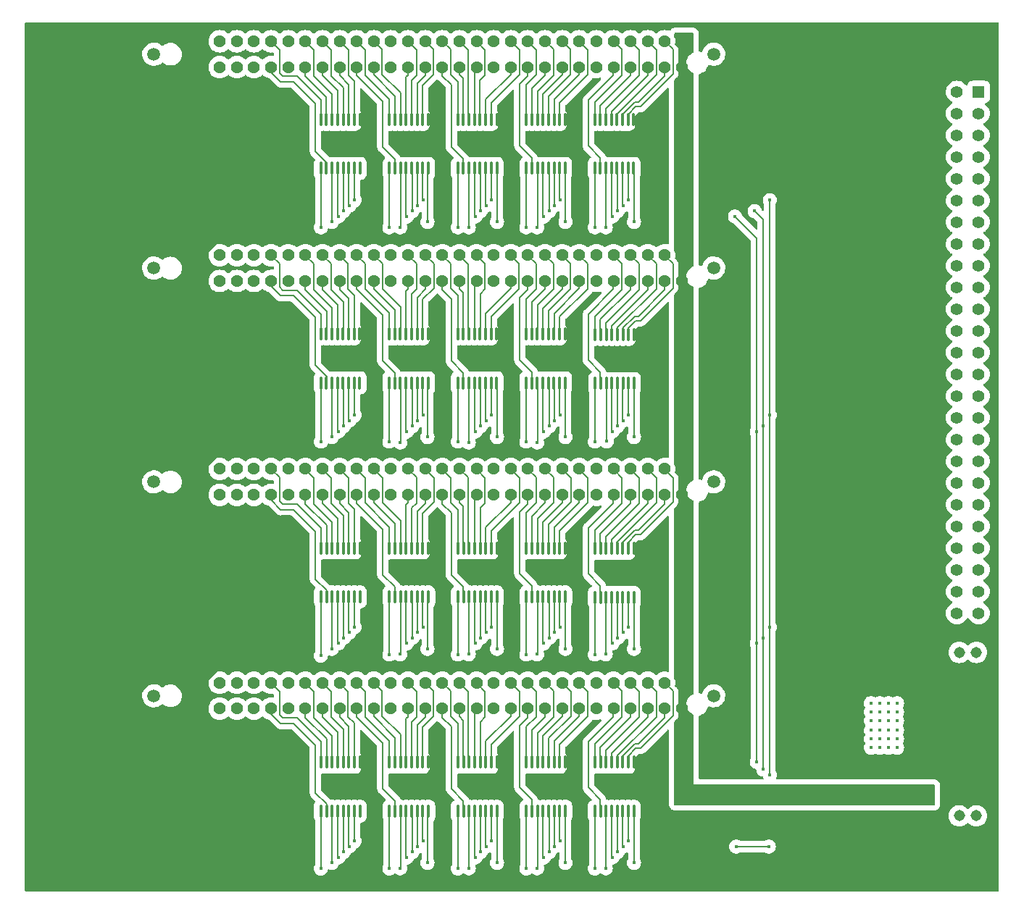
<source format=gbr>
%TF.GenerationSoftware,KiCad,Pcbnew,(6.0.4)*%
%TF.CreationDate,2022-06-06T18:54:08-04:00*%
%TF.ProjectId,32-STEPPER-DRIVER-BOARD,33322d53-5445-4505-9045-522d44524956,rev?*%
%TF.SameCoordinates,Original*%
%TF.FileFunction,Copper,L4,Bot*%
%TF.FilePolarity,Positive*%
%FSLAX46Y46*%
G04 Gerber Fmt 4.6, Leading zero omitted, Abs format (unit mm)*
G04 Created by KiCad (PCBNEW (6.0.4)) date 2022-06-06 18:54:08*
%MOMM*%
%LPD*%
G01*
G04 APERTURE LIST*
G04 Aperture macros list*
%AMRoundRect*
0 Rectangle with rounded corners*
0 $1 Rounding radius*
0 $2 $3 $4 $5 $6 $7 $8 $9 X,Y pos of 4 corners*
0 Add a 4 corners polygon primitive as box body*
4,1,4,$2,$3,$4,$5,$6,$7,$8,$9,$2,$3,0*
0 Add four circle primitives for the rounded corners*
1,1,$1+$1,$2,$3*
1,1,$1+$1,$4,$5*
1,1,$1+$1,$6,$7*
1,1,$1+$1,$8,$9*
0 Add four rect primitives between the rounded corners*
20,1,$1+$1,$2,$3,$4,$5,0*
20,1,$1+$1,$4,$5,$6,$7,0*
20,1,$1+$1,$6,$7,$8,$9,0*
20,1,$1+$1,$8,$9,$2,$3,0*%
G04 Aperture macros list end*
%TA.AperFunction,ComponentPad*%
%ADD10C,1.308000*%
%TD*%
%TA.AperFunction,ComponentPad*%
%ADD11C,1.430000*%
%TD*%
%TA.AperFunction,ComponentPad*%
%ADD12C,1.508000*%
%TD*%
%TA.AperFunction,ComponentPad*%
%ADD13R,1.390000X1.390000*%
%TD*%
%TA.AperFunction,ComponentPad*%
%ADD14C,1.390000*%
%TD*%
%TA.AperFunction,SMDPad,CuDef*%
%ADD15RoundRect,0.100000X-0.100000X0.637500X-0.100000X-0.637500X0.100000X-0.637500X0.100000X0.637500X0*%
%TD*%
%TA.AperFunction,ViaPad*%
%ADD16C,0.450000*%
%TD*%
%TA.AperFunction,Conductor*%
%ADD17C,0.500000*%
%TD*%
%TA.AperFunction,Conductor*%
%ADD18C,0.127000*%
%TD*%
G04 APERTURE END LIST*
D10*
%TO.P,J6,S1*%
%TO.N,N/C*%
X150400000Y-108550000D03*
%TO.P,J6,S2*%
X152400000Y-108550000D03*
%TO.P,J6,S3*%
X150400000Y-89450000D03*
%TO.P,J6,S4*%
X152400000Y-89450000D03*
%TD*%
D11*
%TO.P,J2,01,01*%
%TO.N,GND*%
X60000000Y-46020000D03*
%TO.P,J2,02,02*%
X60000000Y-43000000D03*
%TO.P,J2,03,03*%
X62000000Y-46020000D03*
%TO.P,J2,04,04*%
X62000000Y-43000000D03*
%TO.P,J2,05,05*%
%TO.N,VCC*%
X64000000Y-46020000D03*
%TO.P,J2,06,06*%
X64000000Y-43000000D03*
%TO.P,J2,07,07*%
X66000000Y-46020000D03*
%TO.P,J2,08,08*%
X66000000Y-43000000D03*
%TO.P,J2,09,09*%
X68000000Y-46020000D03*
%TO.P,J2,10,10*%
X68000000Y-43000000D03*
%TO.P,J2,11,11*%
%TO.N,2DIR1*%
X70000000Y-46020000D03*
%TO.P,J2,12,12*%
%TO.N,2DIR5*%
X70000000Y-43000000D03*
%TO.P,J2,13,13*%
%TO.N,2A1STEP*%
X72000000Y-46020000D03*
%TO.P,J2,14,14*%
%TO.N,2A5STEP*%
X72000000Y-43000000D03*
%TO.P,J2,15,15*%
%TO.N,2A1EN*%
X74000000Y-46020000D03*
%TO.P,J2,16,16*%
%TO.N,2A5EN*%
X74000000Y-43000000D03*
%TO.P,J2,17,17*%
%TO.N,2A1MS1*%
X76000000Y-46020000D03*
%TO.P,J2,18,18*%
%TO.N,2A5MS1*%
X76000000Y-43000000D03*
%TO.P,J2,19,19*%
%TO.N,2A1MS2*%
X78000000Y-46020000D03*
%TO.P,J2,20,20*%
%TO.N,2A5MS2*%
X78000000Y-43000000D03*
%TO.P,J2,21,21*%
%TO.N,2A1MS3*%
X80000000Y-46020000D03*
%TO.P,J2,22,22*%
%TO.N,2A5MS3*%
X80000000Y-43000000D03*
%TO.P,J2,23,23*%
%TO.N,2DIR2*%
X82000000Y-46020000D03*
%TO.P,J2,24,24*%
%TO.N,2DIR6*%
X82000000Y-43000000D03*
%TO.P,J2,25,25*%
%TO.N,2A2STEP*%
X84000000Y-46020000D03*
%TO.P,J2,26,26*%
%TO.N,2A6STEP*%
X84000000Y-43000000D03*
%TO.P,J2,27,27*%
%TO.N,2A2EN*%
X86000000Y-46020000D03*
%TO.P,J2,28,28*%
%TO.N,2A6EN*%
X86000000Y-43000000D03*
%TO.P,J2,29,29*%
%TO.N,2A2MS1*%
X88000000Y-46020000D03*
%TO.P,J2,30,30*%
%TO.N,2A6MS1*%
X88000000Y-43000000D03*
%TO.P,J2,31,31*%
%TO.N,2A2MS2*%
X90000000Y-46020000D03*
%TO.P,J2,32,32*%
%TO.N,2A6MS2*%
X90000000Y-43000000D03*
%TO.P,J2,33,33*%
%TO.N,2A2MS3*%
X92000000Y-46020000D03*
%TO.P,J2,34,34*%
%TO.N,2A6MS3*%
X92000000Y-43000000D03*
%TO.P,J2,35,35*%
%TO.N,2DIR3*%
X94000000Y-46020000D03*
%TO.P,J2,36,36*%
%TO.N,2DIR7*%
X94000000Y-43000000D03*
%TO.P,J2,37,37*%
%TO.N,2A3STEP*%
X96000000Y-46020000D03*
%TO.P,J2,38,38*%
%TO.N,2A7STEP*%
X96000000Y-43000000D03*
%TO.P,J2,39,39*%
%TO.N,2A3EN*%
X98000000Y-46020000D03*
%TO.P,J2,40,40*%
%TO.N,2A7EN*%
X98000000Y-43000000D03*
%TO.P,J2,41,41*%
%TO.N,2A3MS1*%
X100000000Y-46020000D03*
%TO.P,J2,42,42*%
%TO.N,2A7MS1*%
X100000000Y-43000000D03*
%TO.P,J2,43,43*%
%TO.N,2A3MS2*%
X102000000Y-46020000D03*
%TO.P,J2,44,44*%
%TO.N,2A7MS2*%
X102000000Y-43000000D03*
%TO.P,J2,45,45*%
%TO.N,2A3MS3*%
X104000000Y-46020000D03*
%TO.P,J2,46,46*%
%TO.N,2A7MS3*%
X104000000Y-43000000D03*
%TO.P,J2,47,47*%
%TO.N,2DIR4*%
X106000000Y-46020000D03*
%TO.P,J2,48,48*%
%TO.N,2DIR8*%
X106000000Y-43000000D03*
%TO.P,J2,49,49*%
%TO.N,2A4STEP*%
X108000000Y-46020000D03*
%TO.P,J2,50,50*%
%TO.N,2A8STEP*%
X108000000Y-43000000D03*
%TO.P,J2,51,51*%
%TO.N,2A4EN*%
X110000000Y-46020000D03*
%TO.P,J2,52,52*%
%TO.N,2A8EN*%
X110000000Y-43000000D03*
%TO.P,J2,53,53*%
%TO.N,2A4MS1*%
X112000000Y-46020000D03*
%TO.P,J2,54,54*%
%TO.N,2A8MS1*%
X112000000Y-43000000D03*
%TO.P,J2,55,55*%
%TO.N,2A4MS2*%
X114000000Y-46020000D03*
%TO.P,J2,56,56*%
%TO.N,2A8MS2*%
X114000000Y-43000000D03*
%TO.P,J2,57,57*%
%TO.N,2A4MS3*%
X116000000Y-46020000D03*
%TO.P,J2,58,58*%
%TO.N,2A8MS3*%
X116000000Y-43000000D03*
%TO.P,J2,59,59*%
%TO.N,+5V*%
X118000000Y-46020000D03*
%TO.P,J2,60,60*%
X118000000Y-43000000D03*
D12*
%TO.P,J2,S1*%
%TO.N,N/C*%
X56300000Y-44510000D03*
%TO.P,J2,S2*%
X121700000Y-44510000D03*
%TD*%
D11*
%TO.P,J1,01,01*%
%TO.N,GND*%
X60000000Y-21020000D03*
%TO.P,J1,02,02*%
X60000000Y-18000000D03*
%TO.P,J1,03,03*%
X62000000Y-21020000D03*
%TO.P,J1,04,04*%
X62000000Y-18000000D03*
%TO.P,J1,05,05*%
%TO.N,VCC*%
X64000000Y-21020000D03*
%TO.P,J1,06,06*%
X64000000Y-18000000D03*
%TO.P,J1,07,07*%
X66000000Y-21020000D03*
%TO.P,J1,08,08*%
X66000000Y-18000000D03*
%TO.P,J1,09,09*%
X68000000Y-21020000D03*
%TO.P,J1,10,10*%
X68000000Y-18000000D03*
%TO.P,J1,11,11*%
%TO.N,1DIR1*%
X70000000Y-21020000D03*
%TO.P,J1,12,12*%
%TO.N,1DIR5*%
X70000000Y-18000000D03*
%TO.P,J1,13,13*%
%TO.N,1A1STEP*%
X72000000Y-21020000D03*
%TO.P,J1,14,14*%
%TO.N,1A5STEP*%
X72000000Y-18000000D03*
%TO.P,J1,15,15*%
%TO.N,1A1EN*%
X74000000Y-21020000D03*
%TO.P,J1,16,16*%
%TO.N,1A5EN*%
X74000000Y-18000000D03*
%TO.P,J1,17,17*%
%TO.N,1A1MS1*%
X76000000Y-21020000D03*
%TO.P,J1,18,18*%
%TO.N,1A5MS1*%
X76000000Y-18000000D03*
%TO.P,J1,19,19*%
%TO.N,1A1MS2*%
X78000000Y-21020000D03*
%TO.P,J1,20,20*%
%TO.N,1A5MS2*%
X78000000Y-18000000D03*
%TO.P,J1,21,21*%
%TO.N,1A1MS3*%
X80000000Y-21020000D03*
%TO.P,J1,22,22*%
%TO.N,1A5MS3*%
X80000000Y-18000000D03*
%TO.P,J1,23,23*%
%TO.N,1DIR2*%
X82000000Y-21020000D03*
%TO.P,J1,24,24*%
%TO.N,1DIR6*%
X82000000Y-18000000D03*
%TO.P,J1,25,25*%
%TO.N,1A2STEP*%
X84000000Y-21020000D03*
%TO.P,J1,26,26*%
%TO.N,1A6STEP*%
X84000000Y-18000000D03*
%TO.P,J1,27,27*%
%TO.N,1A2EN*%
X86000000Y-21020000D03*
%TO.P,J1,28,28*%
%TO.N,1A6EN*%
X86000000Y-18000000D03*
%TO.P,J1,29,29*%
%TO.N,1A2MS1*%
X88000000Y-21020000D03*
%TO.P,J1,30,30*%
%TO.N,1A6MS1*%
X88000000Y-18000000D03*
%TO.P,J1,31,31*%
%TO.N,1A2MS2*%
X90000000Y-21020000D03*
%TO.P,J1,32,32*%
%TO.N,1A6MS2*%
X90000000Y-18000000D03*
%TO.P,J1,33,33*%
%TO.N,1A2MS3*%
X92000000Y-21020000D03*
%TO.P,J1,34,34*%
%TO.N,1A6MS3*%
X92000000Y-18000000D03*
%TO.P,J1,35,35*%
%TO.N,1DIR3*%
X94000000Y-21020000D03*
%TO.P,J1,36,36*%
%TO.N,1DIR7*%
X94000000Y-18000000D03*
%TO.P,J1,37,37*%
%TO.N,1A3STEP*%
X96000000Y-21020000D03*
%TO.P,J1,38,38*%
%TO.N,1A7STEP*%
X96000000Y-18000000D03*
%TO.P,J1,39,39*%
%TO.N,1A3EN*%
X98000000Y-21020000D03*
%TO.P,J1,40,40*%
%TO.N,1A7EN*%
X98000000Y-18000000D03*
%TO.P,J1,41,41*%
%TO.N,1A3MS1*%
X100000000Y-21020000D03*
%TO.P,J1,42,42*%
%TO.N,1A7MS1*%
X100000000Y-18000000D03*
%TO.P,J1,43,43*%
%TO.N,1A3MS2*%
X102000000Y-21020000D03*
%TO.P,J1,44,44*%
%TO.N,1A7MS2*%
X102000000Y-18000000D03*
%TO.P,J1,45,45*%
%TO.N,1A3MS3*%
X104000000Y-21020000D03*
%TO.P,J1,46,46*%
%TO.N,1A7MS3*%
X104000000Y-18000000D03*
%TO.P,J1,47,47*%
%TO.N,1DIR4*%
X106000000Y-21020000D03*
%TO.P,J1,48,48*%
%TO.N,1DIR8*%
X106000000Y-18000000D03*
%TO.P,J1,49,49*%
%TO.N,1A4STEP*%
X108000000Y-21020000D03*
%TO.P,J1,50,50*%
%TO.N,1A8STEP*%
X108000000Y-18000000D03*
%TO.P,J1,51,51*%
%TO.N,1A4EN*%
X110000000Y-21020000D03*
%TO.P,J1,52,52*%
%TO.N,1A8EN*%
X110000000Y-18000000D03*
%TO.P,J1,53,53*%
%TO.N,1A4MS1*%
X112000000Y-21020000D03*
%TO.P,J1,54,54*%
%TO.N,1A8MS1*%
X112000000Y-18000000D03*
%TO.P,J1,55,55*%
%TO.N,1A4MS2*%
X114000000Y-21020000D03*
%TO.P,J1,56,56*%
%TO.N,1A8MS2*%
X114000000Y-18000000D03*
%TO.P,J1,57,57*%
%TO.N,1A4MS3*%
X116000000Y-21020000D03*
%TO.P,J1,58,58*%
%TO.N,1A8MS3*%
X116000000Y-18000000D03*
%TO.P,J1,59,59*%
%TO.N,+5V*%
X118000000Y-21020000D03*
%TO.P,J1,60,60*%
X118000000Y-18000000D03*
D12*
%TO.P,J1,S1*%
%TO.N,N/C*%
X56300000Y-19510000D03*
%TO.P,J1,S2*%
X121700000Y-19510000D03*
%TD*%
D11*
%TO.P,J3,01,01*%
%TO.N,GND*%
X60000000Y-71020000D03*
%TO.P,J3,02,02*%
X60000000Y-68000000D03*
%TO.P,J3,03,03*%
X62000000Y-71020000D03*
%TO.P,J3,04,04*%
X62000000Y-68000000D03*
%TO.P,J3,05,05*%
%TO.N,VCC*%
X64000000Y-71020000D03*
%TO.P,J3,06,06*%
X64000000Y-68000000D03*
%TO.P,J3,07,07*%
X66000000Y-71020000D03*
%TO.P,J3,08,08*%
X66000000Y-68000000D03*
%TO.P,J3,09,09*%
X68000000Y-71020000D03*
%TO.P,J3,10,10*%
X68000000Y-68000000D03*
%TO.P,J3,11,11*%
%TO.N,3DIR1*%
X70000000Y-71020000D03*
%TO.P,J3,12,12*%
%TO.N,3DIR5*%
X70000000Y-68000000D03*
%TO.P,J3,13,13*%
%TO.N,3A1STEP*%
X72000000Y-71020000D03*
%TO.P,J3,14,14*%
%TO.N,3A5STEP*%
X72000000Y-68000000D03*
%TO.P,J3,15,15*%
%TO.N,3A1EN*%
X74000000Y-71020000D03*
%TO.P,J3,16,16*%
%TO.N,3A5EN*%
X74000000Y-68000000D03*
%TO.P,J3,17,17*%
%TO.N,3A1MS1*%
X76000000Y-71020000D03*
%TO.P,J3,18,18*%
%TO.N,3A5MS1*%
X76000000Y-68000000D03*
%TO.P,J3,19,19*%
%TO.N,3A1MS2*%
X78000000Y-71020000D03*
%TO.P,J3,20,20*%
%TO.N,3A5MS2*%
X78000000Y-68000000D03*
%TO.P,J3,21,21*%
%TO.N,3A1MS3*%
X80000000Y-71020000D03*
%TO.P,J3,22,22*%
%TO.N,3A5MS3*%
X80000000Y-68000000D03*
%TO.P,J3,23,23*%
%TO.N,3DIR2*%
X82000000Y-71020000D03*
%TO.P,J3,24,24*%
%TO.N,3DIR6*%
X82000000Y-68000000D03*
%TO.P,J3,25,25*%
%TO.N,3A2STEP*%
X84000000Y-71020000D03*
%TO.P,J3,26,26*%
%TO.N,3A6STEP*%
X84000000Y-68000000D03*
%TO.P,J3,27,27*%
%TO.N,3A2EN*%
X86000000Y-71020000D03*
%TO.P,J3,28,28*%
%TO.N,3A6EN*%
X86000000Y-68000000D03*
%TO.P,J3,29,29*%
%TO.N,3A2MS1*%
X88000000Y-71020000D03*
%TO.P,J3,30,30*%
%TO.N,3A6MS1*%
X88000000Y-68000000D03*
%TO.P,J3,31,31*%
%TO.N,3A2MS2*%
X90000000Y-71020000D03*
%TO.P,J3,32,32*%
%TO.N,3A6MS2*%
X90000000Y-68000000D03*
%TO.P,J3,33,33*%
%TO.N,3A2MS3*%
X92000000Y-71020000D03*
%TO.P,J3,34,34*%
%TO.N,3A6MS3*%
X92000000Y-68000000D03*
%TO.P,J3,35,35*%
%TO.N,3DIR3*%
X94000000Y-71020000D03*
%TO.P,J3,36,36*%
%TO.N,3DIR7*%
X94000000Y-68000000D03*
%TO.P,J3,37,37*%
%TO.N,3A3STEP*%
X96000000Y-71020000D03*
%TO.P,J3,38,38*%
%TO.N,3A7STEP*%
X96000000Y-68000000D03*
%TO.P,J3,39,39*%
%TO.N,3A3EN*%
X98000000Y-71020000D03*
%TO.P,J3,40,40*%
%TO.N,3A7EN*%
X98000000Y-68000000D03*
%TO.P,J3,41,41*%
%TO.N,3A3MS1*%
X100000000Y-71020000D03*
%TO.P,J3,42,42*%
%TO.N,3A7MS1*%
X100000000Y-68000000D03*
%TO.P,J3,43,43*%
%TO.N,3A3MS2*%
X102000000Y-71020000D03*
%TO.P,J3,44,44*%
%TO.N,3A7MS2*%
X102000000Y-68000000D03*
%TO.P,J3,45,45*%
%TO.N,3A3MS3*%
X104000000Y-71020000D03*
%TO.P,J3,46,46*%
%TO.N,3A7MS3*%
X104000000Y-68000000D03*
%TO.P,J3,47,47*%
%TO.N,3DIR4*%
X106000000Y-71020000D03*
%TO.P,J3,48,48*%
%TO.N,3DIR8*%
X106000000Y-68000000D03*
%TO.P,J3,49,49*%
%TO.N,3A4STEP*%
X108000000Y-71020000D03*
%TO.P,J3,50,50*%
%TO.N,3A8STEP*%
X108000000Y-68000000D03*
%TO.P,J3,51,51*%
%TO.N,3A4EN*%
X110000000Y-71020000D03*
%TO.P,J3,52,52*%
%TO.N,3A8EN*%
X110000000Y-68000000D03*
%TO.P,J3,53,53*%
%TO.N,3A4MS1*%
X112000000Y-71020000D03*
%TO.P,J3,54,54*%
%TO.N,3A8MS1*%
X112000000Y-68000000D03*
%TO.P,J3,55,55*%
%TO.N,3A4MS2*%
X114000000Y-71020000D03*
%TO.P,J3,56,56*%
%TO.N,3A8MS2*%
X114000000Y-68000000D03*
%TO.P,J3,57,57*%
%TO.N,3A4MS3*%
X116000000Y-71020000D03*
%TO.P,J3,58,58*%
%TO.N,3A8MS3*%
X116000000Y-68000000D03*
%TO.P,J3,59,59*%
%TO.N,+5V*%
X118000000Y-71020000D03*
%TO.P,J3,60,60*%
X118000000Y-68000000D03*
D12*
%TO.P,J3,S1*%
%TO.N,N/C*%
X56300000Y-69510000D03*
%TO.P,J3,S2*%
X121700000Y-69510000D03*
%TD*%
D11*
%TO.P,J4,01,01*%
%TO.N,GND*%
X60000000Y-96020000D03*
%TO.P,J4,02,02*%
X60000000Y-93000000D03*
%TO.P,J4,03,03*%
X62000000Y-96020000D03*
%TO.P,J4,04,04*%
X62000000Y-93000000D03*
%TO.P,J4,05,05*%
%TO.N,VCC*%
X64000000Y-96020000D03*
%TO.P,J4,06,06*%
X64000000Y-93000000D03*
%TO.P,J4,07,07*%
X66000000Y-96020000D03*
%TO.P,J4,08,08*%
X66000000Y-93000000D03*
%TO.P,J4,09,09*%
X68000000Y-96020000D03*
%TO.P,J4,10,10*%
X68000000Y-93000000D03*
%TO.P,J4,11,11*%
%TO.N,4DIR1*%
X70000000Y-96020000D03*
%TO.P,J4,12,12*%
%TO.N,4DIR5*%
X70000000Y-93000000D03*
%TO.P,J4,13,13*%
%TO.N,4A1STEP*%
X72000000Y-96020000D03*
%TO.P,J4,14,14*%
%TO.N,4A5STEP*%
X72000000Y-93000000D03*
%TO.P,J4,15,15*%
%TO.N,4A1EN*%
X74000000Y-96020000D03*
%TO.P,J4,16,16*%
%TO.N,4A5EN*%
X74000000Y-93000000D03*
%TO.P,J4,17,17*%
%TO.N,4A1MS1*%
X76000000Y-96020000D03*
%TO.P,J4,18,18*%
%TO.N,4A5MS1*%
X76000000Y-93000000D03*
%TO.P,J4,19,19*%
%TO.N,4A1MS2*%
X78000000Y-96020000D03*
%TO.P,J4,20,20*%
%TO.N,4A5MS2*%
X78000000Y-93000000D03*
%TO.P,J4,21,21*%
%TO.N,4A1MS3*%
X80000000Y-96020000D03*
%TO.P,J4,22,22*%
%TO.N,4A5MS3*%
X80000000Y-93000000D03*
%TO.P,J4,23,23*%
%TO.N,4DIR2*%
X82000000Y-96020000D03*
%TO.P,J4,24,24*%
%TO.N,4DIR6*%
X82000000Y-93000000D03*
%TO.P,J4,25,25*%
%TO.N,4A2STEP*%
X84000000Y-96020000D03*
%TO.P,J4,26,26*%
%TO.N,4A6STEP*%
X84000000Y-93000000D03*
%TO.P,J4,27,27*%
%TO.N,4A2EN*%
X86000000Y-96020000D03*
%TO.P,J4,28,28*%
%TO.N,4A6EN*%
X86000000Y-93000000D03*
%TO.P,J4,29,29*%
%TO.N,4A2MS1*%
X88000000Y-96020000D03*
%TO.P,J4,30,30*%
%TO.N,4A6MS1*%
X88000000Y-93000000D03*
%TO.P,J4,31,31*%
%TO.N,4A2MS2*%
X90000000Y-96020000D03*
%TO.P,J4,32,32*%
%TO.N,4A6MS2*%
X90000000Y-93000000D03*
%TO.P,J4,33,33*%
%TO.N,4A2MS3*%
X92000000Y-96020000D03*
%TO.P,J4,34,34*%
%TO.N,4A6MS3*%
X92000000Y-93000000D03*
%TO.P,J4,35,35*%
%TO.N,4DIR3*%
X94000000Y-96020000D03*
%TO.P,J4,36,36*%
%TO.N,4DIR7*%
X94000000Y-93000000D03*
%TO.P,J4,37,37*%
%TO.N,4A3STEP*%
X96000000Y-96020000D03*
%TO.P,J4,38,38*%
%TO.N,4A7STEP*%
X96000000Y-93000000D03*
%TO.P,J4,39,39*%
%TO.N,4A3EN*%
X98000000Y-96020000D03*
%TO.P,J4,40,40*%
%TO.N,4A7EN*%
X98000000Y-93000000D03*
%TO.P,J4,41,41*%
%TO.N,4A3MS1*%
X100000000Y-96020000D03*
%TO.P,J4,42,42*%
%TO.N,4A7MS1*%
X100000000Y-93000000D03*
%TO.P,J4,43,43*%
%TO.N,4A3MS2*%
X102000000Y-96020000D03*
%TO.P,J4,44,44*%
%TO.N,4A7MS2*%
X102000000Y-93000000D03*
%TO.P,J4,45,45*%
%TO.N,4A3MS3*%
X104000000Y-96020000D03*
%TO.P,J4,46,46*%
%TO.N,4A7MS3*%
X104000000Y-93000000D03*
%TO.P,J4,47,47*%
%TO.N,4DIR4*%
X106000000Y-96020000D03*
%TO.P,J4,48,48*%
%TO.N,4DIR8*%
X106000000Y-93000000D03*
%TO.P,J4,49,49*%
%TO.N,4A4STEP*%
X108000000Y-96020000D03*
%TO.P,J4,50,50*%
%TO.N,4A8STEP*%
X108000000Y-93000000D03*
%TO.P,J4,51,51*%
%TO.N,4A4EN*%
X110000000Y-96020000D03*
%TO.P,J4,52,52*%
%TO.N,4A8EN*%
X110000000Y-93000000D03*
%TO.P,J4,53,53*%
%TO.N,4A4MS1*%
X112000000Y-96020000D03*
%TO.P,J4,54,54*%
%TO.N,4A8MS1*%
X112000000Y-93000000D03*
%TO.P,J4,55,55*%
%TO.N,4A4MS2*%
X114000000Y-96020000D03*
%TO.P,J4,56,56*%
%TO.N,4A8MS2*%
X114000000Y-93000000D03*
%TO.P,J4,57,57*%
%TO.N,4A4MS3*%
X116000000Y-96020000D03*
%TO.P,J4,58,58*%
%TO.N,4A8MS3*%
X116000000Y-93000000D03*
%TO.P,J4,59,59*%
%TO.N,+5V*%
X118000000Y-96020000D03*
%TO.P,J4,60,60*%
X118000000Y-93000000D03*
D12*
%TO.P,J4,S1*%
%TO.N,N/C*%
X56300000Y-94510000D03*
%TO.P,J4,S2*%
X121700000Y-94510000D03*
%TD*%
D13*
%TO.P,J5,01,01*%
%TO.N,1A4STEP*%
X152670000Y-23907500D03*
D14*
%TO.P,J5,02,02*%
%TO.N,1A8STEP*%
X150130000Y-23907500D03*
%TO.P,J5,03,03*%
%TO.N,1A3STEP*%
X152670000Y-26447500D03*
%TO.P,J5,04,04*%
%TO.N,1A7STEP*%
X150130000Y-26447500D03*
%TO.P,J5,05,05*%
%TO.N,1A2STEP*%
X152670000Y-28987500D03*
%TO.P,J5,06,06*%
%TO.N,1A6STEP*%
X150130000Y-28987500D03*
%TO.P,J5,07,07*%
%TO.N,1A1STEP*%
X152670000Y-31527500D03*
%TO.P,J5,08,08*%
%TO.N,1A5STEP*%
X150130000Y-31527500D03*
%TO.P,J5,09,09*%
%TO.N,2A4STEP*%
X152670000Y-34067500D03*
%TO.P,J5,10,10*%
%TO.N,2A8STEP*%
X150130000Y-34067500D03*
%TO.P,J5,11,11*%
%TO.N,2A3STEP*%
X152670000Y-36607500D03*
%TO.P,J5,12,12*%
%TO.N,2A7STEP*%
X150130000Y-36607500D03*
%TO.P,J5,13,13*%
%TO.N,2A2STEP*%
X152670000Y-39147500D03*
%TO.P,J5,14,14*%
%TO.N,2A6STEP*%
X150130000Y-39147500D03*
%TO.P,J5,15,15*%
%TO.N,2A1STEP*%
X152670000Y-41687500D03*
%TO.P,J5,16,16*%
%TO.N,2A5STEP*%
X150130000Y-41687500D03*
%TO.P,J5,17,17*%
%TO.N,3A4STEP*%
X152670000Y-44227500D03*
%TO.P,J5,18,18*%
%TO.N,3A8STEP*%
X150130000Y-44227500D03*
%TO.P,J5,19,19*%
%TO.N,3A3STEP*%
X152670000Y-46767500D03*
%TO.P,J5,20,20*%
%TO.N,3A7STEP*%
X150130000Y-46767500D03*
%TO.P,J5,21,21*%
%TO.N,3A2STEP*%
X152670000Y-49307500D03*
%TO.P,J5,22,22*%
%TO.N,3A6STEP*%
X150130000Y-49307500D03*
%TO.P,J5,23,23*%
%TO.N,3A1STEP*%
X152670000Y-51847500D03*
%TO.P,J5,24,24*%
%TO.N,3A5STEP*%
X150130000Y-51847500D03*
%TO.P,J5,25,25*%
%TO.N,4A4STEP*%
X152670000Y-54387500D03*
%TO.P,J5,26,26*%
%TO.N,4A8STEP*%
X150130000Y-54387500D03*
%TO.P,J5,27,27*%
%TO.N,4A3STEP*%
X152670000Y-56927500D03*
%TO.P,J5,28,28*%
%TO.N,4A7STEP*%
X150130000Y-56927500D03*
%TO.P,J5,29,29*%
%TO.N,4A2STEP*%
X152670000Y-59467500D03*
%TO.P,J5,30,30*%
%TO.N,4A6STEP*%
X150130000Y-59467500D03*
%TO.P,J5,31,31*%
%TO.N,4A1STEP*%
X152670000Y-62007500D03*
%TO.P,J5,32,32*%
%TO.N,4A5STEP*%
X150130000Y-62007500D03*
%TO.P,J5,33,33*%
%TO.N,SER1*%
X152670000Y-64547500D03*
%TO.P,J5,34,34*%
%TO.N,SRCLK1*%
X150130000Y-64547500D03*
%TO.P,J5,35,35*%
%TO.N,SRCLK2*%
X152670000Y-67087500D03*
%TO.P,J5,36,36*%
%TO.N,~{SRCLR}*%
X150130000Y-67087500D03*
%TO.P,J5,37,37*%
%TO.N,~{OE}*%
X152670000Y-69627500D03*
%TO.P,J5,38,38*%
%TO.N,RCLK*%
X150130000Y-69627500D03*
%TO.P,J5,39,39*%
%TO.N,SRCLK3*%
X152670000Y-72167500D03*
%TO.P,J5,40,40*%
%TO.N,SER2*%
X150130000Y-72167500D03*
%TO.P,J5,41,41*%
%TO.N,SRCLK4*%
X152670000Y-74707500D03*
%TO.P,J5,42,42*%
%TO.N,SER3*%
X150130000Y-74707500D03*
%TO.P,J5,43,43*%
%TO.N,unconnected-(J5-Pad43)*%
X152670000Y-77247500D03*
%TO.P,J5,44,44*%
%TO.N,SER4*%
X150130000Y-77247500D03*
%TO.P,J5,45,45*%
%TO.N,unconnected-(J5-Pad45)*%
X152670000Y-79787500D03*
%TO.P,J5,46,46*%
%TO.N,unconnected-(J5-Pad46)*%
X150130000Y-79787500D03*
%TO.P,J5,47,47*%
%TO.N,unconnected-(J5-Pad47)*%
X152670000Y-82327500D03*
%TO.P,J5,48,48*%
%TO.N,unconnected-(J5-Pad48)*%
X150130000Y-82327500D03*
%TO.P,J5,49,49*%
%TO.N,unconnected-(J5-Pad49)*%
X152670000Y-84867500D03*
%TO.P,J5,50,50*%
%TO.N,unconnected-(J5-Pad50)*%
X150130000Y-84867500D03*
%TD*%
D15*
%TO.P,U20,1,QB*%
%TO.N,4A5MS3*%
X83825000Y-102287500D03*
%TO.P,U20,2,QC*%
%TO.N,4DIR2*%
X84475000Y-102287500D03*
%TO.P,U20,3,QD*%
%TO.N,4DIR6*%
X85125000Y-102287500D03*
%TO.P,U20,4,QE*%
%TO.N,4A2EN*%
X85775000Y-102287500D03*
%TO.P,U20,5,QF*%
%TO.N,4A6EN*%
X86425000Y-102287500D03*
%TO.P,U20,6,QG*%
%TO.N,4A2MS1*%
X87075000Y-102287500D03*
%TO.P,U20,7,QH*%
%TO.N,4A6MS1*%
X87725000Y-102287500D03*
%TO.P,U20,8,GND*%
%TO.N,GND*%
X88375000Y-102287500D03*
%TO.P,U20,9,QH'*%
%TO.N,Net-(U20-Pad9)*%
X88375000Y-108012500D03*
%TO.P,U20,10,~{SRCLR}*%
%TO.N,~{SRCLR}*%
X87725000Y-108012500D03*
%TO.P,U20,11,SRCLK*%
%TO.N,SRCLK4*%
X87075000Y-108012500D03*
%TO.P,U20,12,RCLK*%
%TO.N,RCLK*%
X86425000Y-108012500D03*
%TO.P,U20,13,~{OE}*%
%TO.N,~{OE}*%
X85775000Y-108012500D03*
%TO.P,U20,14,SER*%
%TO.N,Net-(U19-Pad9)*%
X85125000Y-108012500D03*
%TO.P,U20,15,QA*%
%TO.N,4A1MS3*%
X84475000Y-108012500D03*
%TO.P,U20,16,VCC*%
%TO.N,+5V*%
X83825000Y-108012500D03*
%TD*%
%TO.P,U10,1,QB*%
%TO.N,2A5MS3*%
X83804600Y-52204700D03*
%TO.P,U10,2,QC*%
%TO.N,2DIR2*%
X84454600Y-52204700D03*
%TO.P,U10,3,QD*%
%TO.N,2DIR6*%
X85104600Y-52204700D03*
%TO.P,U10,4,QE*%
%TO.N,2A2EN*%
X85754600Y-52204700D03*
%TO.P,U10,5,QF*%
%TO.N,2A6EN*%
X86404600Y-52204700D03*
%TO.P,U10,6,QG*%
%TO.N,2A2MS1*%
X87054600Y-52204700D03*
%TO.P,U10,7,QH*%
%TO.N,2A6MS1*%
X87704600Y-52204700D03*
%TO.P,U10,8,GND*%
%TO.N,GND*%
X88354600Y-52204700D03*
%TO.P,U10,9,QH'*%
%TO.N,Net-(U10-Pad9)*%
X88354600Y-57929700D03*
%TO.P,U10,10,~{SRCLR}*%
%TO.N,~{SRCLR}*%
X87704600Y-57929700D03*
%TO.P,U10,11,SRCLK*%
%TO.N,SRCLK2*%
X87054600Y-57929700D03*
%TO.P,U10,12,RCLK*%
%TO.N,RCLK*%
X86404600Y-57929700D03*
%TO.P,U10,13,~{OE}*%
%TO.N,~{OE}*%
X85754600Y-57929700D03*
%TO.P,U10,14,SER*%
%TO.N,Net-(U10-Pad14)*%
X85104600Y-57929700D03*
%TO.P,U10,15,QA*%
%TO.N,2A1MS3*%
X84454600Y-57929700D03*
%TO.P,U10,16,VCC*%
%TO.N,+5V*%
X83804600Y-57929700D03*
%TD*%
%TO.P,U6,1,QB*%
%TO.N,2A8EN*%
X107855600Y-52272200D03*
%TO.P,U6,2,QC*%
%TO.N,2A4MS1*%
X108505600Y-52272200D03*
%TO.P,U6,3,QD*%
%TO.N,2A8MS1*%
X109155600Y-52272200D03*
%TO.P,U6,4,QE*%
%TO.N,2A4MS2*%
X109805600Y-52272200D03*
%TO.P,U6,5,QF*%
%TO.N,2A8MS2*%
X110455600Y-52272200D03*
%TO.P,U6,6,QG*%
%TO.N,2A4MS3*%
X111105600Y-52272200D03*
%TO.P,U6,7,QH*%
%TO.N,2A8MS3*%
X111755600Y-52272200D03*
%TO.P,U6,8,GND*%
%TO.N,GND*%
X112405600Y-52272200D03*
%TO.P,U6,9,QH'*%
%TO.N,Net-(U6-Pad9)*%
X112405600Y-57997200D03*
%TO.P,U6,10,~{SRCLR}*%
%TO.N,~{SRCLR}*%
X111755600Y-57997200D03*
%TO.P,U6,11,SRCLK*%
%TO.N,SRCLK2*%
X111105600Y-57997200D03*
%TO.P,U6,12,RCLK*%
%TO.N,RCLK*%
X110455600Y-57997200D03*
%TO.P,U6,13,~{OE}*%
%TO.N,~{OE}*%
X109805600Y-57997200D03*
%TO.P,U6,14,SER*%
%TO.N,SER2*%
X109155600Y-57997200D03*
%TO.P,U6,15,QA*%
%TO.N,2A4EN*%
X108505600Y-57997200D03*
%TO.P,U6,16,VCC*%
%TO.N,+5V*%
X107855600Y-57997200D03*
%TD*%
%TO.P,U2,1,QB*%
%TO.N,1A7MS1*%
X99819000Y-27137500D03*
%TO.P,U2,2,QC*%
%TO.N,1A3MS2*%
X100469000Y-27137500D03*
%TO.P,U2,3,QD*%
%TO.N,1A7MS2*%
X101119000Y-27137500D03*
%TO.P,U2,4,QE*%
%TO.N,1A3MS3*%
X101769000Y-27137500D03*
%TO.P,U2,5,QF*%
%TO.N,1A7MS3*%
X102419000Y-27137500D03*
%TO.P,U2,6,QG*%
%TO.N,1DIR4*%
X103069000Y-27137500D03*
%TO.P,U2,7,QH*%
%TO.N,1DIR8*%
X103719000Y-27137500D03*
%TO.P,U2,8,GND*%
%TO.N,GND*%
X104369000Y-27137500D03*
%TO.P,U2,9,QH'*%
%TO.N,Net-(U2-Pad9)*%
X104369000Y-32862500D03*
%TO.P,U2,10,~{SRCLR}*%
%TO.N,~{SRCLR}*%
X103719000Y-32862500D03*
%TO.P,U2,11,SRCLK*%
%TO.N,SRCLK1*%
X103069000Y-32862500D03*
%TO.P,U2,12,RCLK*%
%TO.N,RCLK*%
X102419000Y-32862500D03*
%TO.P,U2,13,~{OE}*%
%TO.N,~{OE}*%
X101769000Y-32862500D03*
%TO.P,U2,14,SER*%
%TO.N,Net-(U1-Pad9)*%
X101119000Y-32862500D03*
%TO.P,U2,15,QA*%
%TO.N,1A3MS1*%
X100469000Y-32862500D03*
%TO.P,U2,16,VCC*%
%TO.N,+5V*%
X99819000Y-32862500D03*
%TD*%
%TO.P,U17,1,QB*%
%TO.N,4A8EN*%
X107825000Y-102287500D03*
%TO.P,U17,2,QC*%
%TO.N,4A4MS1*%
X108475000Y-102287500D03*
%TO.P,U17,3,QD*%
%TO.N,4A8MS1*%
X109125000Y-102287500D03*
%TO.P,U17,4,QE*%
%TO.N,4A4MS2*%
X109775000Y-102287500D03*
%TO.P,U17,5,QF*%
%TO.N,4A8MS2*%
X110425000Y-102287500D03*
%TO.P,U17,6,QG*%
%TO.N,4A4MS3*%
X111075000Y-102287500D03*
%TO.P,U17,7,QH*%
%TO.N,4A8MS3*%
X111725000Y-102287500D03*
%TO.P,U17,8,GND*%
%TO.N,GND*%
X112375000Y-102287500D03*
%TO.P,U17,9,QH'*%
%TO.N,Net-(U17-Pad9)*%
X112375000Y-108012500D03*
%TO.P,U17,10,~{SRCLR}*%
%TO.N,~{SRCLR}*%
X111725000Y-108012500D03*
%TO.P,U17,11,SRCLK*%
%TO.N,SRCLK4*%
X111075000Y-108012500D03*
%TO.P,U17,12,RCLK*%
%TO.N,RCLK*%
X110425000Y-108012500D03*
%TO.P,U17,13,~{OE}*%
%TO.N,~{OE}*%
X109775000Y-108012500D03*
%TO.P,U17,14,SER*%
%TO.N,SER4*%
X109125000Y-108012500D03*
%TO.P,U17,15,QA*%
%TO.N,4A4EN*%
X108475000Y-108012500D03*
%TO.P,U17,16,VCC*%
%TO.N,+5V*%
X107825000Y-108012500D03*
%TD*%
%TO.P,U13,1,QB*%
%TO.N,3A7MS1*%
X99825000Y-77237500D03*
%TO.P,U13,2,QC*%
%TO.N,3A3MS2*%
X100475000Y-77237500D03*
%TO.P,U13,3,QD*%
%TO.N,3A7MS2*%
X101125000Y-77237500D03*
%TO.P,U13,4,QE*%
%TO.N,3A3MS3*%
X101775000Y-77237500D03*
%TO.P,U13,5,QF*%
%TO.N,3A7MS3*%
X102425000Y-77237500D03*
%TO.P,U13,6,QG*%
%TO.N,3DIR4*%
X103075000Y-77237500D03*
%TO.P,U13,7,QH*%
%TO.N,3DIR8*%
X103725000Y-77237500D03*
%TO.P,U13,8,GND*%
%TO.N,GND*%
X104375000Y-77237500D03*
%TO.P,U13,9,QH'*%
%TO.N,Net-(U13-Pad9)*%
X104375000Y-82962500D03*
%TO.P,U13,10,~{SRCLR}*%
%TO.N,~{SRCLR}*%
X103725000Y-82962500D03*
%TO.P,U13,11,SRCLK*%
%TO.N,SRCLK3*%
X103075000Y-82962500D03*
%TO.P,U13,12,RCLK*%
%TO.N,RCLK*%
X102425000Y-82962500D03*
%TO.P,U13,13,~{OE}*%
%TO.N,~{OE}*%
X101775000Y-82962500D03*
%TO.P,U13,14,SER*%
%TO.N,Net-(U12-Pad9)*%
X101125000Y-82962500D03*
%TO.P,U13,15,QA*%
%TO.N,3A3MS1*%
X100475000Y-82962500D03*
%TO.P,U13,16,VCC*%
%TO.N,+5V*%
X99825000Y-82962500D03*
%TD*%
%TO.P,U5,1,QB*%
%TO.N,1DIR5*%
X75819000Y-27137500D03*
%TO.P,U5,2,QC*%
%TO.N,1A1EN*%
X76469000Y-27137500D03*
%TO.P,U5,3,QD*%
%TO.N,1A5EN*%
X77119000Y-27137500D03*
%TO.P,U5,4,QE*%
%TO.N,1A1MS1*%
X77769000Y-27137500D03*
%TO.P,U5,5,QF*%
%TO.N,1A5MS1*%
X78419000Y-27137500D03*
%TO.P,U5,6,QG*%
%TO.N,1A1MS2*%
X79069000Y-27137500D03*
%TO.P,U5,7,QH*%
%TO.N,1A5MS2*%
X79719000Y-27137500D03*
%TO.P,U5,8,GND*%
%TO.N,GND*%
X80369000Y-27137500D03*
%TO.P,U5,9,QH'*%
%TO.N,unconnected-(U5-Pad9)*%
X80369000Y-32862500D03*
%TO.P,U5,10,~{SRCLR}*%
%TO.N,~{SRCLR}*%
X79719000Y-32862500D03*
%TO.P,U5,11,SRCLK*%
%TO.N,SRCLK1*%
X79069000Y-32862500D03*
%TO.P,U5,12,RCLK*%
%TO.N,RCLK*%
X78419000Y-32862500D03*
%TO.P,U5,13,~{OE}*%
%TO.N,~{OE}*%
X77769000Y-32862500D03*
%TO.P,U5,14,SER*%
%TO.N,Net-(U4-Pad9)*%
X77119000Y-32862500D03*
%TO.P,U5,15,QA*%
%TO.N,1DIR1*%
X76469000Y-32862500D03*
%TO.P,U5,16,VCC*%
%TO.N,+5V*%
X75819000Y-32862500D03*
%TD*%
%TO.P,U16,1,QB*%
%TO.N,3DIR5*%
X75825000Y-77237500D03*
%TO.P,U16,2,QC*%
%TO.N,3A1EN*%
X76475000Y-77237500D03*
%TO.P,U16,3,QD*%
%TO.N,3A5EN*%
X77125000Y-77237500D03*
%TO.P,U16,4,QE*%
%TO.N,3A1MS1*%
X77775000Y-77237500D03*
%TO.P,U16,5,QF*%
%TO.N,3A5MS1*%
X78425000Y-77237500D03*
%TO.P,U16,6,QG*%
%TO.N,3A1MS2*%
X79075000Y-77237500D03*
%TO.P,U16,7,QH*%
%TO.N,3A5MS2*%
X79725000Y-77237500D03*
%TO.P,U16,8,GND*%
%TO.N,GND*%
X80375000Y-77237500D03*
%TO.P,U16,9,QH'*%
%TO.N,unconnected-(U16-Pad9)*%
X80375000Y-82962500D03*
%TO.P,U16,10,~{SRCLR}*%
%TO.N,~{SRCLR}*%
X79725000Y-82962500D03*
%TO.P,U16,11,SRCLK*%
%TO.N,SRCLK3*%
X79075000Y-82962500D03*
%TO.P,U16,12,RCLK*%
%TO.N,RCLK*%
X78425000Y-82962500D03*
%TO.P,U16,13,~{OE}*%
%TO.N,~{OE}*%
X77775000Y-82962500D03*
%TO.P,U16,14,SER*%
%TO.N,Net-(U16-Pad14)*%
X77125000Y-82962500D03*
%TO.P,U16,15,QA*%
%TO.N,3DIR1*%
X76475000Y-82962500D03*
%TO.P,U16,16,VCC*%
%TO.N,+5V*%
X75825000Y-82962500D03*
%TD*%
%TO.P,U4,1,QB*%
%TO.N,1A5MS3*%
X83819000Y-27137500D03*
%TO.P,U4,2,QC*%
%TO.N,1DIR2*%
X84469000Y-27137500D03*
%TO.P,U4,3,QD*%
%TO.N,1DIR6*%
X85119000Y-27137500D03*
%TO.P,U4,4,QE*%
%TO.N,1A2EN*%
X85769000Y-27137500D03*
%TO.P,U4,5,QF*%
%TO.N,1A6EN*%
X86419000Y-27137500D03*
%TO.P,U4,6,QG*%
%TO.N,1A2MS1*%
X87069000Y-27137500D03*
%TO.P,U4,7,QH*%
%TO.N,1A6MS1*%
X87719000Y-27137500D03*
%TO.P,U4,8,GND*%
%TO.N,GND*%
X88369000Y-27137500D03*
%TO.P,U4,9,QH'*%
%TO.N,Net-(U4-Pad9)*%
X88369000Y-32862500D03*
%TO.P,U4,10,~{SRCLR}*%
%TO.N,~{SRCLR}*%
X87719000Y-32862500D03*
%TO.P,U4,11,SRCLK*%
%TO.N,SRCLK1*%
X87069000Y-32862500D03*
%TO.P,U4,12,RCLK*%
%TO.N,RCLK*%
X86419000Y-32862500D03*
%TO.P,U4,13,~{OE}*%
%TO.N,~{OE}*%
X85769000Y-32862500D03*
%TO.P,U4,14,SER*%
%TO.N,Net-(U3-Pad9)*%
X85119000Y-32862500D03*
%TO.P,U4,15,QA*%
%TO.N,1A1MS3*%
X84469000Y-32862500D03*
%TO.P,U4,16,VCC*%
%TO.N,+5V*%
X83819000Y-32862500D03*
%TD*%
%TO.P,U3,1,QB*%
%TO.N,1A6MS2*%
X91819000Y-27137500D03*
%TO.P,U3,2,QC*%
%TO.N,1A2MS3*%
X92469000Y-27137500D03*
%TO.P,U3,3,QD*%
%TO.N,1A6MS3*%
X93119000Y-27137500D03*
%TO.P,U3,4,QE*%
%TO.N,1DIR3*%
X93769000Y-27137500D03*
%TO.P,U3,5,QF*%
%TO.N,1DIR7*%
X94419000Y-27137500D03*
%TO.P,U3,6,QG*%
%TO.N,1A3EN*%
X95069000Y-27137500D03*
%TO.P,U3,7,QH*%
%TO.N,1A7EN*%
X95719000Y-27137500D03*
%TO.P,U3,8,GND*%
%TO.N,GND*%
X96369000Y-27137500D03*
%TO.P,U3,9,QH'*%
%TO.N,Net-(U3-Pad9)*%
X96369000Y-32862500D03*
%TO.P,U3,10,~{SRCLR}*%
%TO.N,~{SRCLR}*%
X95719000Y-32862500D03*
%TO.P,U3,11,SRCLK*%
%TO.N,SRCLK1*%
X95069000Y-32862500D03*
%TO.P,U3,12,RCLK*%
%TO.N,RCLK*%
X94419000Y-32862500D03*
%TO.P,U3,13,~{OE}*%
%TO.N,~{OE}*%
X93769000Y-32862500D03*
%TO.P,U3,14,SER*%
%TO.N,Net-(U2-Pad9)*%
X93119000Y-32862500D03*
%TO.P,U3,15,QA*%
%TO.N,1A2MS2*%
X92469000Y-32862500D03*
%TO.P,U3,16,VCC*%
%TO.N,+5V*%
X91819000Y-32862500D03*
%TD*%
%TO.P,U12,1,QB*%
%TO.N,3A8EN*%
X107825000Y-77287500D03*
%TO.P,U12,2,QC*%
%TO.N,3A4MS1*%
X108475000Y-77287500D03*
%TO.P,U12,3,QD*%
%TO.N,3A8MS1*%
X109125000Y-77287500D03*
%TO.P,U12,4,QE*%
%TO.N,3A4MS2*%
X109775000Y-77287500D03*
%TO.P,U12,5,QF*%
%TO.N,3A8MS2*%
X110425000Y-77287500D03*
%TO.P,U12,6,QG*%
%TO.N,3A4MS3*%
X111075000Y-77287500D03*
%TO.P,U12,7,QH*%
%TO.N,3A8MS3*%
X111725000Y-77287500D03*
%TO.P,U12,8,GND*%
%TO.N,GND*%
X112375000Y-77287500D03*
%TO.P,U12,9,QH'*%
%TO.N,Net-(U12-Pad9)*%
X112375000Y-83012500D03*
%TO.P,U12,10,~{SRCLR}*%
%TO.N,~{SRCLR}*%
X111725000Y-83012500D03*
%TO.P,U12,11,SRCLK*%
%TO.N,SRCLK3*%
X111075000Y-83012500D03*
%TO.P,U12,12,RCLK*%
%TO.N,RCLK*%
X110425000Y-83012500D03*
%TO.P,U12,13,~{OE}*%
%TO.N,~{OE}*%
X109775000Y-83012500D03*
%TO.P,U12,14,SER*%
%TO.N,SER3*%
X109125000Y-83012500D03*
%TO.P,U12,15,QA*%
%TO.N,3A4EN*%
X108475000Y-83012500D03*
%TO.P,U12,16,VCC*%
%TO.N,+5V*%
X107825000Y-83012500D03*
%TD*%
%TO.P,U1,1,QB*%
%TO.N,1A8EN*%
X107819000Y-27137500D03*
%TO.P,U1,2,QC*%
%TO.N,1A4MS1*%
X108469000Y-27137500D03*
%TO.P,U1,3,QD*%
%TO.N,1A8MS1*%
X109119000Y-27137500D03*
%TO.P,U1,4,QE*%
%TO.N,1A4MS2*%
X109769000Y-27137500D03*
%TO.P,U1,5,QF*%
%TO.N,1A8MS2*%
X110419000Y-27137500D03*
%TO.P,U1,6,QG*%
%TO.N,1A4MS3*%
X111069000Y-27137500D03*
%TO.P,U1,7,QH*%
%TO.N,1A8MS3*%
X111719000Y-27137500D03*
%TO.P,U1,8,GND*%
%TO.N,GND*%
X112369000Y-27137500D03*
%TO.P,U1,9,QH'*%
%TO.N,Net-(U1-Pad9)*%
X112369000Y-32862500D03*
%TO.P,U1,10,~{SRCLR}*%
%TO.N,~{SRCLR}*%
X111719000Y-32862500D03*
%TO.P,U1,11,SRCLK*%
%TO.N,SRCLK1*%
X111069000Y-32862500D03*
%TO.P,U1,12,RCLK*%
%TO.N,RCLK*%
X110419000Y-32862500D03*
%TO.P,U1,13,~{OE}*%
%TO.N,~{OE}*%
X109769000Y-32862500D03*
%TO.P,U1,14,SER*%
%TO.N,SER1*%
X109119000Y-32862500D03*
%TO.P,U1,15,QA*%
%TO.N,1A4EN*%
X108469000Y-32862500D03*
%TO.P,U1,16,VCC*%
%TO.N,+5V*%
X107819000Y-32862500D03*
%TD*%
%TO.P,U15,1,QB*%
%TO.N,3A5MS3*%
X83825000Y-77237500D03*
%TO.P,U15,2,QC*%
%TO.N,3DIR2*%
X84475000Y-77237500D03*
%TO.P,U15,3,QD*%
%TO.N,3DIR6*%
X85125000Y-77237500D03*
%TO.P,U15,4,QE*%
%TO.N,3A2EN*%
X85775000Y-77237500D03*
%TO.P,U15,5,QF*%
%TO.N,3A6EN*%
X86425000Y-77237500D03*
%TO.P,U15,6,QG*%
%TO.N,3A2MS1*%
X87075000Y-77237500D03*
%TO.P,U15,7,QH*%
%TO.N,3A6MS1*%
X87725000Y-77237500D03*
%TO.P,U15,8,GND*%
%TO.N,GND*%
X88375000Y-77237500D03*
%TO.P,U15,9,QH'*%
%TO.N,Net-(U16-Pad14)*%
X88375000Y-82962500D03*
%TO.P,U15,10,~{SRCLR}*%
%TO.N,~{SRCLR}*%
X87725000Y-82962500D03*
%TO.P,U15,11,SRCLK*%
%TO.N,SRCLK3*%
X87075000Y-82962500D03*
%TO.P,U15,12,RCLK*%
%TO.N,RCLK*%
X86425000Y-82962500D03*
%TO.P,U15,13,~{OE}*%
%TO.N,~{OE}*%
X85775000Y-82962500D03*
%TO.P,U15,14,SER*%
%TO.N,Net-(U14-Pad9)*%
X85125000Y-82962500D03*
%TO.P,U15,15,QA*%
%TO.N,3A1MS3*%
X84475000Y-82962500D03*
%TO.P,U15,16,VCC*%
%TO.N,+5V*%
X83825000Y-82962500D03*
%TD*%
%TO.P,U18,1,QB*%
%TO.N,4A7MS1*%
X99825000Y-102287500D03*
%TO.P,U18,2,QC*%
%TO.N,4A3MS2*%
X100475000Y-102287500D03*
%TO.P,U18,3,QD*%
%TO.N,4A7MS2*%
X101125000Y-102287500D03*
%TO.P,U18,4,QE*%
%TO.N,4A3MS3*%
X101775000Y-102287500D03*
%TO.P,U18,5,QF*%
%TO.N,4A7MS3*%
X102425000Y-102287500D03*
%TO.P,U18,6,QG*%
%TO.N,4DIR4*%
X103075000Y-102287500D03*
%TO.P,U18,7,QH*%
%TO.N,4DIR8*%
X103725000Y-102287500D03*
%TO.P,U18,8,GND*%
%TO.N,GND*%
X104375000Y-102287500D03*
%TO.P,U18,9,QH'*%
%TO.N,Net-(U18-Pad9)*%
X104375000Y-108012500D03*
%TO.P,U18,10,~{SRCLR}*%
%TO.N,~{SRCLR}*%
X103725000Y-108012500D03*
%TO.P,U18,11,SRCLK*%
%TO.N,SRCLK4*%
X103075000Y-108012500D03*
%TO.P,U18,12,RCLK*%
%TO.N,RCLK*%
X102425000Y-108012500D03*
%TO.P,U18,13,~{OE}*%
%TO.N,~{OE}*%
X101775000Y-108012500D03*
%TO.P,U18,14,SER*%
%TO.N,Net-(U17-Pad9)*%
X101125000Y-108012500D03*
%TO.P,U18,15,QA*%
%TO.N,4A3MS1*%
X100475000Y-108012500D03*
%TO.P,U18,16,VCC*%
%TO.N,+5V*%
X99825000Y-108012500D03*
%TD*%
%TO.P,U7,1,QB*%
%TO.N,2A7MS1*%
X99804600Y-52204700D03*
%TO.P,U7,2,QC*%
%TO.N,2A3MS2*%
X100454600Y-52204700D03*
%TO.P,U7,3,QD*%
%TO.N,2A7MS2*%
X101104600Y-52204700D03*
%TO.P,U7,4,QE*%
%TO.N,2A3MS3*%
X101754600Y-52204700D03*
%TO.P,U7,5,QF*%
%TO.N,2A7MS3*%
X102404600Y-52204700D03*
%TO.P,U7,6,QG*%
%TO.N,2DIR4*%
X103054600Y-52204700D03*
%TO.P,U7,7,QH*%
%TO.N,2DIR8*%
X103704600Y-52204700D03*
%TO.P,U7,8,GND*%
%TO.N,GND*%
X104354600Y-52204700D03*
%TO.P,U7,9,QH'*%
%TO.N,Net-(U7-Pad9)*%
X104354600Y-57929700D03*
%TO.P,U7,10,~{SRCLR}*%
%TO.N,~{SRCLR}*%
X103704600Y-57929700D03*
%TO.P,U7,11,SRCLK*%
%TO.N,SRCLK2*%
X103054600Y-57929700D03*
%TO.P,U7,12,RCLK*%
%TO.N,RCLK*%
X102404600Y-57929700D03*
%TO.P,U7,13,~{OE}*%
%TO.N,~{OE}*%
X101754600Y-57929700D03*
%TO.P,U7,14,SER*%
%TO.N,Net-(U6-Pad9)*%
X101104600Y-57929700D03*
%TO.P,U7,15,QA*%
%TO.N,2A3MS1*%
X100454600Y-57929700D03*
%TO.P,U7,16,VCC*%
%TO.N,+5V*%
X99804600Y-57929700D03*
%TD*%
%TO.P,U19,1,QB*%
%TO.N,4A6MS2*%
X91825000Y-102287500D03*
%TO.P,U19,2,QC*%
%TO.N,4A2MS3*%
X92475000Y-102287500D03*
%TO.P,U19,3,QD*%
%TO.N,4A6MS3*%
X93125000Y-102287500D03*
%TO.P,U19,4,QE*%
%TO.N,4DIR3*%
X93775000Y-102287500D03*
%TO.P,U19,5,QF*%
%TO.N,4DIR7*%
X94425000Y-102287500D03*
%TO.P,U19,6,QG*%
%TO.N,4A3EN*%
X95075000Y-102287500D03*
%TO.P,U19,7,QH*%
%TO.N,4A7EN*%
X95725000Y-102287500D03*
%TO.P,U19,8,GND*%
%TO.N,GND*%
X96375000Y-102287500D03*
%TO.P,U19,9,QH'*%
%TO.N,Net-(U19-Pad9)*%
X96375000Y-108012500D03*
%TO.P,U19,10,~{SRCLR}*%
%TO.N,~{SRCLR}*%
X95725000Y-108012500D03*
%TO.P,U19,11,SRCLK*%
%TO.N,SRCLK4*%
X95075000Y-108012500D03*
%TO.P,U19,12,RCLK*%
%TO.N,RCLK*%
X94425000Y-108012500D03*
%TO.P,U19,13,~{OE}*%
%TO.N,~{OE}*%
X93775000Y-108012500D03*
%TO.P,U19,14,SER*%
%TO.N,Net-(U18-Pad9)*%
X93125000Y-108012500D03*
%TO.P,U19,15,QA*%
%TO.N,4A2MS2*%
X92475000Y-108012500D03*
%TO.P,U19,16,VCC*%
%TO.N,+5V*%
X91825000Y-108012500D03*
%TD*%
%TO.P,U14,1,QB*%
%TO.N,3A6MS2*%
X91825000Y-77237500D03*
%TO.P,U14,2,QC*%
%TO.N,3A2MS3*%
X92475000Y-77237500D03*
%TO.P,U14,3,QD*%
%TO.N,3A6MS3*%
X93125000Y-77237500D03*
%TO.P,U14,4,QE*%
%TO.N,3DIR3*%
X93775000Y-77237500D03*
%TO.P,U14,5,QF*%
%TO.N,3DIR7*%
X94425000Y-77237500D03*
%TO.P,U14,6,QG*%
%TO.N,3A3EN*%
X95075000Y-77237500D03*
%TO.P,U14,7,QH*%
%TO.N,3A7EN*%
X95725000Y-77237500D03*
%TO.P,U14,8,GND*%
%TO.N,GND*%
X96375000Y-77237500D03*
%TO.P,U14,9,QH'*%
%TO.N,Net-(U14-Pad9)*%
X96375000Y-82962500D03*
%TO.P,U14,10,~{SRCLR}*%
%TO.N,~{SRCLR}*%
X95725000Y-82962500D03*
%TO.P,U14,11,SRCLK*%
%TO.N,SRCLK3*%
X95075000Y-82962500D03*
%TO.P,U14,12,RCLK*%
%TO.N,RCLK*%
X94425000Y-82962500D03*
%TO.P,U14,13,~{OE}*%
%TO.N,~{OE}*%
X93775000Y-82962500D03*
%TO.P,U14,14,SER*%
%TO.N,Net-(U13-Pad9)*%
X93125000Y-82962500D03*
%TO.P,U14,15,QA*%
%TO.N,3A2MS2*%
X92475000Y-82962500D03*
%TO.P,U14,16,VCC*%
%TO.N,+5V*%
X91825000Y-82962500D03*
%TD*%
%TO.P,U21,1,QB*%
%TO.N,4DIR5*%
X75825000Y-102287500D03*
%TO.P,U21,2,QC*%
%TO.N,4A1EN*%
X76475000Y-102287500D03*
%TO.P,U21,3,QD*%
%TO.N,4A5EN*%
X77125000Y-102287500D03*
%TO.P,U21,4,QE*%
%TO.N,4A1MS1*%
X77775000Y-102287500D03*
%TO.P,U21,5,QF*%
%TO.N,4A5MS1*%
X78425000Y-102287500D03*
%TO.P,U21,6,QG*%
%TO.N,4A1MS2*%
X79075000Y-102287500D03*
%TO.P,U21,7,QH*%
%TO.N,4A5MS2*%
X79725000Y-102287500D03*
%TO.P,U21,8,GND*%
%TO.N,GND*%
X80375000Y-102287500D03*
%TO.P,U21,9,QH'*%
%TO.N,unconnected-(U21-Pad9)*%
X80375000Y-108012500D03*
%TO.P,U21,10,~{SRCLR}*%
%TO.N,~{SRCLR}*%
X79725000Y-108012500D03*
%TO.P,U21,11,SRCLK*%
%TO.N,SRCLK4*%
X79075000Y-108012500D03*
%TO.P,U21,12,RCLK*%
%TO.N,RCLK*%
X78425000Y-108012500D03*
%TO.P,U21,13,~{OE}*%
%TO.N,~{OE}*%
X77775000Y-108012500D03*
%TO.P,U21,14,SER*%
%TO.N,Net-(U20-Pad9)*%
X77125000Y-108012500D03*
%TO.P,U21,15,QA*%
%TO.N,4DIR1*%
X76475000Y-108012500D03*
%TO.P,U21,16,VCC*%
%TO.N,+5V*%
X75825000Y-108012500D03*
%TD*%
%TO.P,U11,1,QB*%
%TO.N,2DIR5*%
X75804600Y-52204700D03*
%TO.P,U11,2,QC*%
%TO.N,2A1EN*%
X76454600Y-52204700D03*
%TO.P,U11,3,QD*%
%TO.N,2A5EN*%
X77104600Y-52204700D03*
%TO.P,U11,4,QE*%
%TO.N,2A1MS1*%
X77754600Y-52204700D03*
%TO.P,U11,5,QF*%
%TO.N,2A5MS1*%
X78404600Y-52204700D03*
%TO.P,U11,6,QG*%
%TO.N,2A1MS2*%
X79054600Y-52204700D03*
%TO.P,U11,7,QH*%
%TO.N,2A5MS2*%
X79704600Y-52204700D03*
%TO.P,U11,8,GND*%
%TO.N,GND*%
X80354600Y-52204700D03*
%TO.P,U11,9,QH'*%
%TO.N,unconnected-(U11-Pad9)*%
X80354600Y-57929700D03*
%TO.P,U11,10,~{SRCLR}*%
%TO.N,~{SRCLR}*%
X79704600Y-57929700D03*
%TO.P,U11,11,SRCLK*%
%TO.N,SRCLK2*%
X79054600Y-57929700D03*
%TO.P,U11,12,RCLK*%
%TO.N,RCLK*%
X78404600Y-57929700D03*
%TO.P,U11,13,~{OE}*%
%TO.N,~{OE}*%
X77754600Y-57929700D03*
%TO.P,U11,14,SER*%
%TO.N,Net-(U10-Pad9)*%
X77104600Y-57929700D03*
%TO.P,U11,15,QA*%
%TO.N,2DIR1*%
X76454600Y-57929700D03*
%TO.P,U11,16,VCC*%
%TO.N,+5V*%
X75804600Y-57929700D03*
%TD*%
%TO.P,U9,1,QB*%
%TO.N,2A6MS2*%
X91804600Y-52204700D03*
%TO.P,U9,2,QC*%
%TO.N,2A2MS3*%
X92454600Y-52204700D03*
%TO.P,U9,3,QD*%
%TO.N,2A6MS3*%
X93104600Y-52204700D03*
%TO.P,U9,4,QE*%
%TO.N,2DIR3*%
X93754600Y-52204700D03*
%TO.P,U9,5,QF*%
%TO.N,2DIR7*%
X94404600Y-52204700D03*
%TO.P,U9,6,QG*%
%TO.N,2A3EN*%
X95054600Y-52204700D03*
%TO.P,U9,7,QH*%
%TO.N,2A7EN*%
X95704600Y-52204700D03*
%TO.P,U9,8,GND*%
%TO.N,GND*%
X96354600Y-52204700D03*
%TO.P,U9,9,QH'*%
%TO.N,Net-(U10-Pad14)*%
X96354600Y-57929700D03*
%TO.P,U9,10,~{SRCLR}*%
%TO.N,~{SRCLR}*%
X95704600Y-57929700D03*
%TO.P,U9,11,SRCLK*%
%TO.N,SRCLK2*%
X95054600Y-57929700D03*
%TO.P,U9,12,RCLK*%
%TO.N,RCLK*%
X94404600Y-57929700D03*
%TO.P,U9,13,~{OE}*%
%TO.N,~{OE}*%
X93754600Y-57929700D03*
%TO.P,U9,14,SER*%
%TO.N,Net-(U7-Pad9)*%
X93104600Y-57929700D03*
%TO.P,U9,15,QA*%
%TO.N,2A2MS2*%
X92454600Y-57929700D03*
%TO.P,U9,16,VCC*%
%TO.N,+5V*%
X91804600Y-57929700D03*
%TD*%
D16*
%TO.N,GND*%
X42926000Y-115189000D03*
X152019000Y-98552000D03*
X127127000Y-18161000D03*
X148971000Y-102616000D03*
X58039000Y-98679000D03*
X151003000Y-93345000D03*
X151257000Y-18288000D03*
X148971000Y-94615000D03*
X49657000Y-17653000D03*
X57531000Y-30480000D03*
X57912000Y-77470000D03*
X49276000Y-30353000D03*
X151003000Y-94615000D03*
X43434000Y-82169000D03*
X130302000Y-18161000D03*
X149987000Y-93345000D03*
X50038000Y-82169000D03*
X49530000Y-115189000D03*
X148971000Y-97282000D03*
X58039000Y-102108000D03*
X151003000Y-97282000D03*
X43053000Y-17653000D03*
X57531000Y-23876000D03*
X148971000Y-93345000D03*
X57912000Y-55499000D03*
X46609000Y-82169000D03*
X151003000Y-98552000D03*
X49911000Y-47752000D03*
X149987000Y-101346000D03*
X151003000Y-101346000D03*
X57912000Y-52324000D03*
X152019000Y-97282000D03*
X149987000Y-102616000D03*
X49911000Y-99568000D03*
X57912000Y-48895000D03*
X49911000Y-63119000D03*
X152019000Y-93345000D03*
X45847000Y-30353000D03*
X152019000Y-101346000D03*
X144653000Y-18288000D03*
X57912000Y-74041000D03*
X43307000Y-47752000D03*
X57912000Y-80645000D03*
X149987000Y-97282000D03*
X58039000Y-105283000D03*
X133731000Y-18161000D03*
X43307000Y-99568000D03*
X46482000Y-47752000D03*
X147828000Y-18288000D03*
X148971000Y-98552000D03*
X46101000Y-115189000D03*
X46228000Y-17653000D03*
X152019000Y-102616000D03*
X149987000Y-94615000D03*
X151003000Y-102616000D03*
X149987000Y-98552000D03*
X152019000Y-94615000D03*
X46482000Y-99568000D03*
X43307000Y-63119000D03*
X148971000Y-101346000D03*
X46482000Y-63119000D03*
X57531000Y-27305000D03*
X42672000Y-30353000D03*
%TO.N,VCC*%
X143129000Y-98552000D03*
X140081000Y-97409000D03*
X143129000Y-95377000D03*
X142113000Y-96393000D03*
X141097000Y-99568000D03*
X141097000Y-97409000D03*
X142113000Y-100584000D03*
X140081000Y-98552000D03*
X143129000Y-99568000D03*
X140081000Y-95377000D03*
X140081000Y-96393000D03*
X141097000Y-98552000D03*
X143129000Y-97409000D03*
X141097000Y-100584000D03*
X141097000Y-96393000D03*
X142113000Y-99568000D03*
X142113000Y-95377000D03*
X143129000Y-96393000D03*
X142113000Y-98552000D03*
X141097000Y-95377000D03*
X143129000Y-100584000D03*
X142113000Y-97409000D03*
X140081000Y-100584000D03*
X140081000Y-99568000D03*
%TO.N,+5V*%
X75800000Y-114711500D03*
X83820000Y-114711500D03*
X99822000Y-114711500D03*
X144907000Y-106045000D03*
X147193000Y-106934000D03*
X75819000Y-64800500D03*
X107823000Y-89692500D03*
X99822000Y-89692500D03*
X144145000Y-106934000D03*
X99822000Y-64800500D03*
X147193000Y-105283000D03*
X91821000Y-89692500D03*
X107823000Y-114711500D03*
X99822000Y-39751000D03*
X107823000Y-64800500D03*
X83820000Y-39751000D03*
X91821000Y-64800500D03*
X145669000Y-106934000D03*
X107823000Y-39751000D03*
X145669000Y-105283000D03*
X83820000Y-89692500D03*
X75819000Y-39751000D03*
X91821000Y-39751000D03*
X146431000Y-106045000D03*
X144145000Y-105283000D03*
X83820000Y-64800500D03*
X91821000Y-114711500D03*
X75800000Y-89819500D03*
%TO.N,~{SRCLR}*%
X111760000Y-61722000D03*
X79756000Y-111506000D03*
X95758000Y-36576000D03*
X103759000Y-111506000D03*
X128270000Y-61722000D03*
X128270000Y-36576000D03*
X87757000Y-36576000D03*
X111760000Y-36576000D03*
X79756000Y-86487000D03*
X87757000Y-86487000D03*
X111760000Y-111506000D03*
X95758000Y-61722000D03*
X79756000Y-36576000D03*
X95758000Y-111506000D03*
X128270000Y-103759000D03*
X87757000Y-61722000D03*
X103759000Y-61722000D03*
X111760000Y-86487000D03*
X103759000Y-36576000D03*
X79756000Y-61722000D03*
X95758000Y-86487000D03*
X128270000Y-86487000D03*
X87757000Y-111506000D03*
X103759000Y-86487000D03*
%TO.N,SRCLK1*%
X79121000Y-37211000D03*
X95123000Y-37211000D03*
X87122000Y-37211000D03*
X111125000Y-37211000D03*
X103124000Y-37211000D03*
%TO.N,RCLK*%
X126492000Y-37846000D03*
X86487000Y-62992000D03*
X86487000Y-37846000D03*
X94488000Y-87757000D03*
X102489000Y-112776000D03*
X94488000Y-37846000D03*
X127508000Y-62992000D03*
X78486000Y-62992000D03*
X127508000Y-103124000D03*
X102489000Y-37846000D03*
X94488000Y-112776000D03*
X127508000Y-87757000D03*
X110490000Y-62992000D03*
X110490000Y-112776000D03*
X102489000Y-87757000D03*
X78486000Y-112776000D03*
X86487000Y-87757000D03*
X86487000Y-112776000D03*
X78486000Y-87757000D03*
X110490000Y-37846000D03*
X110490000Y-87757000D03*
X94488000Y-62992000D03*
X102489000Y-62992000D03*
X78486000Y-37846000D03*
%TO.N,~{OE}*%
X77851000Y-88392000D03*
X93853000Y-38481000D03*
X93853000Y-113411000D03*
X101854000Y-63627000D03*
X109855000Y-113411000D03*
X77851000Y-63627000D03*
X85852000Y-38481000D03*
X101854000Y-88392000D03*
X85852000Y-88392000D03*
X124206000Y-38481000D03*
X126746000Y-102235000D03*
X101854000Y-113411000D03*
X93853000Y-63627000D03*
X77851000Y-113411000D03*
X93853000Y-88392000D03*
X85852000Y-63627000D03*
X126746000Y-88392000D03*
X109855000Y-63627000D03*
X101854000Y-38481000D03*
X109855000Y-88392000D03*
X77851000Y-38481000D03*
X126746000Y-63627000D03*
X85852000Y-113411000D03*
X109855000Y-38481000D03*
%TO.N,SER1*%
X109093000Y-39751000D03*
%TO.N,Net-(U4-Pad9)*%
X88265000Y-39116000D03*
X77089000Y-39116000D03*
%TO.N,Net-(U6-Pad9)*%
X101092000Y-64897000D03*
X112395000Y-64262000D03*
%TO.N,Net-(U7-Pad9)*%
X93091000Y-64897000D03*
X104394000Y-64262000D03*
%TO.N,SER2*%
X109220000Y-64775000D03*
%TO.N,Net-(U12-Pad9)*%
X112395000Y-89027000D03*
X101092000Y-89662000D03*
%TO.N,SER3*%
X109093000Y-89662000D03*
%TO.N,Net-(U19-Pad9)*%
X85090000Y-114681000D03*
X96393000Y-114046000D03*
%TO.N,Net-(U20-Pad9)*%
X77089000Y-114046000D03*
X88265000Y-114046000D03*
%TO.N,Net-(U1-Pad9)*%
X101092000Y-39751000D03*
X112395000Y-39116000D03*
%TO.N,Net-(U2-Pad9)*%
X104394000Y-39116000D03*
X93091000Y-39751000D03*
%TO.N,Net-(U3-Pad9)*%
X96393000Y-39116000D03*
X85090000Y-39751000D03*
%TO.N,Net-(U10-Pad14)*%
X85090000Y-64897000D03*
X96393000Y-64262000D03*
%TO.N,Net-(U10-Pad9)*%
X77089000Y-64262000D03*
X88265000Y-64262000D03*
%TO.N,Net-(U13-Pad9)*%
X104394000Y-89027000D03*
X93091000Y-89662000D03*
%TO.N,Net-(U14-Pad9)*%
X96393000Y-89027000D03*
X85090000Y-89662000D03*
%TO.N,Net-(U17-Pad9)*%
X101092000Y-114681000D03*
X112395000Y-114046000D03*
%TO.N,Net-(U18-Pad9)*%
X93091000Y-114681000D03*
X104394000Y-114046000D03*
%TO.N,SER4*%
X109093000Y-114681000D03*
%TO.N,SRCLK2*%
X87122000Y-62357000D03*
X95123000Y-62357000D03*
X103124000Y-62357000D03*
X79121000Y-62357000D03*
X111125000Y-62357000D03*
%TO.N,SRCLK3*%
X103124000Y-87122000D03*
X95123000Y-87122000D03*
X111125000Y-87122000D03*
X87122000Y-87122000D03*
X79121000Y-87122000D03*
%TO.N,SRCLK4*%
X124333000Y-112141000D03*
X95123000Y-112141000D03*
X128143000Y-112141000D03*
X87122000Y-112141000D03*
X103124000Y-112141000D03*
X111125000Y-112141000D03*
X79121000Y-112141000D03*
%TO.N,Net-(U16-Pad14)*%
X77089000Y-89027000D03*
X88265000Y-89027000D03*
%TD*%
D17*
%TO.N,GND*%
X97586800Y-66192400D02*
X105003600Y-66192400D01*
D18*
X112375000Y-77287500D02*
X113741200Y-78653700D01*
X80369000Y-27137500D02*
X81280000Y-28048500D01*
X104369000Y-52283500D02*
X105562400Y-53476900D01*
X112369000Y-27137500D02*
X112369000Y-27152000D01*
X113741200Y-78653700D02*
X113741200Y-90957400D01*
X88369000Y-27137500D02*
X89560400Y-28328900D01*
X113741200Y-53655700D02*
X113741200Y-66192400D01*
X80354600Y-52204700D02*
X81280000Y-53130100D01*
D17*
X81940400Y-115976400D02*
X89560400Y-115976400D01*
D18*
X105562400Y-28330900D02*
X105562400Y-40843200D01*
X105562400Y-53476900D02*
X105562400Y-65989200D01*
X88375000Y-102287500D02*
X88444500Y-102287500D01*
X96375000Y-77237500D02*
X97586800Y-78449300D01*
D17*
X97586800Y-90957400D02*
X105359200Y-90957400D01*
D18*
X96369000Y-27137500D02*
X96377900Y-27137500D01*
D17*
X62000000Y-104545000D02*
X62000000Y-96020000D01*
X81940400Y-66192400D02*
X63807600Y-66192400D01*
D18*
X81280000Y-90957400D02*
X81280000Y-78142500D01*
X88369000Y-52283500D02*
X89560400Y-53474900D01*
X105562400Y-40843200D02*
X105359200Y-41046400D01*
X105562400Y-90754200D02*
X105562400Y-78424900D01*
D17*
X90068400Y-90957400D02*
X82016600Y-90957400D01*
D18*
X97586800Y-53492400D02*
X97586800Y-66192400D01*
X89560400Y-78422900D02*
X89560400Y-90957400D01*
X105359200Y-103271700D02*
X105359200Y-115976400D01*
D17*
X90017600Y-66192400D02*
X97586800Y-66192400D01*
D18*
X96377900Y-27137500D02*
X97586800Y-28346400D01*
X89560400Y-28328900D02*
X89560400Y-41046400D01*
X112369000Y-27152000D02*
X113741200Y-28524200D01*
D17*
X90017600Y-66192400D02*
X81940400Y-66192400D01*
D18*
X113741200Y-28524200D02*
X113741200Y-41046400D01*
X81280000Y-78142500D02*
X80375000Y-77237500D01*
X81280000Y-103192500D02*
X80375000Y-102287500D01*
D17*
X105003600Y-66192400D02*
X113741200Y-66192400D01*
X89560400Y-41046400D02*
X89890600Y-41046400D01*
D18*
X97586800Y-28346400D02*
X97586800Y-41046400D01*
D17*
X105003600Y-66192400D02*
X105359200Y-66192400D01*
D18*
X112369000Y-102067500D02*
X113741200Y-103439700D01*
D17*
X64042600Y-90957400D02*
X62000000Y-93000000D01*
X89890600Y-41046400D02*
X97586800Y-41046400D01*
D18*
X105359200Y-90957400D02*
X105562400Y-90754200D01*
X112369000Y-52283500D02*
X113741200Y-53655700D01*
D17*
X89890600Y-41046400D02*
X63953600Y-41046400D01*
D18*
X96377900Y-52283500D02*
X97586800Y-53492400D01*
X89560400Y-53474900D02*
X89560400Y-66192400D01*
X97586800Y-103276400D02*
X97586800Y-115976400D01*
D17*
X90068400Y-90957400D02*
X97586800Y-90957400D01*
X82016600Y-90957400D02*
X64042600Y-90957400D01*
X63807600Y-66192400D02*
X62000000Y-68000000D01*
D18*
X81280000Y-28048500D02*
X81280000Y-41021000D01*
X96377900Y-102067500D02*
X97586800Y-103276400D01*
D17*
X89560400Y-115976400D02*
X97586800Y-115976400D01*
X97586800Y-115976400D02*
X105359200Y-115976400D01*
D18*
X88444500Y-102287500D02*
X89560400Y-103403400D01*
D17*
X73406000Y-115951000D02*
X62000000Y-104545000D01*
X105359200Y-115976400D02*
X113741200Y-115976400D01*
D18*
X88375000Y-77237500D02*
X89560400Y-78422900D01*
D17*
X105359200Y-41046400D02*
X113741200Y-41046400D01*
X63953600Y-41046400D02*
X62000000Y-43000000D01*
X89560400Y-66192400D02*
X90017600Y-66192400D01*
D18*
X81280000Y-115976400D02*
X81280000Y-103192500D01*
X97586800Y-78449300D02*
X97586800Y-90957400D01*
X105562400Y-65989200D02*
X105359200Y-66192400D01*
X104375000Y-102287500D02*
X105359200Y-103271700D01*
X89560400Y-103403400D02*
X89560400Y-115976400D01*
X104369000Y-27137500D02*
X105562400Y-28330900D01*
D17*
X105359200Y-90957400D02*
X113741200Y-90957400D01*
X81915000Y-115951000D02*
X73406000Y-115951000D01*
D18*
X81280000Y-53130100D02*
X81280000Y-66192400D01*
X105562400Y-78424900D02*
X104375000Y-77237500D01*
D17*
X97586800Y-41046400D02*
X105359200Y-41046400D01*
D18*
X113741200Y-103439700D02*
X113741200Y-115976400D01*
%TO.N,1DIR1*%
X71120000Y-22733000D02*
X72644000Y-22733000D01*
X76469000Y-32146000D02*
X76469000Y-32862500D01*
X70000000Y-21613000D02*
X71120000Y-22733000D01*
X72644000Y-22733000D02*
X75184000Y-25273000D01*
X70000000Y-21020000D02*
X70000000Y-21613000D01*
X75184000Y-30861000D02*
X76469000Y-32146000D01*
X75184000Y-25273000D02*
X75184000Y-30861000D01*
%TO.N,1DIR5*%
X71374000Y-22098000D02*
X73025000Y-22098000D01*
X70993000Y-18993000D02*
X70993000Y-21717000D01*
X75819000Y-24892000D02*
X75819000Y-27137500D01*
X73025000Y-22098000D02*
X75819000Y-24892000D01*
X70000000Y-18000000D02*
X70993000Y-18993000D01*
X70993000Y-21717000D02*
X71374000Y-22098000D01*
%TO.N,1A1EN*%
X74000000Y-21020000D02*
X74000000Y-22057000D01*
X74000000Y-22057000D02*
X76469000Y-24526000D01*
X76469000Y-24526000D02*
X76469000Y-27137500D01*
%TO.N,1A5EN*%
X75021989Y-22062989D02*
X77119000Y-24160000D01*
X77119000Y-24160000D02*
X77119000Y-27137500D01*
X74000000Y-18000000D02*
X75021989Y-19021989D01*
X75021989Y-19021989D02*
X75021989Y-22062989D01*
%TO.N,1A1MS1*%
X76000000Y-22025000D02*
X77769000Y-23794000D01*
X76000000Y-21020000D02*
X76000000Y-22025000D01*
X77769000Y-23794000D02*
X77769000Y-27137500D01*
%TO.N,1A5MS1*%
X77021989Y-22030989D02*
X78419000Y-23428000D01*
X78419000Y-23428000D02*
X78419000Y-27137500D01*
X76000000Y-18000000D02*
X77021989Y-19021989D01*
X77021989Y-19021989D02*
X77021989Y-22030989D01*
%TO.N,1A1MS2*%
X78000000Y-21993000D02*
X79069000Y-23062000D01*
X79069000Y-23062000D02*
X79069000Y-27137500D01*
X78000000Y-21020000D02*
X78000000Y-21993000D01*
%TO.N,1A5MS2*%
X79719000Y-22696000D02*
X79719000Y-27137500D01*
X79021989Y-21998989D02*
X79719000Y-22696000D01*
X78000000Y-18000000D02*
X79021989Y-19021989D01*
X79021989Y-19021989D02*
X79021989Y-21998989D01*
%TO.N,1A1MS3*%
X80000000Y-21020000D02*
X80010000Y-21030000D01*
X80010000Y-21030000D02*
X80010000Y-21971000D01*
X83058000Y-30353000D02*
X84469000Y-31764000D01*
X84469000Y-31764000D02*
X84469000Y-32862500D01*
X80010000Y-21971000D02*
X83058000Y-25019000D01*
X83058000Y-25019000D02*
X83058000Y-30353000D01*
%TO.N,1A5MS3*%
X83819000Y-24764000D02*
X83819000Y-27137500D01*
X81021989Y-19021989D02*
X81021989Y-21966989D01*
X81021989Y-21966989D02*
X83819000Y-24764000D01*
X80000000Y-18000000D02*
X81021989Y-19021989D01*
%TO.N,1DIR2*%
X84469000Y-24398000D02*
X84469000Y-27137500D01*
X82000000Y-21929000D02*
X84469000Y-24398000D01*
X82000000Y-21020000D02*
X82000000Y-21929000D01*
%TO.N,1DIR6*%
X82978011Y-21891011D02*
X85119000Y-24032000D01*
X85119000Y-24032000D02*
X85119000Y-27137500D01*
X82000000Y-18000000D02*
X82978011Y-18978011D01*
X82978011Y-18978011D02*
X82978011Y-21891011D01*
%TO.N,1A2EN*%
X85769000Y-22181000D02*
X85769000Y-27137500D01*
X86000000Y-21950000D02*
X85769000Y-22181000D01*
X86000000Y-21020000D02*
X86000000Y-21950000D01*
%TO.N,1A6EN*%
X86419000Y-22547000D02*
X86419000Y-27137500D01*
X86995000Y-18995000D02*
X86995000Y-21971000D01*
X86995000Y-21971000D02*
X86419000Y-22547000D01*
X86000000Y-18000000D02*
X86995000Y-18995000D01*
%TO.N,1A2MS1*%
X88000000Y-21020000D02*
X88000000Y-21960000D01*
X88011000Y-21971000D02*
X87069000Y-22913000D01*
X87069000Y-22913000D02*
X87069000Y-27137500D01*
X88000000Y-21960000D02*
X88011000Y-21971000D01*
%TO.N,1A6MS1*%
X88000000Y-18000000D02*
X88978011Y-18978011D01*
X88978011Y-18978011D02*
X88978011Y-21892989D01*
X88978011Y-21892989D02*
X87719000Y-23152000D01*
X87719000Y-23152000D02*
X87719000Y-27137500D01*
%TO.N,1A2MS2*%
X90000000Y-22055000D02*
X91059000Y-23114000D01*
X91059000Y-30353000D02*
X92469000Y-31763000D01*
X91059000Y-23114000D02*
X91059000Y-30353000D01*
X90000000Y-21020000D02*
X90000000Y-22055000D01*
X92469000Y-31763000D02*
X92469000Y-32862500D01*
%TO.N,1A6MS2*%
X90978011Y-21890011D02*
X91819000Y-22731000D01*
X90000000Y-18000000D02*
X90978011Y-18978011D01*
X91819000Y-22731000D02*
X91819000Y-27137500D01*
X90978011Y-18978011D02*
X90978011Y-21890011D01*
%TO.N,1A2MS3*%
X92469000Y-22365000D02*
X92469000Y-27137500D01*
X92000000Y-21896000D02*
X92469000Y-22365000D01*
X92000000Y-21020000D02*
X92000000Y-21896000D01*
%TO.N,1A6MS3*%
X93021989Y-27040489D02*
X93119000Y-27137500D01*
X93021989Y-19021989D02*
X93021989Y-27040489D01*
X92000000Y-18000000D02*
X93021989Y-19021989D01*
%TO.N,1DIR3*%
X93769000Y-21251000D02*
X93769000Y-27137500D01*
X94000000Y-21020000D02*
X93769000Y-21251000D01*
%TO.N,1DIR7*%
X94996000Y-18996000D02*
X94996000Y-21971000D01*
X94996000Y-21971000D02*
X94419000Y-22548000D01*
X94000000Y-18000000D02*
X94996000Y-18996000D01*
X94419000Y-22548000D02*
X94419000Y-27137500D01*
%TO.N,1A3EN*%
X95069000Y-24819000D02*
X95069000Y-27137500D01*
X98000000Y-21020000D02*
X98000000Y-21888000D01*
X98000000Y-21888000D02*
X95069000Y-24819000D01*
%TO.N,1A7EN*%
X99021989Y-21882011D02*
X95719000Y-25185000D01*
X95719000Y-25185000D02*
X95719000Y-27137500D01*
X98000000Y-18000000D02*
X99021989Y-19021989D01*
X99021989Y-19021989D02*
X99021989Y-21882011D01*
%TO.N,1A3MS1*%
X99060000Y-30226000D02*
X100469000Y-31635000D01*
X100000000Y-22047000D02*
X99060000Y-22987000D01*
X99060000Y-22987000D02*
X99060000Y-30226000D01*
X100000000Y-21020000D02*
X100000000Y-22047000D01*
X100469000Y-31635000D02*
X100469000Y-32862500D01*
%TO.N,1A7MS1*%
X101021989Y-19021989D02*
X100000000Y-18000000D01*
X99819000Y-23117000D02*
X101021989Y-21914011D01*
X101021989Y-21914011D02*
X101021989Y-19021989D01*
X99819000Y-27137500D02*
X99819000Y-23117000D01*
%TO.N,1A3MS2*%
X102000000Y-21020000D02*
X102000000Y-21952000D01*
X100457000Y-27125500D02*
X100469000Y-27137500D01*
X100457000Y-23495000D02*
X100457000Y-27125500D01*
X102000000Y-21952000D02*
X100457000Y-23495000D01*
%TO.N,1A7MS2*%
X102978011Y-21952011D02*
X101119000Y-23811022D01*
X102978011Y-18978011D02*
X102978011Y-21952011D01*
X101119000Y-23811022D02*
X101119000Y-27137500D01*
X102000000Y-18000000D02*
X102978011Y-18978011D01*
%TO.N,1A3MS3*%
X104000000Y-21020000D02*
X104000000Y-21920500D01*
X101727000Y-27095500D02*
X101769000Y-27137500D01*
X104000000Y-21920500D02*
X101727000Y-24193500D01*
X101727000Y-24193500D02*
X101727000Y-27095500D01*
%TO.N,1A7MS3*%
X104000000Y-18000000D02*
X104978011Y-18978011D01*
X104978011Y-21894989D02*
X102419000Y-24454000D01*
X104978011Y-18978011D02*
X104978011Y-21894989D01*
X102419000Y-24454000D02*
X102419000Y-27137500D01*
%TO.N,1DIR4*%
X103069000Y-24820000D02*
X103069000Y-27137500D01*
X106000000Y-21889000D02*
X103069000Y-24820000D01*
X106000000Y-21020000D02*
X106000000Y-21889000D01*
%TO.N,1DIR8*%
X107021989Y-19021989D02*
X107021989Y-21883011D01*
X103719000Y-25186000D02*
X103719000Y-27137500D01*
X107021989Y-21883011D02*
X103719000Y-25186000D01*
X106000000Y-18000000D02*
X107021989Y-19021989D01*
%TO.N,1A4EN*%
X108469000Y-31634000D02*
X108469000Y-32862500D01*
X109982000Y-21038000D02*
X109982000Y-21971000D01*
X109982000Y-21971000D02*
X107061000Y-24892000D01*
X107061000Y-24892000D02*
X107061000Y-30226000D01*
X107061000Y-30226000D02*
X108469000Y-31634000D01*
X110000000Y-21020000D02*
X109982000Y-21038000D01*
%TO.N,1A8EN*%
X110978011Y-21990989D02*
X107819000Y-25150000D01*
X110000000Y-18000000D02*
X110978011Y-18978011D01*
X110978011Y-18978011D02*
X110978011Y-21990989D01*
X107819000Y-25150000D02*
X107819000Y-27137500D01*
%TO.N,1A4MS1*%
X108458000Y-25527000D02*
X108458000Y-27126500D01*
X112000000Y-21020000D02*
X112000000Y-21985000D01*
X112000000Y-21985000D02*
X108458000Y-25527000D01*
X108458000Y-27126500D02*
X108469000Y-27137500D01*
%TO.N,1A8MS1*%
X112000000Y-18000000D02*
X113021989Y-19021989D01*
X109119000Y-25882000D02*
X109119000Y-27137500D01*
X113021989Y-21979011D02*
X109119000Y-25882000D01*
X113021989Y-19021989D02*
X113021989Y-21979011D01*
%TO.N,1A4MS2*%
X114000000Y-22017000D02*
X109769000Y-26248000D01*
X109769000Y-26248000D02*
X109769000Y-27137500D01*
X114000000Y-21020000D02*
X114000000Y-22017000D01*
%TO.N,1A8MS2*%
X115021989Y-19021989D02*
X115021989Y-21933624D01*
X115021989Y-21933624D02*
X110419000Y-26536613D01*
X110419000Y-26536613D02*
X110419000Y-27137500D01*
X114000000Y-18000000D02*
X115021989Y-19021989D01*
%TO.N,1A4MS3*%
X116000000Y-21020000D02*
X116000000Y-22049000D01*
X112903000Y-25146000D02*
X112459613Y-25146000D01*
X112459613Y-25146000D02*
X111069000Y-26536613D01*
X116000000Y-22049000D02*
X112903000Y-25146000D01*
X111069000Y-26536613D02*
X111069000Y-27137500D01*
%TO.N,1A8MS3*%
X116978011Y-18978011D02*
X116978011Y-21832989D01*
X113157000Y-25654000D02*
X112601613Y-25654000D01*
X112601613Y-25654000D02*
X111719000Y-26536613D01*
X116000000Y-18000000D02*
X116978011Y-18978011D01*
X111719000Y-26536613D02*
X111719000Y-27137500D01*
X116978011Y-21832989D02*
X113157000Y-25654000D01*
%TO.N,+5V*%
X99822000Y-89692500D02*
X99822000Y-82804000D01*
X91821000Y-64800500D02*
X91821000Y-57912000D01*
X75800000Y-89819500D02*
X75800000Y-82931000D01*
X107823000Y-64800500D02*
X107823000Y-57912000D01*
X107819000Y-32862500D02*
X107819000Y-39747000D01*
X99819000Y-32862500D02*
X99819000Y-39748000D01*
X91821000Y-89692500D02*
X91821000Y-82804000D01*
X107823000Y-89692500D02*
X107823000Y-82804000D01*
X75819000Y-39751000D02*
X75819000Y-32862500D01*
X91819000Y-32862500D02*
X91819000Y-39749000D01*
X99822000Y-64800500D02*
X99822000Y-57912000D01*
X83820000Y-89692500D02*
X83820000Y-82804000D01*
X75800000Y-114711500D02*
X75800000Y-107823000D01*
X83820000Y-114711500D02*
X83820000Y-107823000D01*
X99819000Y-39748000D02*
X99822000Y-39751000D01*
X91821000Y-114711500D02*
X91821000Y-107823000D01*
X75819000Y-64800500D02*
X75819000Y-57912000D01*
X83819000Y-32862500D02*
X83819000Y-39750000D01*
X107819000Y-39747000D02*
X107823000Y-39751000D01*
X83820000Y-64800500D02*
X83820000Y-57912000D01*
X91819000Y-39749000D02*
X91821000Y-39751000D01*
X83819000Y-39750000D02*
X83820000Y-39751000D01*
X99822000Y-114711500D02*
X99822000Y-107823000D01*
X107823000Y-114711500D02*
X107823000Y-107823000D01*
%TO.N,2DIR1*%
X71122400Y-47760600D02*
X72646400Y-47760600D01*
X75186400Y-55888600D02*
X76471400Y-57173600D01*
X72646400Y-47760600D02*
X75186400Y-50300600D01*
X70002400Y-46047600D02*
X70002400Y-46640600D01*
X76471400Y-57173600D02*
X76471400Y-57890100D01*
X75186400Y-50300600D02*
X75186400Y-55888600D01*
X70002400Y-46640600D02*
X71122400Y-47760600D01*
%TO.N,2DIR5*%
X75821400Y-49919600D02*
X75821400Y-52165100D01*
X73027400Y-47125600D02*
X75821400Y-49919600D01*
X71376400Y-47125600D02*
X73027400Y-47125600D01*
X70995400Y-44020600D02*
X70995400Y-46744600D01*
X70995400Y-46744600D02*
X71376400Y-47125600D01*
X70002400Y-43027600D02*
X70995400Y-44020600D01*
%TO.N,2A1EN*%
X76471400Y-49553600D02*
X76471400Y-52165100D01*
X74002400Y-47084600D02*
X76471400Y-49553600D01*
X74002400Y-46047600D02*
X74002400Y-47084600D01*
%TO.N,2A5EN*%
X74980800Y-47047000D02*
X77121400Y-49187600D01*
X77121400Y-49187600D02*
X77121400Y-52165100D01*
X74980800Y-44006000D02*
X74980800Y-47047000D01*
X74002400Y-43027600D02*
X74980800Y-44006000D01*
%TO.N,2A1MS1*%
X76002400Y-47052600D02*
X77771400Y-48821600D01*
X77771400Y-48821600D02*
X77771400Y-52165100D01*
X76002400Y-46047600D02*
X76002400Y-47052600D01*
%TO.N,2A5MS1*%
X76002400Y-43027600D02*
X77012800Y-44038000D01*
X77012800Y-47047000D02*
X78421400Y-48455600D01*
X77012800Y-44038000D02*
X77012800Y-47047000D01*
X78421400Y-48455600D02*
X78421400Y-52165100D01*
%TO.N,2A1MS2*%
X78002400Y-46047600D02*
X78002400Y-47020600D01*
X78002400Y-47020600D02*
X79071400Y-48089600D01*
X79071400Y-48089600D02*
X79071400Y-52165100D01*
%TO.N,2A5MS2*%
X78994000Y-44019200D02*
X78994000Y-46996200D01*
X78002400Y-43027600D02*
X78994000Y-44019200D01*
X78994000Y-46996200D02*
X79721400Y-47723600D01*
X79721400Y-47723600D02*
X79721400Y-52165100D01*
%TO.N,2A1MS3*%
X83060400Y-50046600D02*
X83060400Y-55380600D01*
X80012400Y-46998600D02*
X83060400Y-50046600D01*
X80012400Y-46057600D02*
X80012400Y-46998600D01*
X84471400Y-56791600D02*
X84471400Y-57890100D01*
X83060400Y-55380600D02*
X84471400Y-56791600D01*
X80002400Y-46047600D02*
X80012400Y-46057600D01*
%TO.N,2A5MS3*%
X83821400Y-49791600D02*
X83821400Y-52165100D01*
X80002400Y-43027600D02*
X81000600Y-44025800D01*
X81000600Y-46970800D02*
X83821400Y-49791600D01*
X81000600Y-44025800D02*
X81000600Y-46970800D01*
%TO.N,2DIR2*%
X84471400Y-49425600D02*
X84471400Y-52165100D01*
X82002400Y-46047600D02*
X82002400Y-46956600D01*
X82002400Y-46956600D02*
X84471400Y-49425600D01*
%TO.N,2DIR6*%
X82002400Y-43027600D02*
X83007200Y-44032400D01*
X83007200Y-46945400D02*
X85121400Y-49059600D01*
X85121400Y-49059600D02*
X85121400Y-52165100D01*
X83007200Y-44032400D02*
X83007200Y-46945400D01*
%TO.N,2A2EN*%
X86002400Y-46047600D02*
X86002400Y-46977600D01*
X85771400Y-47208600D02*
X85771400Y-52165100D01*
X86002400Y-46977600D02*
X85771400Y-47208600D01*
%TO.N,2A6EN*%
X86997400Y-44022600D02*
X86997400Y-46998600D01*
X86002400Y-43027600D02*
X86997400Y-44022600D01*
X86421400Y-47574600D02*
X86421400Y-52165100D01*
X86997400Y-46998600D02*
X86421400Y-47574600D01*
%TO.N,2A2MS1*%
X88002400Y-46987600D02*
X88013400Y-46998600D01*
X88002400Y-46047600D02*
X88002400Y-46987600D01*
X87071400Y-47940600D02*
X87071400Y-52165100D01*
X88013400Y-46998600D02*
X87071400Y-47940600D01*
%TO.N,2A6MS1*%
X88002400Y-43027600D02*
X89001600Y-44026800D01*
X89001600Y-46899400D02*
X87721400Y-48179600D01*
X87721400Y-48179600D02*
X87721400Y-52165100D01*
X89001600Y-44026800D02*
X89001600Y-46899400D01*
%TO.N,2A2MS2*%
X92471400Y-56790600D02*
X92471400Y-57890100D01*
X91061400Y-48141600D02*
X91061400Y-55380600D01*
X90002400Y-46047600D02*
X90002400Y-47082600D01*
X90002400Y-47082600D02*
X91061400Y-48141600D01*
X91061400Y-55380600D02*
X92471400Y-56790600D01*
%TO.N,2A6MS2*%
X90980411Y-46917611D02*
X91821400Y-47758600D01*
X90980411Y-44005611D02*
X90980411Y-46917611D01*
X91821400Y-47758600D02*
X91821400Y-52165100D01*
X90002400Y-43027600D02*
X90980411Y-44005611D01*
%TO.N,2A2MS3*%
X92002400Y-46923600D02*
X92471400Y-47392600D01*
X92002400Y-46047600D02*
X92002400Y-46923600D01*
X92471400Y-47392600D02*
X92471400Y-52165100D01*
%TO.N,2A6MS3*%
X92002400Y-43027600D02*
X93014800Y-44040000D01*
X93014800Y-44040000D02*
X93014800Y-52058500D01*
X93014800Y-52058500D02*
X93121400Y-52165100D01*
%TO.N,2DIR3*%
X93771400Y-46278600D02*
X93771400Y-52165100D01*
X94002400Y-46047600D02*
X93771400Y-46278600D01*
%TO.N,2DIR7*%
X94002400Y-43027600D02*
X94998400Y-44023600D01*
X94998400Y-44023600D02*
X94998400Y-46998600D01*
X94421400Y-47575600D02*
X94421400Y-52165100D01*
X94998400Y-46998600D02*
X94421400Y-47575600D01*
%TO.N,2A3EN*%
X98002400Y-46047600D02*
X98002400Y-46915600D01*
X95071400Y-49846600D02*
X95071400Y-52165100D01*
X98002400Y-46915600D02*
X95071400Y-49846600D01*
%TO.N,2A7EN*%
X98983800Y-46950200D02*
X95721400Y-50212600D01*
X98002400Y-43027600D02*
X98983800Y-44009000D01*
X98983800Y-44009000D02*
X98983800Y-46950200D01*
X95721400Y-50212600D02*
X95721400Y-52165100D01*
%TO.N,2A3MS1*%
X99062400Y-48014600D02*
X99062400Y-55253600D01*
X100002400Y-47074600D02*
X99062400Y-48014600D01*
X99062400Y-55253600D02*
X100471400Y-56662600D01*
X100471400Y-56662600D02*
X100471400Y-57890100D01*
X100002400Y-46047600D02*
X100002400Y-47074600D01*
%TO.N,2A7MS1*%
X100990400Y-46975600D02*
X100990400Y-44015600D01*
X99821400Y-48144600D02*
X100990400Y-46975600D01*
X99821400Y-52165100D02*
X99821400Y-48144600D01*
X100990400Y-44015600D02*
X100002400Y-43027600D01*
%TO.N,2A3MS2*%
X102002400Y-46047600D02*
X102002400Y-46979600D01*
X102002400Y-46979600D02*
X100459400Y-48522600D01*
X100459400Y-48522600D02*
X100459400Y-52153100D01*
X100459400Y-52153100D02*
X100471400Y-52165100D01*
%TO.N,2A7MS2*%
X101121400Y-48838622D02*
X101121400Y-52165100D01*
X102980411Y-44005611D02*
X102980411Y-46979611D01*
X102980411Y-46979611D02*
X101121400Y-48838622D01*
X102002400Y-43027600D02*
X102980411Y-44005611D01*
%TO.N,2A3MS3*%
X104002400Y-46948100D02*
X101729400Y-49221100D01*
X101729400Y-49221100D02*
X101729400Y-52123100D01*
X101729400Y-52123100D02*
X101771400Y-52165100D01*
X104002400Y-46047600D02*
X104002400Y-46948100D01*
%TO.N,2A7MS3*%
X104980411Y-44005611D02*
X104980411Y-46922589D01*
X102421400Y-49481600D02*
X102421400Y-52165100D01*
X104002400Y-43027600D02*
X104980411Y-44005611D01*
X104980411Y-46922589D02*
X102421400Y-49481600D01*
%TO.N,2DIR4*%
X103071400Y-49847600D02*
X103071400Y-52165100D01*
X106002400Y-46047600D02*
X106002400Y-46916600D01*
X106002400Y-46916600D02*
X103071400Y-49847600D01*
%TO.N,2DIR8*%
X106002400Y-43027600D02*
X107010200Y-44035400D01*
X103721400Y-50213600D02*
X103721400Y-52165100D01*
X107010200Y-44035400D02*
X107010200Y-46924800D01*
X107010200Y-46924800D02*
X103721400Y-50213600D01*
%TO.N,2A4EN*%
X107063400Y-55253600D02*
X108471400Y-56661600D01*
X107063400Y-49919600D02*
X107063400Y-55253600D01*
X110002400Y-46047600D02*
X109984400Y-46065600D01*
X109984400Y-46998600D02*
X107063400Y-49919600D01*
X108471400Y-56661600D02*
X108471400Y-57890100D01*
X109984400Y-46065600D02*
X109984400Y-46998600D01*
%TO.N,2A8EN*%
X110002400Y-43027600D02*
X110980411Y-44005611D01*
X110980411Y-44005611D02*
X110980411Y-47018589D01*
X110980411Y-47018589D02*
X107821400Y-50177600D01*
X107821400Y-50177600D02*
X107821400Y-52165100D01*
%TO.N,2A4MS1*%
X108460400Y-50554600D02*
X108460400Y-52154100D01*
X112002400Y-46047600D02*
X112002400Y-47012600D01*
X108460400Y-52154100D02*
X108471400Y-52165100D01*
X112002400Y-47012600D02*
X108460400Y-50554600D01*
%TO.N,2A8MS1*%
X113004600Y-47026400D02*
X109121400Y-50909600D01*
X113004600Y-44029800D02*
X113004600Y-47026400D01*
X109121400Y-50909600D02*
X109121400Y-52165100D01*
X112002400Y-43027600D02*
X113004600Y-44029800D01*
%TO.N,2A4MS2*%
X109771400Y-51275600D02*
X109771400Y-52165100D01*
X114002400Y-46047600D02*
X114002400Y-47044600D01*
X114002400Y-47044600D02*
X109771400Y-51275600D01*
%TO.N,2A8MS2*%
X114002400Y-43027600D02*
X115011200Y-44036400D01*
X115011200Y-46974413D02*
X110421400Y-51564213D01*
X115011200Y-44036400D02*
X115011200Y-46974413D01*
X110421400Y-51564213D02*
X110421400Y-52165100D01*
%TO.N,2A4MS3*%
X112462013Y-50173600D02*
X111071400Y-51564213D01*
X112905400Y-50173600D02*
X112462013Y-50173600D01*
X111071400Y-51564213D02*
X111071400Y-52165100D01*
X116002400Y-47076600D02*
X112905400Y-50173600D01*
X116002400Y-46047600D02*
X116002400Y-47076600D01*
%TO.N,2A8MS3*%
X116002400Y-43027600D02*
X116980411Y-44005611D01*
X111721400Y-51564213D02*
X111721400Y-52165100D01*
X113159400Y-50681600D02*
X112604013Y-50681600D01*
X116980411Y-46860589D02*
X113159400Y-50681600D01*
X112604013Y-50681600D02*
X111721400Y-51564213D01*
X116980411Y-44005611D02*
X116980411Y-46860589D01*
%TO.N,3DIR1*%
X71122400Y-72754200D02*
X72646400Y-72754200D01*
X70002400Y-71634200D02*
X71122400Y-72754200D01*
X75186400Y-75294200D02*
X75186400Y-80882200D01*
X76471400Y-82167200D02*
X76471400Y-82883700D01*
X72646400Y-72754200D02*
X75186400Y-75294200D01*
X70002400Y-71041200D02*
X70002400Y-71634200D01*
X75186400Y-80882200D02*
X76471400Y-82167200D01*
%TO.N,3DIR5*%
X70995400Y-71738200D02*
X71376400Y-72119200D01*
X73027400Y-72119200D02*
X75821400Y-74913200D01*
X70995400Y-69014200D02*
X70995400Y-71738200D01*
X71376400Y-72119200D02*
X73027400Y-72119200D01*
X75821400Y-74913200D02*
X75821400Y-77158700D01*
X70002400Y-68021200D02*
X70995400Y-69014200D01*
%TO.N,3A1EN*%
X74002400Y-72078200D02*
X76471400Y-74547200D01*
X76471400Y-74547200D02*
X76471400Y-77158700D01*
X74002400Y-71041200D02*
X74002400Y-72078200D01*
%TO.N,3A5EN*%
X77121400Y-74181200D02*
X77121400Y-77158700D01*
X74002400Y-68021200D02*
X75006200Y-69025000D01*
X75006200Y-69025000D02*
X75006200Y-72066000D01*
X75006200Y-72066000D02*
X77121400Y-74181200D01*
%TO.N,3A1MS1*%
X76002400Y-72046200D02*
X77771400Y-73815200D01*
X77771400Y-73815200D02*
X77771400Y-77158700D01*
X76002400Y-71041200D02*
X76002400Y-72046200D01*
%TO.N,3A5MS1*%
X76002400Y-68021200D02*
X77012800Y-69031600D01*
X77012800Y-72040600D02*
X78421400Y-73449200D01*
X77012800Y-69031600D02*
X77012800Y-72040600D01*
X78421400Y-73449200D02*
X78421400Y-77158700D01*
%TO.N,3A1MS2*%
X78002400Y-71041200D02*
X78002400Y-72014200D01*
X78002400Y-72014200D02*
X79071400Y-73083200D01*
X79071400Y-73083200D02*
X79071400Y-77158700D01*
%TO.N,3A5MS2*%
X79019400Y-69038200D02*
X79019400Y-72015200D01*
X79019400Y-72015200D02*
X79721400Y-72717200D01*
X78002400Y-68021200D02*
X79019400Y-69038200D01*
X79721400Y-72717200D02*
X79721400Y-77158700D01*
%TO.N,3A1MS3*%
X80012400Y-71051200D02*
X80012400Y-71992200D01*
X84471400Y-81785200D02*
X84471400Y-82883700D01*
X80002400Y-71041200D02*
X80012400Y-71051200D01*
X83060400Y-80374200D02*
X84471400Y-81785200D01*
X83060400Y-75040200D02*
X83060400Y-80374200D01*
X80012400Y-71992200D02*
X83060400Y-75040200D01*
%TO.N,3A5MS3*%
X83821400Y-74785200D02*
X83821400Y-77158700D01*
X81000600Y-69019400D02*
X81000600Y-71964400D01*
X81000600Y-71964400D02*
X83821400Y-74785200D01*
X80002400Y-68021200D02*
X81000600Y-69019400D01*
%TO.N,3DIR2*%
X84471400Y-74419200D02*
X84471400Y-77158700D01*
X82002400Y-71950200D02*
X84471400Y-74419200D01*
X82002400Y-71041200D02*
X82002400Y-71950200D01*
%TO.N,3DIR6*%
X82002400Y-68021200D02*
X83007200Y-69026000D01*
X85121400Y-74053200D02*
X85121400Y-77158700D01*
X83007200Y-71939000D02*
X85121400Y-74053200D01*
X83007200Y-69026000D02*
X83007200Y-71939000D01*
%TO.N,3A2EN*%
X86002400Y-71041200D02*
X86002400Y-71971200D01*
X86002400Y-71971200D02*
X85771400Y-72202200D01*
X85771400Y-72202200D02*
X85771400Y-77158700D01*
%TO.N,3A6EN*%
X86997400Y-69016200D02*
X86997400Y-71992200D01*
X86421400Y-72568200D02*
X86421400Y-77158700D01*
X86997400Y-71992200D02*
X86421400Y-72568200D01*
X86002400Y-68021200D02*
X86997400Y-69016200D01*
%TO.N,3A2MS1*%
X88002400Y-71041200D02*
X88002400Y-71981200D01*
X88013400Y-71992200D02*
X87071400Y-72934200D01*
X87071400Y-72934200D02*
X87071400Y-77158700D01*
X88002400Y-71981200D02*
X88013400Y-71992200D01*
%TO.N,3A6MS1*%
X89001600Y-69020400D02*
X89001600Y-71893000D01*
X87721400Y-73173200D02*
X87721400Y-77158700D01*
X88002400Y-68021200D02*
X89001600Y-69020400D01*
X89001600Y-71893000D02*
X87721400Y-73173200D01*
%TO.N,3A2MS2*%
X90002400Y-72076200D02*
X91061400Y-73135200D01*
X91061400Y-73135200D02*
X91061400Y-80374200D01*
X91061400Y-80374200D02*
X92471400Y-81784200D01*
X90002400Y-71041200D02*
X90002400Y-72076200D01*
X92471400Y-81784200D02*
X92471400Y-82883700D01*
%TO.N,3A6MS2*%
X91821400Y-72752200D02*
X91821400Y-77158700D01*
X91008200Y-69027000D02*
X91008200Y-71939000D01*
X90002400Y-68021200D02*
X91008200Y-69027000D01*
X91008200Y-71939000D02*
X91821400Y-72752200D01*
%TO.N,3A2MS3*%
X92002400Y-71041200D02*
X92002400Y-71917200D01*
X92471400Y-72386200D02*
X92471400Y-77158700D01*
X92002400Y-71917200D02*
X92471400Y-72386200D01*
%TO.N,3A6MS3*%
X92989400Y-69008200D02*
X92989400Y-77026700D01*
X92002400Y-68021200D02*
X92989400Y-69008200D01*
X92989400Y-77026700D02*
X93121400Y-77158700D01*
%TO.N,3DIR3*%
X94002400Y-71041200D02*
X93771400Y-71272200D01*
X93771400Y-71272200D02*
X93771400Y-77158700D01*
%TO.N,3DIR7*%
X94421400Y-72569200D02*
X94421400Y-77158700D01*
X94998400Y-69017200D02*
X94998400Y-71992200D01*
X94998400Y-71992200D02*
X94421400Y-72569200D01*
X94002400Y-68021200D02*
X94998400Y-69017200D01*
%TO.N,3A3EN*%
X98002400Y-71041200D02*
X98002400Y-71909200D01*
X95071400Y-74840200D02*
X95071400Y-77158700D01*
X98002400Y-71909200D02*
X95071400Y-74840200D01*
%TO.N,3A7EN*%
X99009200Y-71918400D02*
X95721400Y-75206200D01*
X98002400Y-68021200D02*
X99009200Y-69028000D01*
X99009200Y-69028000D02*
X99009200Y-71918400D01*
X95721400Y-75206200D02*
X95721400Y-77158700D01*
%TO.N,3A3MS1*%
X99062400Y-73008200D02*
X99062400Y-80247200D01*
X100002400Y-72068200D02*
X99062400Y-73008200D01*
X99062400Y-80247200D02*
X100471400Y-81656200D01*
X100002400Y-71041200D02*
X100002400Y-72068200D01*
X100471400Y-81656200D02*
X100471400Y-82883700D01*
%TO.N,3A7MS1*%
X100990400Y-71969200D02*
X100990400Y-69009200D01*
X99821400Y-77158700D02*
X99821400Y-73138200D01*
X100990400Y-69009200D02*
X100002400Y-68021200D01*
X99821400Y-73138200D02*
X100990400Y-71969200D01*
%TO.N,3A3MS2*%
X102002400Y-71973200D02*
X100459400Y-73516200D01*
X100459400Y-73516200D02*
X100459400Y-77146700D01*
X102002400Y-71041200D02*
X102002400Y-71973200D01*
X100459400Y-77146700D02*
X100471400Y-77158700D01*
%TO.N,3A7MS2*%
X102997000Y-69015800D02*
X102997000Y-71956622D01*
X102997000Y-71956622D02*
X101121400Y-73832222D01*
X101121400Y-73832222D02*
X101121400Y-77158700D01*
X102002400Y-68021200D02*
X102997000Y-69015800D01*
%TO.N,3A3MS3*%
X101729400Y-77116700D02*
X101771400Y-77158700D01*
X104002400Y-71041200D02*
X104002400Y-71941700D01*
X101729400Y-74214700D02*
X101729400Y-77116700D01*
X104002400Y-71941700D02*
X101729400Y-74214700D01*
%TO.N,3A7MS3*%
X104002400Y-68021200D02*
X105029000Y-69047800D01*
X105029000Y-69047800D02*
X105029000Y-70607882D01*
X105003600Y-70633282D02*
X105003600Y-71893000D01*
X105029000Y-70607882D02*
X105003600Y-70633282D01*
X102421400Y-74475200D02*
X102421400Y-77158700D01*
X105003600Y-71893000D02*
X102421400Y-74475200D01*
%TO.N,3DIR4*%
X103071400Y-74841200D02*
X103071400Y-77158700D01*
X106002400Y-71041200D02*
X106002400Y-71910200D01*
X106002400Y-71910200D02*
X103071400Y-74841200D01*
%TO.N,3DIR8*%
X106002400Y-68021200D02*
X107010200Y-69029000D01*
X107010200Y-71918400D02*
X103721400Y-75207200D01*
X107010200Y-69029000D02*
X107010200Y-71918400D01*
X103721400Y-75207200D02*
X103721400Y-77158700D01*
%TO.N,3A4EN*%
X107063400Y-80247200D02*
X108471400Y-81655200D01*
X110002400Y-71041200D02*
X109984400Y-71059200D01*
X109984400Y-71059200D02*
X109984400Y-71992200D01*
X108471400Y-81655200D02*
X108471400Y-82883700D01*
X109984400Y-71992200D02*
X107063400Y-74913200D01*
X107063400Y-74913200D02*
X107063400Y-80247200D01*
%TO.N,3A8EN*%
X107821400Y-75171200D02*
X107821400Y-77158700D01*
X110998000Y-71994600D02*
X107821400Y-75171200D01*
X110002400Y-68021200D02*
X110998000Y-69016800D01*
X110998000Y-69016800D02*
X110998000Y-71994600D01*
%TO.N,3A4MS1*%
X108460400Y-75548200D02*
X108460400Y-77147700D01*
X112002400Y-71041200D02*
X112002400Y-72006200D01*
X112002400Y-72006200D02*
X108460400Y-75548200D01*
X108460400Y-77147700D02*
X108471400Y-77158700D01*
%TO.N,3A8MS1*%
X109121400Y-75903200D02*
X109121400Y-77158700D01*
X112002400Y-68021200D02*
X113004600Y-69023400D01*
X113004600Y-69023400D02*
X113004600Y-72020000D01*
X113004600Y-72020000D02*
X109121400Y-75903200D01*
%TO.N,3A4MS2*%
X114002400Y-72038200D02*
X109771400Y-76269200D01*
X114002400Y-71041200D02*
X114002400Y-72038200D01*
X109771400Y-76269200D02*
X109771400Y-77158700D01*
%TO.N,3A8MS2*%
X115011200Y-71968013D02*
X110421400Y-76557813D01*
X110421400Y-76557813D02*
X110421400Y-77158700D01*
X115011200Y-69030000D02*
X115011200Y-71968013D01*
X114002400Y-68021200D02*
X115011200Y-69030000D01*
%TO.N,3A4MS3*%
X111071400Y-76557813D02*
X111071400Y-77158700D01*
X116002400Y-71041200D02*
X116002400Y-72070200D01*
X116002400Y-72070200D02*
X112905400Y-75167200D01*
X112905400Y-75167200D02*
X112462013Y-75167200D01*
X112462013Y-75167200D02*
X111071400Y-76557813D01*
%TO.N,3A8MS3*%
X116002400Y-68021200D02*
X117017800Y-69036600D01*
X117017800Y-69036600D02*
X117017800Y-71816800D01*
X111721400Y-76557813D02*
X111721400Y-77158700D01*
X112604013Y-75675200D02*
X111721400Y-76557813D01*
X113159400Y-75675200D02*
X112604013Y-75675200D01*
X117017800Y-71816800D02*
X113159400Y-75675200D01*
%TO.N,4DIR1*%
X71122400Y-97747800D02*
X72646400Y-97747800D01*
X76471400Y-107160800D02*
X76471400Y-107877300D01*
X70002400Y-96034800D02*
X70002400Y-96627800D01*
X70002400Y-96627800D02*
X71122400Y-97747800D01*
X75186400Y-100287800D02*
X75186400Y-105875800D01*
X72646400Y-97747800D02*
X75186400Y-100287800D01*
X75186400Y-105875800D02*
X76471400Y-107160800D01*
%TO.N,4DIR5*%
X70995400Y-94007800D02*
X70995400Y-96731800D01*
X70002400Y-93014800D02*
X70995400Y-94007800D01*
X75821400Y-99906800D02*
X75821400Y-102152300D01*
X70995400Y-96731800D02*
X71376400Y-97112800D01*
X71376400Y-97112800D02*
X73027400Y-97112800D01*
X73027400Y-97112800D02*
X75821400Y-99906800D01*
%TO.N,4A1EN*%
X76471400Y-99540800D02*
X76471400Y-102152300D01*
X74002400Y-96034800D02*
X74002400Y-97071800D01*
X74002400Y-97071800D02*
X76471400Y-99540800D01*
%TO.N,4A5EN*%
X74002400Y-93014800D02*
X75006200Y-94018600D01*
X75006200Y-97059600D02*
X77121400Y-99174800D01*
X77121400Y-99174800D02*
X77121400Y-102152300D01*
X75006200Y-94018600D02*
X75006200Y-97059600D01*
%TO.N,4A1MS1*%
X76002400Y-96034800D02*
X76002400Y-97039800D01*
X76002400Y-97039800D02*
X77771400Y-98808800D01*
X77771400Y-98808800D02*
X77771400Y-102152300D01*
%TO.N,4A5MS1*%
X77012800Y-97034200D02*
X78421400Y-98442800D01*
X78421400Y-98442800D02*
X78421400Y-102152300D01*
X76002400Y-93014800D02*
X77012800Y-94025200D01*
X77012800Y-94025200D02*
X77012800Y-97034200D01*
%TO.N,4A1MS2*%
X78002400Y-96034800D02*
X78002400Y-97007800D01*
X78002400Y-97007800D02*
X79071400Y-98076800D01*
X79071400Y-98076800D02*
X79071400Y-102152300D01*
%TO.N,4A5MS2*%
X78994000Y-96983400D02*
X79721400Y-97710800D01*
X78994000Y-94006400D02*
X78994000Y-96983400D01*
X78002400Y-93014800D02*
X78994000Y-94006400D01*
X79721400Y-97710800D02*
X79721400Y-102152300D01*
%TO.N,4A1MS3*%
X80012400Y-96985800D02*
X83060400Y-100033800D01*
X80012400Y-96044800D02*
X80012400Y-96985800D01*
X83060400Y-100033800D02*
X83060400Y-105367800D01*
X83060400Y-105367800D02*
X84471400Y-106778800D01*
X80002400Y-96034800D02*
X80012400Y-96044800D01*
X84471400Y-106778800D02*
X84471400Y-107877300D01*
%TO.N,4A5MS3*%
X80002400Y-93014800D02*
X81000600Y-94013000D01*
X81000600Y-96958000D02*
X83821400Y-99778800D01*
X83821400Y-99778800D02*
X83821400Y-102152300D01*
X81000600Y-94013000D02*
X81000600Y-96958000D01*
%TO.N,4DIR2*%
X82002400Y-96034800D02*
X82002400Y-96943800D01*
X82002400Y-96943800D02*
X84471400Y-99412800D01*
X84471400Y-99412800D02*
X84471400Y-102152300D01*
%TO.N,4DIR6*%
X85121400Y-99046800D02*
X85121400Y-102152300D01*
X82002400Y-93014800D02*
X82980411Y-93992811D01*
X82980411Y-96905811D02*
X85121400Y-99046800D01*
X82980411Y-93992811D02*
X82980411Y-96905811D01*
%TO.N,4A2EN*%
X86002400Y-96034800D02*
X86002400Y-96964800D01*
X85771400Y-97195800D02*
X85771400Y-102152300D01*
X86002400Y-96964800D02*
X85771400Y-97195800D01*
%TO.N,4A6EN*%
X86997400Y-94009800D02*
X86997400Y-96985800D01*
X86421400Y-97561800D02*
X86421400Y-102152300D01*
X86002400Y-93014800D02*
X86997400Y-94009800D01*
X86997400Y-96985800D02*
X86421400Y-97561800D01*
%TO.N,4A2MS1*%
X88002400Y-96034800D02*
X88002400Y-96974800D01*
X88013400Y-96985800D02*
X87071400Y-97927800D01*
X88002400Y-96974800D02*
X88013400Y-96985800D01*
X87071400Y-97927800D02*
X87071400Y-102152300D01*
%TO.N,4A6MS1*%
X87721400Y-98166800D02*
X87721400Y-102152300D01*
X88002400Y-93014800D02*
X88980411Y-93992811D01*
X88980411Y-93992811D02*
X88980411Y-96907789D01*
X88980411Y-96907789D02*
X87721400Y-98166800D01*
%TO.N,4A2MS2*%
X90002400Y-96034800D02*
X90002400Y-97069800D01*
X92471400Y-106777800D02*
X92471400Y-108008900D01*
X91061400Y-98128800D02*
X91061400Y-105367800D01*
X92471400Y-108008900D02*
X92475000Y-108012500D01*
X91061400Y-105367800D02*
X92471400Y-106777800D01*
X90002400Y-97069800D02*
X91061400Y-98128800D01*
%TO.N,4A6MS2*%
X90980411Y-93992811D02*
X90980411Y-96904811D01*
X91821400Y-97745800D02*
X91821400Y-102152300D01*
X90002400Y-93014800D02*
X90980411Y-93992811D01*
X90980411Y-96904811D02*
X91821400Y-97745800D01*
%TO.N,4A2MS3*%
X92471400Y-97379800D02*
X92471400Y-102152300D01*
X92002400Y-96034800D02*
X92002400Y-96910800D01*
X92002400Y-96910800D02*
X92471400Y-97379800D01*
%TO.N,4A6MS3*%
X93014800Y-102045700D02*
X93121400Y-102152300D01*
X93014800Y-94027200D02*
X93014800Y-102045700D01*
X92002400Y-93014800D02*
X93014800Y-94027200D01*
%TO.N,4DIR3*%
X94002400Y-96034800D02*
X93771400Y-96265800D01*
X93771400Y-96265800D02*
X93771400Y-102152300D01*
%TO.N,4DIR7*%
X94998400Y-94010800D02*
X94998400Y-96985800D01*
X94998400Y-96985800D02*
X94421400Y-97562800D01*
X94002400Y-93014800D02*
X94998400Y-94010800D01*
X94421400Y-97562800D02*
X94421400Y-102152300D01*
%TO.N,4A3EN*%
X98002400Y-96034800D02*
X98002400Y-96902800D01*
X95071400Y-99833800D02*
X95071400Y-102152300D01*
X98002400Y-96902800D02*
X95071400Y-99833800D01*
%TO.N,4A7EN*%
X98002400Y-93014800D02*
X99009200Y-94021600D01*
X99009200Y-94021600D02*
X99009200Y-96912000D01*
X99009200Y-96912000D02*
X95721400Y-100199800D01*
X95721400Y-100199800D02*
X95721400Y-102152300D01*
%TO.N,4A3MS1*%
X99062400Y-105240800D02*
X100471400Y-106649800D01*
X100002400Y-97061800D02*
X99062400Y-98001800D01*
X100471400Y-106649800D02*
X100471400Y-107877300D01*
X100002400Y-96034800D02*
X100002400Y-97061800D01*
X99062400Y-98001800D02*
X99062400Y-105240800D01*
%TO.N,4A7MS1*%
X100990400Y-94002800D02*
X100002400Y-93014800D01*
X99821400Y-98131800D02*
X100990400Y-96962800D01*
X99821400Y-102152300D02*
X99821400Y-98131800D01*
X100990400Y-96962800D02*
X100990400Y-94002800D01*
%TO.N,4A3MS2*%
X102002400Y-96966800D02*
X100459400Y-98509800D01*
X102002400Y-96034800D02*
X102002400Y-96966800D01*
X100459400Y-102140300D02*
X100471400Y-102152300D01*
X100459400Y-98509800D02*
X100459400Y-102140300D01*
%TO.N,4A7MS2*%
X102980411Y-93992811D02*
X102980411Y-96966811D01*
X102980411Y-96966811D02*
X101121400Y-98825822D01*
X101121400Y-98825822D02*
X101121400Y-102152300D01*
X102002400Y-93014800D02*
X102980411Y-93992811D01*
%TO.N,4A3MS3*%
X104002400Y-96034800D02*
X104002400Y-96935300D01*
X101729400Y-102110300D02*
X101771400Y-102152300D01*
X101729400Y-99208300D02*
X101729400Y-102110300D01*
X104002400Y-96935300D02*
X101729400Y-99208300D01*
%TO.N,4A7MS3*%
X102421400Y-99468800D02*
X102421400Y-102152300D01*
X104002400Y-93014800D02*
X105003600Y-94016000D01*
X105003600Y-96886600D02*
X102421400Y-99468800D01*
X105003600Y-94016000D02*
X105003600Y-96886600D01*
%TO.N,4DIR4*%
X106002400Y-96034800D02*
X106002400Y-96903800D01*
X103071400Y-99834800D02*
X103071400Y-102152300D01*
X106002400Y-96903800D02*
X103071400Y-99834800D01*
%TO.N,4DIR8*%
X107010200Y-96912000D02*
X103721400Y-100200800D01*
X106002400Y-93014800D02*
X107010200Y-94022600D01*
X103721400Y-100200800D02*
X103721400Y-102152300D01*
X107010200Y-94022600D02*
X107010200Y-96912000D01*
%TO.N,4A4EN*%
X107063400Y-99906800D02*
X107063400Y-105240800D01*
X109984400Y-96985800D02*
X107063400Y-99906800D01*
X110002400Y-96034800D02*
X109984400Y-96052800D01*
X109984400Y-96052800D02*
X109984400Y-96985800D01*
X108471400Y-106648800D02*
X108471400Y-107877300D01*
X107063400Y-105240800D02*
X108471400Y-106648800D01*
%TO.N,4A8EN*%
X110980411Y-97005789D02*
X107821400Y-100164800D01*
X110980411Y-93992811D02*
X110980411Y-97005789D01*
X110002400Y-93014800D02*
X110980411Y-93992811D01*
X107821400Y-100164800D02*
X107821400Y-102152300D01*
%TO.N,4A4MS1*%
X108460400Y-102141300D02*
X108471400Y-102152300D01*
X112002400Y-96999800D02*
X108460400Y-100541800D01*
X112002400Y-96034800D02*
X112002400Y-96999800D01*
X108460400Y-100541800D02*
X108460400Y-102141300D01*
%TO.N,4A8MS1*%
X112002400Y-93014800D02*
X113004600Y-94017000D01*
X113004600Y-94017000D02*
X113004600Y-97013600D01*
X109121400Y-100896800D02*
X109121400Y-102152300D01*
X113004600Y-97013600D02*
X109121400Y-100896800D01*
%TO.N,4A4MS2*%
X114002400Y-96034800D02*
X114002400Y-97031800D01*
X109771400Y-101262800D02*
X109771400Y-102152300D01*
X114002400Y-97031800D02*
X109771400Y-101262800D01*
%TO.N,4A8MS2*%
X114002400Y-93014800D02*
X115011200Y-94023600D01*
X115011200Y-96961613D02*
X110421400Y-101551413D01*
X110421400Y-101551413D02*
X110421400Y-102152300D01*
X115011200Y-94023600D02*
X115011200Y-96961613D01*
%TO.N,4A4MS3*%
X116002400Y-96034800D02*
X116002400Y-97063800D01*
X111071400Y-101551413D02*
X111071400Y-102152300D01*
X112462013Y-100160800D02*
X111071400Y-101551413D01*
X112905400Y-100160800D02*
X112462013Y-100160800D01*
X116002400Y-97063800D02*
X112905400Y-100160800D01*
%TO.N,4A8MS3*%
X111721400Y-101551413D02*
X111721400Y-102152300D01*
X116002400Y-93014800D02*
X116980411Y-93992811D01*
X112604013Y-100668800D02*
X111721400Y-101551413D01*
X116980411Y-96847789D02*
X113159400Y-100668800D01*
X113159400Y-100668800D02*
X112604013Y-100668800D01*
X116980411Y-93992811D02*
X116980411Y-96847789D01*
%TO.N,~{SRCLR}*%
X103722000Y-58008500D02*
X103722000Y-61685000D01*
X79719000Y-82773500D02*
X79719000Y-86450000D01*
X103722000Y-32862500D02*
X103722000Y-36539000D01*
X87720000Y-36539000D02*
X87757000Y-36576000D01*
X103722000Y-61685000D02*
X103759000Y-61722000D01*
X95721000Y-107792500D02*
X95721000Y-111469000D01*
X79719000Y-86450000D02*
X79756000Y-86487000D01*
X87720000Y-61685000D02*
X87757000Y-61722000D01*
X111723000Y-36539000D02*
X111760000Y-36576000D01*
X111723000Y-32862500D02*
X111723000Y-36539000D01*
X103722000Y-36539000D02*
X103759000Y-36576000D01*
X111723000Y-107792500D02*
X111723000Y-111469000D01*
X95721000Y-32862500D02*
X95721000Y-36539000D01*
X87720000Y-58008500D02*
X87720000Y-61685000D01*
X79719000Y-107792500D02*
X79719000Y-111469000D01*
X79719000Y-61685000D02*
X79756000Y-61722000D01*
X79719000Y-32862500D02*
X79719000Y-36539000D01*
X95721000Y-36539000D02*
X95758000Y-36576000D01*
X111723000Y-61685000D02*
X111760000Y-61722000D01*
X87720000Y-86450000D02*
X87757000Y-86487000D01*
X79719000Y-111469000D02*
X79756000Y-111506000D01*
X95721000Y-58008500D02*
X95721000Y-61685000D01*
X103722000Y-82773500D02*
X103722000Y-86450000D01*
X128270000Y-100711000D02*
X128270000Y-103759000D01*
X111723000Y-58008500D02*
X111723000Y-61685000D01*
X95721000Y-111469000D02*
X95758000Y-111506000D01*
X95721000Y-82773500D02*
X95721000Y-86450000D01*
X111723000Y-86450000D02*
X111760000Y-86487000D01*
X111723000Y-111469000D02*
X111760000Y-111506000D01*
X103722000Y-86450000D02*
X103759000Y-86487000D01*
X87720000Y-111469000D02*
X87757000Y-111506000D01*
X87720000Y-107792500D02*
X87720000Y-111469000D01*
X103722000Y-111469000D02*
X103759000Y-111506000D01*
X128270000Y-86487000D02*
X128270000Y-100711000D01*
X79719000Y-36539000D02*
X79756000Y-36576000D01*
X87720000Y-32862500D02*
X87720000Y-36539000D01*
X95721000Y-86450000D02*
X95758000Y-86487000D01*
X111723000Y-82773500D02*
X111723000Y-86450000D01*
X79719000Y-58008500D02*
X79719000Y-61685000D01*
X95721000Y-61685000D02*
X95758000Y-61722000D01*
X103722000Y-107792500D02*
X103722000Y-111469000D01*
X87720000Y-82773500D02*
X87720000Y-86450000D01*
X128270000Y-61722000D02*
X128270000Y-86487000D01*
X128270000Y-36576000D02*
X128270000Y-61722000D01*
%TO.N,SRCLK1*%
X79069000Y-32862500D02*
X79069000Y-37159000D01*
X95071000Y-32862500D02*
X95071000Y-37159000D01*
X79069000Y-37159000D02*
X79121000Y-37211000D01*
X87070000Y-37159000D02*
X87122000Y-37211000D01*
X87070000Y-32862500D02*
X87070000Y-37159000D01*
X111073000Y-37159000D02*
X111125000Y-37211000D01*
X95071000Y-37159000D02*
X95123000Y-37211000D01*
X103072000Y-37159000D02*
X103124000Y-37211000D01*
X103072000Y-32862500D02*
X103072000Y-37159000D01*
X111073000Y-32862500D02*
X111073000Y-37159000D01*
%TO.N,RCLK*%
X86487000Y-107859500D02*
X86487000Y-112776000D01*
X102489000Y-32929500D02*
X102489000Y-37846000D01*
X78486000Y-82840500D02*
X78486000Y-87757000D01*
X94488000Y-107859500D02*
X94488000Y-112776000D01*
X127508000Y-62992000D02*
X127508000Y-38862000D01*
X94488000Y-32929500D02*
X94488000Y-37846000D01*
X78419000Y-58008500D02*
X78486000Y-58075500D01*
X94488000Y-82840500D02*
X94488000Y-87757000D01*
X110490000Y-32929500D02*
X110490000Y-37846000D01*
X127508000Y-87757000D02*
X127508000Y-62992000D01*
X127508000Y-103124000D02*
X127508000Y-87757000D01*
X78486000Y-32929500D02*
X78486000Y-37846000D01*
X86487000Y-58075500D02*
X86487000Y-62992000D01*
X86487000Y-82840500D02*
X86487000Y-87757000D01*
X127508000Y-38862000D02*
X126492000Y-37846000D01*
X102489000Y-82840500D02*
X102489000Y-87757000D01*
X110490000Y-82840500D02*
X110490000Y-87757000D01*
X78419000Y-32862500D02*
X78486000Y-32929500D01*
X102489000Y-107859500D02*
X102489000Y-112776000D01*
X94488000Y-58075500D02*
X94488000Y-62992000D01*
X78486000Y-58075500D02*
X78486000Y-62992000D01*
X78486000Y-107859500D02*
X78486000Y-112776000D01*
X110490000Y-107859500D02*
X110490000Y-112776000D01*
X86487000Y-32929500D02*
X86487000Y-37846000D01*
X102489000Y-58075500D02*
X102489000Y-62992000D01*
X110490000Y-58075500D02*
X110490000Y-62992000D01*
%TO.N,~{OE}*%
X85770000Y-38399000D02*
X85852000Y-38481000D01*
X77769000Y-32862500D02*
X77769000Y-38399000D01*
X126746000Y-102235000D02*
X126746000Y-88392000D01*
X109773000Y-113329000D02*
X109855000Y-113411000D01*
X101772000Y-88310000D02*
X101854000Y-88392000D01*
X101772000Y-113329000D02*
X101854000Y-113411000D01*
X77769000Y-63545000D02*
X77851000Y-63627000D01*
X93771000Y-32862500D02*
X93771000Y-38399000D01*
X101772000Y-107792500D02*
X101772000Y-113329000D01*
X85770000Y-32862500D02*
X85770000Y-38399000D01*
X85770000Y-88310000D02*
X85852000Y-88392000D01*
X77769000Y-113329000D02*
X77851000Y-113411000D01*
X109773000Y-63545000D02*
X109855000Y-63627000D01*
X126746000Y-41021000D02*
X124206000Y-38481000D01*
X77769000Y-82773500D02*
X77769000Y-88310000D01*
X126746000Y-63627000D02*
X126746000Y-41021000D01*
X101772000Y-82773500D02*
X101772000Y-88310000D01*
X93771000Y-38399000D02*
X93853000Y-38481000D01*
X77769000Y-88310000D02*
X77851000Y-88392000D01*
X126746000Y-88392000D02*
X126746000Y-63627000D01*
X93771000Y-58008500D02*
X93771000Y-63545000D01*
X77769000Y-38399000D02*
X77851000Y-38481000D01*
X93771000Y-88310000D02*
X93853000Y-88392000D01*
X101772000Y-58008500D02*
X101772000Y-63545000D01*
X109773000Y-82773500D02*
X109773000Y-88310000D01*
X85770000Y-107792500D02*
X85770000Y-113329000D01*
X101772000Y-38399000D02*
X101854000Y-38481000D01*
X85770000Y-58008500D02*
X85770000Y-63545000D01*
X85770000Y-113329000D02*
X85852000Y-113411000D01*
X85770000Y-82773500D02*
X85770000Y-88310000D01*
X77769000Y-107792500D02*
X77769000Y-113329000D01*
X93771000Y-63545000D02*
X93853000Y-63627000D01*
X93771000Y-107792500D02*
X93771000Y-113329000D01*
X101772000Y-32862500D02*
X101772000Y-38399000D01*
X109773000Y-88310000D02*
X109855000Y-88392000D01*
X109773000Y-58008500D02*
X109773000Y-63545000D01*
X109773000Y-107792500D02*
X109773000Y-113329000D01*
X101772000Y-63545000D02*
X101854000Y-63627000D01*
X93771000Y-82773500D02*
X93771000Y-88310000D01*
X109773000Y-38399000D02*
X109855000Y-38481000D01*
X77769000Y-58008500D02*
X77769000Y-63545000D01*
X85770000Y-63545000D02*
X85852000Y-63627000D01*
X109773000Y-32862500D02*
X109773000Y-38399000D01*
X93771000Y-113329000D02*
X93853000Y-113411000D01*
%TO.N,SER1*%
X109119000Y-32862500D02*
X109119000Y-39725000D01*
X109119000Y-39725000D02*
X109093000Y-39751000D01*
%TO.N,Net-(U4-Pad9)*%
X88270011Y-36363503D02*
X88265000Y-36358492D01*
X77119000Y-39086000D02*
X77119000Y-32862500D01*
X88270011Y-39110989D02*
X88270011Y-36363503D01*
X88265000Y-36358492D02*
X88265000Y-32966500D01*
X77089000Y-39116000D02*
X77119000Y-39086000D01*
X88265000Y-32966500D02*
X88369000Y-32862500D01*
X88265000Y-39116000D02*
X88270011Y-39110989D01*
%TO.N,Net-(U6-Pad9)*%
X101092000Y-64897000D02*
X101121000Y-64868000D01*
X101121000Y-64868000D02*
X101121000Y-58008500D01*
X112395000Y-64262000D02*
X112395000Y-58032500D01*
%TO.N,Net-(U7-Pad9)*%
X93120000Y-64868000D02*
X93120000Y-58008500D01*
X104394000Y-64262000D02*
X104394000Y-58032500D01*
X93091000Y-64897000D02*
X93120000Y-64868000D01*
%TO.N,SER2*%
X109155600Y-64710600D02*
X109220000Y-64775000D01*
X109155600Y-57997200D02*
X109155600Y-64710600D01*
%TO.N,Net-(U12-Pad9)*%
X101121000Y-89633000D02*
X101121000Y-82773500D01*
X101092000Y-89662000D02*
X101121000Y-89633000D01*
X112395000Y-89027000D02*
X112395000Y-82797500D01*
%TO.N,SER3*%
X109125000Y-83012500D02*
X109125000Y-89630000D01*
X109125000Y-89630000D02*
X109093000Y-89662000D01*
%TO.N,Net-(U19-Pad9)*%
X85119000Y-114652000D02*
X85119000Y-107792500D01*
X96393000Y-114046000D02*
X96393000Y-107816500D01*
X85090000Y-114681000D02*
X85119000Y-114652000D01*
%TO.N,Net-(U20-Pad9)*%
X88265000Y-114046000D02*
X88270011Y-114040989D01*
X77089000Y-114046000D02*
X77119000Y-114016000D01*
X88270011Y-114040989D02*
X88270011Y-111293503D01*
X88270011Y-111293503D02*
X88265000Y-111288492D01*
X88265000Y-111288492D02*
X88265000Y-107896500D01*
X77119000Y-114016000D02*
X77119000Y-107792500D01*
%TO.N,Net-(U1-Pad9)*%
X101121000Y-39722000D02*
X101121000Y-32862500D01*
X101092000Y-39751000D02*
X101121000Y-39722000D01*
X112395000Y-39116000D02*
X112395000Y-32886500D01*
%TO.N,Net-(U2-Pad9)*%
X93120000Y-39722000D02*
X93120000Y-32862500D01*
X104394000Y-39116000D02*
X104394000Y-32886500D01*
X93091000Y-39751000D02*
X93120000Y-39722000D01*
%TO.N,Net-(U3-Pad9)*%
X85090000Y-39751000D02*
X85119000Y-39722000D01*
X96393000Y-32886500D02*
X96369000Y-32862500D01*
X85119000Y-39722000D02*
X85119000Y-32862500D01*
X96393000Y-39116000D02*
X96393000Y-32886500D01*
%TO.N,Net-(U10-Pad14)*%
X96393000Y-64262000D02*
X96393000Y-58032500D01*
X85119000Y-64868000D02*
X85119000Y-58008500D01*
X85090000Y-64897000D02*
X85119000Y-64868000D01*
X96393000Y-58032500D02*
X96369000Y-58008500D01*
%TO.N,Net-(U10-Pad9)*%
X88265000Y-58112500D02*
X88369000Y-58008500D01*
X88270011Y-61509503D02*
X88265000Y-61504492D01*
X88265000Y-61504492D02*
X88265000Y-58112500D01*
X88270011Y-64256989D02*
X88270011Y-61509503D01*
X77089000Y-64262000D02*
X77119000Y-64232000D01*
X77119000Y-64232000D02*
X77119000Y-58008500D01*
X88265000Y-64262000D02*
X88270011Y-64256989D01*
%TO.N,Net-(U13-Pad9)*%
X93091000Y-89662000D02*
X93120000Y-89633000D01*
X93120000Y-89633000D02*
X93120000Y-82773500D01*
X104394000Y-89027000D02*
X104394000Y-82797500D01*
%TO.N,Net-(U14-Pad9)*%
X96393000Y-89027000D02*
X96393000Y-82797500D01*
X85090000Y-89662000D02*
X85119000Y-89633000D01*
X85119000Y-89633000D02*
X85119000Y-82773500D01*
%TO.N,Net-(U17-Pad9)*%
X101121000Y-114652000D02*
X101121000Y-107792500D01*
X112395000Y-114046000D02*
X112395000Y-107816500D01*
X101092000Y-114681000D02*
X101121000Y-114652000D01*
%TO.N,Net-(U18-Pad9)*%
X93120000Y-114652000D02*
X93120000Y-107792500D01*
X104394000Y-114046000D02*
X104394000Y-107816500D01*
X93091000Y-114681000D02*
X93120000Y-114652000D01*
%TO.N,SER4*%
X109093000Y-108044500D02*
X109093000Y-114681000D01*
X109125000Y-108012500D02*
X109093000Y-108044500D01*
%TO.N,SRCLK2*%
X79069000Y-62305000D02*
X79121000Y-62357000D01*
X103072000Y-58008500D02*
X103072000Y-62305000D01*
X103072000Y-62305000D02*
X103124000Y-62357000D01*
X95071000Y-58008500D02*
X95071000Y-62305000D01*
X111073000Y-62305000D02*
X111125000Y-62357000D01*
X95071000Y-62305000D02*
X95123000Y-62357000D01*
X87070000Y-58008500D02*
X87070000Y-62305000D01*
X111073000Y-58008500D02*
X111073000Y-62305000D01*
X79069000Y-58008500D02*
X79069000Y-62305000D01*
X87070000Y-62305000D02*
X87122000Y-62357000D01*
%TO.N,SRCLK3*%
X95071000Y-82773500D02*
X95071000Y-87070000D01*
X103072000Y-87070000D02*
X103124000Y-87122000D01*
X79069000Y-82773500D02*
X79069000Y-87070000D01*
X103072000Y-82773500D02*
X103072000Y-87070000D01*
X87070000Y-87070000D02*
X87122000Y-87122000D01*
X79069000Y-87070000D02*
X79121000Y-87122000D01*
X87070000Y-82773500D02*
X87070000Y-87070000D01*
X111073000Y-87070000D02*
X111125000Y-87122000D01*
X111073000Y-82773500D02*
X111073000Y-87070000D01*
X95071000Y-87070000D02*
X95123000Y-87122000D01*
%TO.N,SRCLK4*%
X95071000Y-107792500D02*
X95071000Y-112089000D01*
X103072000Y-112089000D02*
X103124000Y-112141000D01*
X79069000Y-112089000D02*
X79121000Y-112141000D01*
X87070000Y-107792500D02*
X87070000Y-112089000D01*
X103072000Y-107792500D02*
X103072000Y-112089000D01*
X111073000Y-107792500D02*
X111073000Y-112089000D01*
X87070000Y-112089000D02*
X87122000Y-112141000D01*
X95071000Y-112089000D02*
X95123000Y-112141000D01*
X111073000Y-112089000D02*
X111125000Y-112141000D01*
X124333000Y-112141000D02*
X128143000Y-112141000D01*
X79069000Y-107792500D02*
X79069000Y-112089000D01*
%TO.N,Net-(U16-Pad14)*%
X77119000Y-88997000D02*
X77119000Y-82773500D01*
X88270011Y-89021989D02*
X88270011Y-86274503D01*
X88265000Y-89027000D02*
X88270011Y-89021989D01*
X77089000Y-89027000D02*
X77119000Y-88997000D01*
X88265000Y-86269492D02*
X88265000Y-82877500D01*
X88270011Y-86274503D02*
X88265000Y-86269492D01*
%TD*%
%TA.AperFunction,Conductor*%
%TO.N,GND*%
G36*
X154981621Y-15790502D02*
G01*
X155028114Y-15844158D01*
X155039500Y-15896500D01*
X155039500Y-117293500D01*
X155019498Y-117361621D01*
X154965842Y-117408114D01*
X154913500Y-117419500D01*
X41366500Y-117419500D01*
X41298379Y-117399498D01*
X41251886Y-117345842D01*
X41240500Y-117293500D01*
X41240500Y-96020000D01*
X62679475Y-96020000D01*
X62699537Y-96249307D01*
X62700961Y-96254621D01*
X62700961Y-96254622D01*
X62730609Y-96365269D01*
X62759112Y-96471646D01*
X62761434Y-96476626D01*
X62761435Y-96476628D01*
X62848017Y-96662301D01*
X62856392Y-96680262D01*
X62988419Y-96868817D01*
X63151183Y-97031581D01*
X63155691Y-97034738D01*
X63155694Y-97034740D01*
X63241946Y-97095134D01*
X63339737Y-97163608D01*
X63344719Y-97165931D01*
X63344724Y-97165934D01*
X63534640Y-97254493D01*
X63548354Y-97260888D01*
X63553662Y-97262310D01*
X63553664Y-97262311D01*
X63765378Y-97319039D01*
X63765379Y-97319039D01*
X63770693Y-97320463D01*
X64000000Y-97340525D01*
X64229307Y-97320463D01*
X64234621Y-97319039D01*
X64234622Y-97319039D01*
X64446336Y-97262311D01*
X64446338Y-97262310D01*
X64451646Y-97260888D01*
X64465360Y-97254493D01*
X64655276Y-97165934D01*
X64655281Y-97165931D01*
X64660263Y-97163608D01*
X64758054Y-97095134D01*
X64844306Y-97034740D01*
X64844309Y-97034738D01*
X64848817Y-97031581D01*
X64910905Y-96969493D01*
X64973217Y-96935467D01*
X65044032Y-96940532D01*
X65089095Y-96969493D01*
X65151183Y-97031581D01*
X65155691Y-97034738D01*
X65155694Y-97034740D01*
X65241946Y-97095134D01*
X65339737Y-97163608D01*
X65344719Y-97165931D01*
X65344724Y-97165934D01*
X65534640Y-97254493D01*
X65548354Y-97260888D01*
X65553662Y-97262310D01*
X65553664Y-97262311D01*
X65765378Y-97319039D01*
X65765379Y-97319039D01*
X65770693Y-97320463D01*
X66000000Y-97340525D01*
X66229307Y-97320463D01*
X66234621Y-97319039D01*
X66234622Y-97319039D01*
X66446336Y-97262311D01*
X66446338Y-97262310D01*
X66451646Y-97260888D01*
X66465360Y-97254493D01*
X66655276Y-97165934D01*
X66655281Y-97165931D01*
X66660263Y-97163608D01*
X66758054Y-97095134D01*
X66844306Y-97034740D01*
X66844309Y-97034738D01*
X66848817Y-97031581D01*
X66910905Y-96969493D01*
X66973217Y-96935467D01*
X67044032Y-96940532D01*
X67089095Y-96969493D01*
X67151183Y-97031581D01*
X67155691Y-97034738D01*
X67155694Y-97034740D01*
X67241946Y-97095134D01*
X67339737Y-97163608D01*
X67344719Y-97165931D01*
X67344724Y-97165934D01*
X67534640Y-97254493D01*
X67548354Y-97260888D01*
X67553662Y-97262310D01*
X67553664Y-97262311D01*
X67765378Y-97319039D01*
X67765379Y-97319039D01*
X67770693Y-97320463D01*
X68000000Y-97340525D01*
X68229307Y-97320463D01*
X68234621Y-97319039D01*
X68234622Y-97319039D01*
X68446336Y-97262311D01*
X68446338Y-97262310D01*
X68451646Y-97260888D01*
X68465360Y-97254493D01*
X68655276Y-97165934D01*
X68655281Y-97165931D01*
X68660263Y-97163608D01*
X68758054Y-97095134D01*
X68844306Y-97034740D01*
X68844309Y-97034738D01*
X68848817Y-97031581D01*
X68910905Y-96969493D01*
X68973217Y-96935467D01*
X69044032Y-96940532D01*
X69089095Y-96969493D01*
X69151183Y-97031581D01*
X69155691Y-97034738D01*
X69155694Y-97034740D01*
X69241946Y-97095134D01*
X69339737Y-97163608D01*
X69344719Y-97165931D01*
X69344724Y-97165934D01*
X69534640Y-97254493D01*
X69548354Y-97260888D01*
X69553662Y-97262310D01*
X69553664Y-97262311D01*
X69573620Y-97267658D01*
X69718047Y-97306357D01*
X69774530Y-97338968D01*
X70633515Y-98197953D01*
X70639369Y-98204218D01*
X70674834Y-98244872D01*
X70681045Y-98249237D01*
X70681048Y-98249240D01*
X70723636Y-98279171D01*
X70728931Y-98283103D01*
X70769923Y-98315244D01*
X70769926Y-98315246D01*
X70775904Y-98319933D01*
X70782828Y-98323059D01*
X70788744Y-98326642D01*
X70794011Y-98329647D01*
X70800105Y-98332915D01*
X70806322Y-98337284D01*
X70813401Y-98340044D01*
X70813403Y-98340045D01*
X70861921Y-98358961D01*
X70867994Y-98361513D01*
X70922378Y-98386069D01*
X70929852Y-98387454D01*
X70936450Y-98389522D01*
X70942286Y-98391185D01*
X70948978Y-98392903D01*
X70956057Y-98395663D01*
X71015219Y-98403452D01*
X71021723Y-98404482D01*
X71080401Y-98415357D01*
X71087981Y-98414920D01*
X71087982Y-98414920D01*
X71138468Y-98412009D01*
X71145721Y-98411800D01*
X72319172Y-98411800D01*
X72387293Y-98431802D01*
X72408267Y-98448705D01*
X74485495Y-100525933D01*
X74519521Y-100588245D01*
X74522400Y-100615028D01*
X74522400Y-105848432D01*
X74522108Y-105857002D01*
X74518440Y-105910806D01*
X74519745Y-105918283D01*
X74519745Y-105918285D01*
X74528701Y-105969599D01*
X74529663Y-105976121D01*
X74536831Y-106035350D01*
X74539514Y-106042451D01*
X74541162Y-106049161D01*
X74542774Y-106055052D01*
X74544766Y-106061649D01*
X74546071Y-106069127D01*
X74549123Y-106076079D01*
X74549123Y-106076080D01*
X74570059Y-106123776D01*
X74572550Y-106129881D01*
X74590952Y-106178580D01*
X74590956Y-106178588D01*
X74593639Y-106185688D01*
X74597941Y-106191947D01*
X74601143Y-106198072D01*
X74604108Y-106203399D01*
X74607616Y-106209331D01*
X74610669Y-106216286D01*
X74615291Y-106222310D01*
X74615295Y-106222316D01*
X74646999Y-106263632D01*
X74650863Y-106268949D01*
X74684668Y-106318136D01*
X74690338Y-106323188D01*
X74690339Y-106323189D01*
X74728096Y-106356829D01*
X74733372Y-106361810D01*
X75153556Y-106781994D01*
X75187582Y-106844306D01*
X75182517Y-106915121D01*
X75169027Y-106939183D01*
X75169703Y-106939592D01*
X75081873Y-107084617D01*
X75031171Y-107246406D01*
X75024500Y-107319007D01*
X75024501Y-108705992D01*
X75024764Y-108708850D01*
X75024764Y-108708859D01*
X75028015Y-108744243D01*
X75031171Y-108778594D01*
X75081873Y-108940383D01*
X75117776Y-108999666D01*
X75136000Y-109064937D01*
X75136000Y-114176820D01*
X75119119Y-114239820D01*
X75070798Y-114323515D01*
X75041714Y-114373889D01*
X75035023Y-114394482D01*
X74991586Y-114528171D01*
X74988092Y-114538924D01*
X74969953Y-114711500D01*
X74988092Y-114884076D01*
X75041714Y-115049111D01*
X75128478Y-115199389D01*
X75132899Y-115204299D01*
X75237226Y-115320166D01*
X75244590Y-115328345D01*
X75384976Y-115430342D01*
X75391004Y-115433026D01*
X75391006Y-115433027D01*
X75537470Y-115498237D01*
X75543501Y-115500922D01*
X75628369Y-115518961D01*
X75706779Y-115535628D01*
X75706783Y-115535628D01*
X75713236Y-115537000D01*
X75886764Y-115537000D01*
X75893217Y-115535628D01*
X75893221Y-115535628D01*
X75971631Y-115518961D01*
X76056499Y-115500922D01*
X76062530Y-115498237D01*
X76208994Y-115433027D01*
X76208996Y-115433026D01*
X76215024Y-115430342D01*
X76355410Y-115328345D01*
X76362775Y-115320166D01*
X76467101Y-115204299D01*
X76471522Y-115199389D01*
X76558286Y-115049111D01*
X76610355Y-114888857D01*
X76650427Y-114830252D01*
X76715823Y-114802614D01*
X76781437Y-114812687D01*
X76826466Y-114832736D01*
X76826474Y-114832739D01*
X76832501Y-114835422D01*
X76917369Y-114853461D01*
X76995779Y-114870128D01*
X76995783Y-114870128D01*
X77002236Y-114871500D01*
X77175764Y-114871500D01*
X77182217Y-114870128D01*
X77182221Y-114870128D01*
X77260631Y-114853461D01*
X77345499Y-114835422D01*
X77419187Y-114802614D01*
X77497994Y-114767527D01*
X77497996Y-114767526D01*
X77504024Y-114764842D01*
X77644410Y-114662845D01*
X77760522Y-114533889D01*
X77847286Y-114383611D01*
X77869438Y-114315432D01*
X77909511Y-114256826D01*
X77963075Y-114231120D01*
X78101041Y-114201795D01*
X78101044Y-114201794D01*
X78107499Y-114200422D01*
X78160510Y-114176820D01*
X78259994Y-114132527D01*
X78259996Y-114132526D01*
X78266024Y-114129842D01*
X78406410Y-114027845D01*
X78522522Y-113898889D01*
X78609286Y-113748611D01*
X78640860Y-113651434D01*
X78680933Y-113592828D01*
X78729917Y-113569320D01*
X78729760Y-113568836D01*
X78733372Y-113567662D01*
X78734494Y-113567124D01*
X78736042Y-113566795D01*
X78736047Y-113566793D01*
X78742499Y-113565422D01*
X78864014Y-113511320D01*
X78894994Y-113497527D01*
X78894996Y-113497526D01*
X78901024Y-113494842D01*
X79041410Y-113392845D01*
X79157522Y-113263889D01*
X79244286Y-113113611D01*
X79275860Y-113016434D01*
X79315933Y-112957828D01*
X79364917Y-112934320D01*
X79364760Y-112933836D01*
X79368372Y-112932662D01*
X79369494Y-112932124D01*
X79371042Y-112931795D01*
X79371047Y-112931793D01*
X79377499Y-112930422D01*
X79525823Y-112864384D01*
X79529994Y-112862527D01*
X79529996Y-112862526D01*
X79536024Y-112859842D01*
X79676410Y-112757845D01*
X79792522Y-112628889D01*
X79879286Y-112478611D01*
X79910860Y-112381434D01*
X79950933Y-112322828D01*
X79999917Y-112299320D01*
X79999760Y-112298836D01*
X80003372Y-112297662D01*
X80004494Y-112297124D01*
X80006042Y-112296795D01*
X80006047Y-112296793D01*
X80012499Y-112295422D01*
X80040604Y-112282909D01*
X80164994Y-112227527D01*
X80164996Y-112227526D01*
X80171024Y-112224842D01*
X80311410Y-112122845D01*
X80427522Y-111993889D01*
X80514286Y-111843611D01*
X80567908Y-111678576D01*
X80586047Y-111506000D01*
X80567908Y-111333424D01*
X80563831Y-111320874D01*
X80541133Y-111251018D01*
X80514286Y-111168389D01*
X80427522Y-111018111D01*
X80423106Y-111013207D01*
X80423102Y-111013201D01*
X80415364Y-111004607D01*
X80384646Y-110940600D01*
X80383000Y-110920297D01*
X80383000Y-109476499D01*
X80403002Y-109408378D01*
X80456658Y-109361885D01*
X80509000Y-109350499D01*
X80530992Y-109350499D01*
X80533850Y-109350236D01*
X80533859Y-109350236D01*
X80569243Y-109346985D01*
X80603594Y-109343829D01*
X80609973Y-109341830D01*
X80758134Y-109295399D01*
X80758136Y-109295398D01*
X80765383Y-109293127D01*
X80910408Y-109205297D01*
X81030297Y-109085408D01*
X81118127Y-108940383D01*
X81168829Y-108778594D01*
X81175500Y-108705993D01*
X81175499Y-107319008D01*
X81175234Y-107316116D01*
X81169440Y-107253060D01*
X81168829Y-107246406D01*
X81152238Y-107193463D01*
X81120399Y-107091866D01*
X81120398Y-107091864D01*
X81118127Y-107084617D01*
X81030297Y-106939592D01*
X80910408Y-106819703D01*
X80765383Y-106731873D01*
X80758136Y-106729602D01*
X80758134Y-106729601D01*
X80692894Y-106709156D01*
X80603594Y-106681171D01*
X80530993Y-106674500D01*
X80528095Y-106674500D01*
X80374596Y-106674501D01*
X80219008Y-106674501D01*
X80216150Y-106674764D01*
X80216141Y-106674764D01*
X80180757Y-106678015D01*
X80146406Y-106681171D01*
X80140028Y-106683170D01*
X80140027Y-106683170D01*
X80087679Y-106699575D01*
X80012321Y-106699575D01*
X79953594Y-106681171D01*
X79880993Y-106674500D01*
X79878095Y-106674500D01*
X79724596Y-106674501D01*
X79569008Y-106674501D01*
X79566150Y-106674764D01*
X79566141Y-106674764D01*
X79530757Y-106678015D01*
X79496406Y-106681171D01*
X79490028Y-106683170D01*
X79490027Y-106683170D01*
X79437679Y-106699575D01*
X79362321Y-106699575D01*
X79303594Y-106681171D01*
X79230993Y-106674500D01*
X79228095Y-106674500D01*
X79074596Y-106674501D01*
X78919008Y-106674501D01*
X78916150Y-106674764D01*
X78916141Y-106674764D01*
X78880757Y-106678015D01*
X78846406Y-106681171D01*
X78840028Y-106683170D01*
X78840027Y-106683170D01*
X78787679Y-106699575D01*
X78712321Y-106699575D01*
X78653594Y-106681171D01*
X78580993Y-106674500D01*
X78578095Y-106674500D01*
X78424596Y-106674501D01*
X78269008Y-106674501D01*
X78266150Y-106674764D01*
X78266141Y-106674764D01*
X78230757Y-106678015D01*
X78196406Y-106681171D01*
X78190028Y-106683170D01*
X78190027Y-106683170D01*
X78137679Y-106699575D01*
X78062321Y-106699575D01*
X78003594Y-106681171D01*
X77930993Y-106674500D01*
X77928095Y-106674500D01*
X77774596Y-106674501D01*
X77619008Y-106674501D01*
X77616150Y-106674764D01*
X77616141Y-106674764D01*
X77580757Y-106678015D01*
X77546406Y-106681171D01*
X77540028Y-106683170D01*
X77540027Y-106683170D01*
X77487679Y-106699575D01*
X77412321Y-106699575D01*
X77353594Y-106681171D01*
X77280993Y-106674500D01*
X77192517Y-106674500D01*
X76976329Y-106674501D01*
X76908209Y-106654499D01*
X76887234Y-106637596D01*
X75887305Y-105637667D01*
X75853279Y-105575355D01*
X75850400Y-105548572D01*
X75850400Y-103751499D01*
X75870402Y-103683378D01*
X75924058Y-103636885D01*
X75975233Y-103625753D01*
X75975227Y-103625631D01*
X75975944Y-103625598D01*
X75976400Y-103625499D01*
X75980992Y-103625499D01*
X75983850Y-103625236D01*
X75983859Y-103625236D01*
X76019243Y-103621985D01*
X76053594Y-103618829D01*
X76075740Y-103611889D01*
X76112321Y-103600425D01*
X76187679Y-103600425D01*
X76246406Y-103618829D01*
X76319007Y-103625500D01*
X76321905Y-103625500D01*
X76475404Y-103625499D01*
X76630992Y-103625499D01*
X76633850Y-103625236D01*
X76633859Y-103625236D01*
X76669243Y-103621985D01*
X76703594Y-103618829D01*
X76725740Y-103611889D01*
X76762321Y-103600425D01*
X76837679Y-103600425D01*
X76896406Y-103618829D01*
X76969007Y-103625500D01*
X76971905Y-103625500D01*
X77125404Y-103625499D01*
X77280992Y-103625499D01*
X77283850Y-103625236D01*
X77283859Y-103625236D01*
X77319243Y-103621985D01*
X77353594Y-103618829D01*
X77375740Y-103611889D01*
X77412321Y-103600425D01*
X77487679Y-103600425D01*
X77546406Y-103618829D01*
X77619007Y-103625500D01*
X77621905Y-103625500D01*
X77775404Y-103625499D01*
X77930992Y-103625499D01*
X77933850Y-103625236D01*
X77933859Y-103625236D01*
X77969243Y-103621985D01*
X78003594Y-103618829D01*
X78025740Y-103611889D01*
X78062321Y-103600425D01*
X78137679Y-103600425D01*
X78196406Y-103618829D01*
X78269007Y-103625500D01*
X78271905Y-103625500D01*
X78425404Y-103625499D01*
X78580992Y-103625499D01*
X78583850Y-103625236D01*
X78583859Y-103625236D01*
X78619243Y-103621985D01*
X78653594Y-103618829D01*
X78675740Y-103611889D01*
X78712321Y-103600425D01*
X78787679Y-103600425D01*
X78846406Y-103618829D01*
X78919007Y-103625500D01*
X78921905Y-103625500D01*
X79075404Y-103625499D01*
X79230992Y-103625499D01*
X79233850Y-103625236D01*
X79233859Y-103625236D01*
X79269243Y-103621985D01*
X79303594Y-103618829D01*
X79325740Y-103611889D01*
X79362321Y-103600425D01*
X79437679Y-103600425D01*
X79496406Y-103618829D01*
X79569007Y-103625500D01*
X79571905Y-103625500D01*
X79725404Y-103625499D01*
X79880992Y-103625499D01*
X79883850Y-103625236D01*
X79883859Y-103625236D01*
X79919243Y-103621985D01*
X79953594Y-103618829D01*
X79960072Y-103616799D01*
X80108134Y-103570399D01*
X80108136Y-103570398D01*
X80115383Y-103568127D01*
X80260408Y-103480297D01*
X80380297Y-103360408D01*
X80468127Y-103215383D01*
X80518829Y-103053594D01*
X80525500Y-102980993D01*
X80525499Y-101594008D01*
X80518829Y-101521406D01*
X80472883Y-101374794D01*
X80470399Y-101366866D01*
X80470398Y-101366864D01*
X80468127Y-101359617D01*
X80403624Y-101253109D01*
X80385400Y-101187839D01*
X80385400Y-98602028D01*
X80405402Y-98533907D01*
X80459058Y-98487414D01*
X80529332Y-98477310D01*
X80593912Y-98506804D01*
X80600495Y-98512933D01*
X82359495Y-100271933D01*
X82393521Y-100334245D01*
X82396400Y-100361028D01*
X82396400Y-105340432D01*
X82396108Y-105349002D01*
X82392440Y-105402806D01*
X82393745Y-105410283D01*
X82393745Y-105410285D01*
X82402701Y-105461599D01*
X82403663Y-105468121D01*
X82410831Y-105527350D01*
X82413514Y-105534451D01*
X82415162Y-105541161D01*
X82416774Y-105547052D01*
X82418766Y-105553649D01*
X82420071Y-105561127D01*
X82423123Y-105568079D01*
X82423123Y-105568080D01*
X82444059Y-105615776D01*
X82446550Y-105621881D01*
X82464952Y-105670580D01*
X82464956Y-105670588D01*
X82467639Y-105677688D01*
X82471941Y-105683947D01*
X82475143Y-105690072D01*
X82478108Y-105695399D01*
X82481616Y-105701331D01*
X82484669Y-105708286D01*
X82489291Y-105714310D01*
X82489295Y-105714316D01*
X82520999Y-105755632D01*
X82524863Y-105760949D01*
X82558668Y-105810136D01*
X82564338Y-105815188D01*
X82564339Y-105815189D01*
X82602096Y-105848829D01*
X82607372Y-105853810D01*
X83352639Y-106599077D01*
X83386665Y-106661389D01*
X83381600Y-106732204D01*
X83339053Y-106789040D01*
X83328817Y-106795947D01*
X83302346Y-106811979D01*
X83289592Y-106819703D01*
X83169703Y-106939592D01*
X83081873Y-107084617D01*
X83031171Y-107246406D01*
X83024500Y-107319007D01*
X83024501Y-108705992D01*
X83024764Y-108708850D01*
X83024764Y-108708859D01*
X83028015Y-108744243D01*
X83031171Y-108778594D01*
X83081873Y-108940383D01*
X83103075Y-108975392D01*
X83137776Y-109032690D01*
X83156000Y-109097961D01*
X83156000Y-114176820D01*
X83139119Y-114239820D01*
X83090798Y-114323515D01*
X83061714Y-114373889D01*
X83055023Y-114394482D01*
X83011586Y-114528171D01*
X83008092Y-114538924D01*
X82989953Y-114711500D01*
X83008092Y-114884076D01*
X83061714Y-115049111D01*
X83148478Y-115199389D01*
X83152899Y-115204299D01*
X83257226Y-115320166D01*
X83264590Y-115328345D01*
X83404976Y-115430342D01*
X83411004Y-115433026D01*
X83411006Y-115433027D01*
X83557470Y-115498237D01*
X83563501Y-115500922D01*
X83648369Y-115518961D01*
X83726779Y-115535628D01*
X83726783Y-115535628D01*
X83733236Y-115537000D01*
X83906764Y-115537000D01*
X83913217Y-115535628D01*
X83913221Y-115535628D01*
X83991631Y-115518961D01*
X84076499Y-115500922D01*
X84082530Y-115498237D01*
X84228994Y-115433027D01*
X84228996Y-115433026D01*
X84235024Y-115430342D01*
X84375410Y-115328345D01*
X84379832Y-115323433D01*
X84384734Y-115319020D01*
X84385766Y-115320166D01*
X84439488Y-115287065D01*
X84510471Y-115288412D01*
X84546746Y-115306677D01*
X84674976Y-115399842D01*
X84681004Y-115402526D01*
X84681006Y-115402527D01*
X84827470Y-115467737D01*
X84833501Y-115470422D01*
X84918368Y-115488461D01*
X84996779Y-115505128D01*
X84996783Y-115505128D01*
X85003236Y-115506500D01*
X85176764Y-115506500D01*
X85183217Y-115505128D01*
X85183221Y-115505128D01*
X85261632Y-115488461D01*
X85346499Y-115470422D01*
X85352530Y-115467737D01*
X85498994Y-115402527D01*
X85498996Y-115402526D01*
X85505024Y-115399842D01*
X85645410Y-115297845D01*
X85653904Y-115288412D01*
X85757101Y-115173799D01*
X85761522Y-115168889D01*
X85848286Y-115018611D01*
X85889957Y-114890359D01*
X85899867Y-114859859D01*
X85899868Y-114859855D01*
X85901908Y-114853576D01*
X85920047Y-114681000D01*
X85901908Y-114508424D01*
X85864887Y-114394482D01*
X85862860Y-114323515D01*
X85899523Y-114262717D01*
X85958523Y-114232300D01*
X86108499Y-114200422D01*
X86161510Y-114176820D01*
X86260994Y-114132527D01*
X86260996Y-114132526D01*
X86267024Y-114129842D01*
X86407410Y-114027845D01*
X86523522Y-113898889D01*
X86610286Y-113748611D01*
X86641860Y-113651434D01*
X86681933Y-113592828D01*
X86730917Y-113569320D01*
X86730760Y-113568836D01*
X86734372Y-113567662D01*
X86735494Y-113567124D01*
X86737042Y-113566795D01*
X86737047Y-113566793D01*
X86743499Y-113565422D01*
X86865014Y-113511320D01*
X86895994Y-113497527D01*
X86895996Y-113497526D01*
X86902024Y-113494842D01*
X87042410Y-113392845D01*
X87158522Y-113263889D01*
X87245286Y-113113611D01*
X87276860Y-113016434D01*
X87316933Y-112957828D01*
X87365917Y-112934320D01*
X87365760Y-112933836D01*
X87369372Y-112932662D01*
X87370494Y-112932124D01*
X87372042Y-112931795D01*
X87372047Y-112931793D01*
X87378499Y-112930422D01*
X87384523Y-112927740D01*
X87384529Y-112927738D01*
X87428761Y-112908044D01*
X87499128Y-112898609D01*
X87563425Y-112928715D01*
X87601239Y-112988803D01*
X87606011Y-113023150D01*
X87606011Y-113502641D01*
X87589130Y-113565642D01*
X87506714Y-113708389D01*
X87453092Y-113873424D01*
X87434953Y-114046000D01*
X87453092Y-114218576D01*
X87455132Y-114224855D01*
X87455133Y-114224859D01*
X87459994Y-114239820D01*
X87506714Y-114383611D01*
X87593478Y-114533889D01*
X87709590Y-114662845D01*
X87849976Y-114764842D01*
X87856004Y-114767526D01*
X87856006Y-114767527D01*
X87934813Y-114802614D01*
X88008501Y-114835422D01*
X88093369Y-114853461D01*
X88171779Y-114870128D01*
X88171783Y-114870128D01*
X88178236Y-114871500D01*
X88351764Y-114871500D01*
X88358217Y-114870128D01*
X88358221Y-114870128D01*
X88436631Y-114853461D01*
X88521499Y-114835422D01*
X88595187Y-114802614D01*
X88673994Y-114767527D01*
X88673996Y-114767526D01*
X88680024Y-114764842D01*
X88820410Y-114662845D01*
X88936522Y-114533889D01*
X89023286Y-114383611D01*
X89070006Y-114239820D01*
X89074867Y-114224859D01*
X89074868Y-114224855D01*
X89076908Y-114218576D01*
X89095047Y-114046000D01*
X89076908Y-113873424D01*
X89023286Y-113708389D01*
X88990403Y-113651434D01*
X88950892Y-113582999D01*
X88934011Y-113519999D01*
X88934011Y-111320874D01*
X88934303Y-111312305D01*
X88937455Y-111266073D01*
X88937455Y-111266069D01*
X88937971Y-111258497D01*
X88930876Y-111217844D01*
X88929000Y-111196181D01*
X88929000Y-109238895D01*
X88949002Y-109170774D01*
X88965905Y-109149800D01*
X89030297Y-109085408D01*
X89118127Y-108940383D01*
X89168829Y-108778594D01*
X89175500Y-108705993D01*
X89175499Y-107319008D01*
X89175234Y-107316116D01*
X89169440Y-107253060D01*
X89168829Y-107246406D01*
X89152238Y-107193463D01*
X89120399Y-107091866D01*
X89120398Y-107091864D01*
X89118127Y-107084617D01*
X89030297Y-106939592D01*
X88910408Y-106819703D01*
X88765383Y-106731873D01*
X88758136Y-106729602D01*
X88758134Y-106729601D01*
X88692894Y-106709156D01*
X88603594Y-106681171D01*
X88530993Y-106674500D01*
X88528095Y-106674500D01*
X88374596Y-106674501D01*
X88219008Y-106674501D01*
X88216150Y-106674764D01*
X88216141Y-106674764D01*
X88180757Y-106678015D01*
X88146406Y-106681171D01*
X88140028Y-106683170D01*
X88140027Y-106683170D01*
X88087679Y-106699575D01*
X88012321Y-106699575D01*
X87953594Y-106681171D01*
X87880993Y-106674500D01*
X87878095Y-106674500D01*
X87724596Y-106674501D01*
X87569008Y-106674501D01*
X87566150Y-106674764D01*
X87566141Y-106674764D01*
X87530757Y-106678015D01*
X87496406Y-106681171D01*
X87490028Y-106683170D01*
X87490027Y-106683170D01*
X87437679Y-106699575D01*
X87362321Y-106699575D01*
X87303594Y-106681171D01*
X87230993Y-106674500D01*
X87228095Y-106674500D01*
X87074596Y-106674501D01*
X86919008Y-106674501D01*
X86916150Y-106674764D01*
X86916141Y-106674764D01*
X86880757Y-106678015D01*
X86846406Y-106681171D01*
X86840028Y-106683170D01*
X86840027Y-106683170D01*
X86787679Y-106699575D01*
X86712321Y-106699575D01*
X86653594Y-106681171D01*
X86580993Y-106674500D01*
X86578095Y-106674500D01*
X86424596Y-106674501D01*
X86269008Y-106674501D01*
X86266150Y-106674764D01*
X86266141Y-106674764D01*
X86230757Y-106678015D01*
X86196406Y-106681171D01*
X86190028Y-106683170D01*
X86190027Y-106683170D01*
X86137679Y-106699575D01*
X86062321Y-106699575D01*
X86003594Y-106681171D01*
X85930993Y-106674500D01*
X85928095Y-106674500D01*
X85774596Y-106674501D01*
X85619008Y-106674501D01*
X85616150Y-106674764D01*
X85616141Y-106674764D01*
X85580757Y-106678015D01*
X85546406Y-106681171D01*
X85540028Y-106683170D01*
X85540027Y-106683170D01*
X85487679Y-106699575D01*
X85412321Y-106699575D01*
X85353594Y-106681171D01*
X85280993Y-106674500D01*
X85231230Y-106674500D01*
X85163109Y-106654498D01*
X85116616Y-106600842D01*
X85112514Y-106589971D01*
X85111729Y-106585473D01*
X85087742Y-106530830D01*
X85085251Y-106524726D01*
X85066846Y-106476017D01*
X85066845Y-106476015D01*
X85064161Y-106468912D01*
X85059859Y-106462652D01*
X85056666Y-106456545D01*
X85053696Y-106451208D01*
X85050182Y-106445267D01*
X85047130Y-106438314D01*
X85042504Y-106432285D01*
X85010809Y-106390979D01*
X85006931Y-106385642D01*
X84977434Y-106342723D01*
X84977432Y-106342721D01*
X84973132Y-106336464D01*
X84966339Y-106330411D01*
X84929695Y-106297763D01*
X84924419Y-106292782D01*
X83761305Y-105129667D01*
X83727279Y-105067355D01*
X83724400Y-105040572D01*
X83724400Y-103751500D01*
X83744402Y-103683379D01*
X83798058Y-103636886D01*
X83850399Y-103625500D01*
X83975250Y-103625499D01*
X83980992Y-103625499D01*
X83983850Y-103625236D01*
X83983859Y-103625236D01*
X84019243Y-103621985D01*
X84053594Y-103618829D01*
X84075740Y-103611889D01*
X84112321Y-103600425D01*
X84187679Y-103600425D01*
X84246406Y-103618829D01*
X84319007Y-103625500D01*
X84321905Y-103625500D01*
X84475404Y-103625499D01*
X84630992Y-103625499D01*
X84633850Y-103625236D01*
X84633859Y-103625236D01*
X84669243Y-103621985D01*
X84703594Y-103618829D01*
X84725740Y-103611889D01*
X84762321Y-103600425D01*
X84837679Y-103600425D01*
X84896406Y-103618829D01*
X84969007Y-103625500D01*
X84971905Y-103625500D01*
X85125404Y-103625499D01*
X85280992Y-103625499D01*
X85283850Y-103625236D01*
X85283859Y-103625236D01*
X85319243Y-103621985D01*
X85353594Y-103618829D01*
X85375740Y-103611889D01*
X85412321Y-103600425D01*
X85487679Y-103600425D01*
X85546406Y-103618829D01*
X85619007Y-103625500D01*
X85621905Y-103625500D01*
X85775404Y-103625499D01*
X85930992Y-103625499D01*
X85933850Y-103625236D01*
X85933859Y-103625236D01*
X85969243Y-103621985D01*
X86003594Y-103618829D01*
X86025740Y-103611889D01*
X86062321Y-103600425D01*
X86137679Y-103600425D01*
X86196406Y-103618829D01*
X86269007Y-103625500D01*
X86271905Y-103625500D01*
X86425404Y-103625499D01*
X86580992Y-103625499D01*
X86583850Y-103625236D01*
X86583859Y-103625236D01*
X86619243Y-103621985D01*
X86653594Y-103618829D01*
X86675740Y-103611889D01*
X86712321Y-103600425D01*
X86787679Y-103600425D01*
X86846406Y-103618829D01*
X86919007Y-103625500D01*
X86921905Y-103625500D01*
X87075404Y-103625499D01*
X87230992Y-103625499D01*
X87233850Y-103625236D01*
X87233859Y-103625236D01*
X87269243Y-103621985D01*
X87303594Y-103618829D01*
X87325740Y-103611889D01*
X87362321Y-103600425D01*
X87437679Y-103600425D01*
X87496406Y-103618829D01*
X87569007Y-103625500D01*
X87571905Y-103625500D01*
X87725404Y-103625499D01*
X87880992Y-103625499D01*
X87883850Y-103625236D01*
X87883859Y-103625236D01*
X87919243Y-103621985D01*
X87953594Y-103618829D01*
X87960072Y-103616799D01*
X88108134Y-103570399D01*
X88108136Y-103570398D01*
X88115383Y-103568127D01*
X88260408Y-103480297D01*
X88380297Y-103360408D01*
X88468127Y-103215383D01*
X88518829Y-103053594D01*
X88525500Y-102980993D01*
X88525499Y-101594008D01*
X88518829Y-101521406D01*
X88472883Y-101374794D01*
X88470399Y-101366866D01*
X88470398Y-101366864D01*
X88468127Y-101359617D01*
X88403624Y-101253109D01*
X88385400Y-101187839D01*
X88385400Y-98494028D01*
X88405402Y-98425907D01*
X88422305Y-98404933D01*
X89319492Y-97507746D01*
X89381804Y-97473720D01*
X89452619Y-97478785D01*
X89500284Y-97511577D01*
X89500668Y-97512136D01*
X89506337Y-97517187D01*
X89506338Y-97517188D01*
X89544096Y-97550829D01*
X89549372Y-97555810D01*
X90360495Y-98366933D01*
X90394521Y-98429245D01*
X90397400Y-98456028D01*
X90397400Y-105340432D01*
X90397108Y-105349002D01*
X90393440Y-105402806D01*
X90394745Y-105410283D01*
X90394745Y-105410285D01*
X90403701Y-105461599D01*
X90404663Y-105468121D01*
X90411831Y-105527350D01*
X90414514Y-105534451D01*
X90416162Y-105541161D01*
X90417774Y-105547052D01*
X90419766Y-105553649D01*
X90421071Y-105561127D01*
X90424123Y-105568079D01*
X90424123Y-105568080D01*
X90445059Y-105615776D01*
X90447550Y-105621881D01*
X90465952Y-105670580D01*
X90465956Y-105670588D01*
X90468639Y-105677688D01*
X90472941Y-105683947D01*
X90476143Y-105690072D01*
X90479108Y-105695399D01*
X90482616Y-105701331D01*
X90485669Y-105708286D01*
X90490291Y-105714310D01*
X90490295Y-105714316D01*
X90521999Y-105755632D01*
X90525863Y-105760949D01*
X90559668Y-105810136D01*
X90565338Y-105815188D01*
X90565339Y-105815189D01*
X90603096Y-105848829D01*
X90608372Y-105853810D01*
X91353262Y-106598700D01*
X91387288Y-106661012D01*
X91382223Y-106731827D01*
X91339676Y-106788663D01*
X91329439Y-106795570D01*
X91296096Y-106815764D01*
X91289592Y-106819703D01*
X91169703Y-106939592D01*
X91081873Y-107084617D01*
X91031171Y-107246406D01*
X91024500Y-107319007D01*
X91024501Y-108705992D01*
X91024764Y-108708850D01*
X91024764Y-108708859D01*
X91028015Y-108744243D01*
X91031171Y-108778594D01*
X91081873Y-108940383D01*
X91136000Y-109029758D01*
X91138776Y-109034341D01*
X91157000Y-109099612D01*
X91157000Y-114176820D01*
X91140119Y-114239820D01*
X91091798Y-114323515D01*
X91062714Y-114373889D01*
X91056023Y-114394482D01*
X91012586Y-114528171D01*
X91009092Y-114538924D01*
X90990953Y-114711500D01*
X91009092Y-114884076D01*
X91062714Y-115049111D01*
X91149478Y-115199389D01*
X91153899Y-115204299D01*
X91258226Y-115320166D01*
X91265590Y-115328345D01*
X91405976Y-115430342D01*
X91412004Y-115433026D01*
X91412006Y-115433027D01*
X91558470Y-115498237D01*
X91564501Y-115500922D01*
X91649369Y-115518961D01*
X91727779Y-115535628D01*
X91727783Y-115535628D01*
X91734236Y-115537000D01*
X91907764Y-115537000D01*
X91914217Y-115535628D01*
X91914221Y-115535628D01*
X91992631Y-115518961D01*
X92077499Y-115500922D01*
X92083530Y-115498237D01*
X92229994Y-115433027D01*
X92229996Y-115433026D01*
X92236024Y-115430342D01*
X92376410Y-115328345D01*
X92380832Y-115323433D01*
X92385734Y-115319020D01*
X92386766Y-115320166D01*
X92440488Y-115287065D01*
X92511471Y-115288412D01*
X92547746Y-115306677D01*
X92675976Y-115399842D01*
X92682004Y-115402526D01*
X92682006Y-115402527D01*
X92828470Y-115467737D01*
X92834501Y-115470422D01*
X92919368Y-115488461D01*
X92997779Y-115505128D01*
X92997783Y-115505128D01*
X93004236Y-115506500D01*
X93177764Y-115506500D01*
X93184217Y-115505128D01*
X93184221Y-115505128D01*
X93262632Y-115488461D01*
X93347499Y-115470422D01*
X93353530Y-115467737D01*
X93499994Y-115402527D01*
X93499996Y-115402526D01*
X93506024Y-115399842D01*
X93646410Y-115297845D01*
X93654904Y-115288412D01*
X93758101Y-115173799D01*
X93762522Y-115168889D01*
X93849286Y-115018611D01*
X93890957Y-114890359D01*
X93900867Y-114859859D01*
X93900868Y-114859855D01*
X93902908Y-114853576D01*
X93921047Y-114681000D01*
X93902908Y-114508424D01*
X93865887Y-114394482D01*
X93863860Y-114323515D01*
X93900523Y-114262717D01*
X93959523Y-114232300D01*
X94109499Y-114200422D01*
X94162510Y-114176820D01*
X94261994Y-114132527D01*
X94261996Y-114132526D01*
X94268024Y-114129842D01*
X94408410Y-114027845D01*
X94524522Y-113898889D01*
X94611286Y-113748611D01*
X94642860Y-113651434D01*
X94682933Y-113592828D01*
X94731917Y-113569320D01*
X94731760Y-113568836D01*
X94735372Y-113567662D01*
X94736494Y-113567124D01*
X94738042Y-113566795D01*
X94738047Y-113566793D01*
X94744499Y-113565422D01*
X94866014Y-113511320D01*
X94896994Y-113497527D01*
X94896996Y-113497526D01*
X94903024Y-113494842D01*
X95043410Y-113392845D01*
X95159522Y-113263889D01*
X95246286Y-113113611D01*
X95277860Y-113016434D01*
X95317933Y-112957828D01*
X95366917Y-112934320D01*
X95366760Y-112933836D01*
X95370372Y-112932662D01*
X95371494Y-112932124D01*
X95373042Y-112931795D01*
X95373047Y-112931793D01*
X95379499Y-112930422D01*
X95538024Y-112859842D01*
X95541036Y-112857654D01*
X95608990Y-112841165D01*
X95676083Y-112864384D01*
X95719973Y-112920189D01*
X95729000Y-112967023D01*
X95729000Y-113511320D01*
X95712119Y-113574320D01*
X95667597Y-113651434D01*
X95634714Y-113708389D01*
X95581092Y-113873424D01*
X95562953Y-114046000D01*
X95581092Y-114218576D01*
X95583132Y-114224855D01*
X95583133Y-114224859D01*
X95587994Y-114239820D01*
X95634714Y-114383611D01*
X95721478Y-114533889D01*
X95837590Y-114662845D01*
X95977976Y-114764842D01*
X95984004Y-114767526D01*
X95984006Y-114767527D01*
X96062813Y-114802614D01*
X96136501Y-114835422D01*
X96221369Y-114853461D01*
X96299779Y-114870128D01*
X96299783Y-114870128D01*
X96306236Y-114871500D01*
X96479764Y-114871500D01*
X96486217Y-114870128D01*
X96486221Y-114870128D01*
X96564631Y-114853461D01*
X96649499Y-114835422D01*
X96723187Y-114802614D01*
X96801994Y-114767527D01*
X96801996Y-114767526D01*
X96808024Y-114764842D01*
X96948410Y-114662845D01*
X97064522Y-114533889D01*
X97151286Y-114383611D01*
X97198006Y-114239820D01*
X97202867Y-114224859D01*
X97202868Y-114224855D01*
X97204908Y-114218576D01*
X97223047Y-114046000D01*
X97204908Y-113873424D01*
X97151286Y-113708389D01*
X97118403Y-113651434D01*
X97073881Y-113574320D01*
X97057000Y-113511320D01*
X97057000Y-109076496D01*
X97075224Y-109011225D01*
X97114192Y-108946881D01*
X97114193Y-108946879D01*
X97118127Y-108940383D01*
X97168829Y-108778594D01*
X97175500Y-108705993D01*
X97175499Y-107319008D01*
X97175234Y-107316116D01*
X97169440Y-107253060D01*
X97168829Y-107246406D01*
X97152238Y-107193463D01*
X97120399Y-107091866D01*
X97120398Y-107091864D01*
X97118127Y-107084617D01*
X97030297Y-106939592D01*
X96910408Y-106819703D01*
X96765383Y-106731873D01*
X96758136Y-106729602D01*
X96758134Y-106729601D01*
X96692894Y-106709156D01*
X96603594Y-106681171D01*
X96530993Y-106674500D01*
X96528095Y-106674500D01*
X96374596Y-106674501D01*
X96219008Y-106674501D01*
X96216150Y-106674764D01*
X96216141Y-106674764D01*
X96180757Y-106678015D01*
X96146406Y-106681171D01*
X96140028Y-106683170D01*
X96140027Y-106683170D01*
X96087679Y-106699575D01*
X96012321Y-106699575D01*
X95953594Y-106681171D01*
X95880993Y-106674500D01*
X95878095Y-106674500D01*
X95724596Y-106674501D01*
X95569008Y-106674501D01*
X95566150Y-106674764D01*
X95566141Y-106674764D01*
X95530757Y-106678015D01*
X95496406Y-106681171D01*
X95490028Y-106683170D01*
X95490027Y-106683170D01*
X95437679Y-106699575D01*
X95362321Y-106699575D01*
X95303594Y-106681171D01*
X95230993Y-106674500D01*
X95228095Y-106674500D01*
X95074596Y-106674501D01*
X94919008Y-106674501D01*
X94916150Y-106674764D01*
X94916141Y-106674764D01*
X94880757Y-106678015D01*
X94846406Y-106681171D01*
X94840028Y-106683170D01*
X94840027Y-106683170D01*
X94787679Y-106699575D01*
X94712321Y-106699575D01*
X94653594Y-106681171D01*
X94580993Y-106674500D01*
X94578095Y-106674500D01*
X94424596Y-106674501D01*
X94269008Y-106674501D01*
X94266150Y-106674764D01*
X94266141Y-106674764D01*
X94230757Y-106678015D01*
X94196406Y-106681171D01*
X94190028Y-106683170D01*
X94190027Y-106683170D01*
X94137679Y-106699575D01*
X94062321Y-106699575D01*
X94003594Y-106681171D01*
X93930993Y-106674500D01*
X93928095Y-106674500D01*
X93774596Y-106674501D01*
X93619008Y-106674501D01*
X93616150Y-106674764D01*
X93616141Y-106674764D01*
X93580757Y-106678015D01*
X93546406Y-106681171D01*
X93540028Y-106683170D01*
X93540027Y-106683170D01*
X93487679Y-106699575D01*
X93412321Y-106699575D01*
X93353594Y-106681171D01*
X93280993Y-106674500D01*
X93231532Y-106674500D01*
X93163411Y-106654498D01*
X93116918Y-106600842D01*
X93112578Y-106589340D01*
X93111729Y-106584473D01*
X93087742Y-106529830D01*
X93085251Y-106523726D01*
X93066846Y-106475017D01*
X93066845Y-106475015D01*
X93064161Y-106467912D01*
X93059859Y-106461652D01*
X93056666Y-106455545D01*
X93053696Y-106450208D01*
X93050182Y-106444267D01*
X93047130Y-106437314D01*
X93042504Y-106431285D01*
X93010809Y-106389979D01*
X93006931Y-106384642D01*
X92977434Y-106341723D01*
X92977432Y-106341721D01*
X92973132Y-106335464D01*
X92963103Y-106326528D01*
X92929695Y-106296763D01*
X92924419Y-106291782D01*
X91762305Y-105129667D01*
X91728279Y-105067355D01*
X91725400Y-105040572D01*
X91725400Y-103751500D01*
X91745402Y-103683379D01*
X91799058Y-103636886D01*
X91851399Y-103625500D01*
X91975273Y-103625499D01*
X91980992Y-103625499D01*
X91983850Y-103625236D01*
X91983859Y-103625236D01*
X92019243Y-103621985D01*
X92053594Y-103618829D01*
X92075740Y-103611889D01*
X92112321Y-103600425D01*
X92187679Y-103600425D01*
X92246406Y-103618829D01*
X92319007Y-103625500D01*
X92321905Y-103625500D01*
X92475404Y-103625499D01*
X92630992Y-103625499D01*
X92633850Y-103625236D01*
X92633859Y-103625236D01*
X92669243Y-103621985D01*
X92703594Y-103618829D01*
X92725740Y-103611889D01*
X92762321Y-103600425D01*
X92837679Y-103600425D01*
X92896406Y-103618829D01*
X92969007Y-103625500D01*
X92971905Y-103625500D01*
X93125404Y-103625499D01*
X93280992Y-103625499D01*
X93283850Y-103625236D01*
X93283859Y-103625236D01*
X93319243Y-103621985D01*
X93353594Y-103618829D01*
X93375740Y-103611889D01*
X93412321Y-103600425D01*
X93487679Y-103600425D01*
X93546406Y-103618829D01*
X93619007Y-103625500D01*
X93621905Y-103625500D01*
X93775404Y-103625499D01*
X93930992Y-103625499D01*
X93933850Y-103625236D01*
X93933859Y-103625236D01*
X93969243Y-103621985D01*
X94003594Y-103618829D01*
X94025740Y-103611889D01*
X94062321Y-103600425D01*
X94137679Y-103600425D01*
X94196406Y-103618829D01*
X94269007Y-103625500D01*
X94271905Y-103625500D01*
X94425404Y-103625499D01*
X94580992Y-103625499D01*
X94583850Y-103625236D01*
X94583859Y-103625236D01*
X94619243Y-103621985D01*
X94653594Y-103618829D01*
X94675740Y-103611889D01*
X94712321Y-103600425D01*
X94787679Y-103600425D01*
X94846406Y-103618829D01*
X94919007Y-103625500D01*
X94921905Y-103625500D01*
X95075404Y-103625499D01*
X95230992Y-103625499D01*
X95233850Y-103625236D01*
X95233859Y-103625236D01*
X95269243Y-103621985D01*
X95303594Y-103618829D01*
X95325740Y-103611889D01*
X95362321Y-103600425D01*
X95437679Y-103600425D01*
X95496406Y-103618829D01*
X95569007Y-103625500D01*
X95571905Y-103625500D01*
X95725404Y-103625499D01*
X95880992Y-103625499D01*
X95883850Y-103625236D01*
X95883859Y-103625236D01*
X95919243Y-103621985D01*
X95953594Y-103618829D01*
X95960072Y-103616799D01*
X96108134Y-103570399D01*
X96108136Y-103570398D01*
X96115383Y-103568127D01*
X96260408Y-103480297D01*
X96380297Y-103360408D01*
X96468127Y-103215383D01*
X96518829Y-103053594D01*
X96525500Y-102980993D01*
X96525499Y-101594008D01*
X96518829Y-101521406D01*
X96472883Y-101374794D01*
X96470399Y-101366866D01*
X96470398Y-101366864D01*
X96468127Y-101359617D01*
X96403624Y-101253109D01*
X96385400Y-101187839D01*
X96385400Y-100527028D01*
X96405402Y-100458907D01*
X96422305Y-100437933D01*
X98183305Y-98676933D01*
X98245617Y-98642907D01*
X98316432Y-98647972D01*
X98373268Y-98690519D01*
X98398079Y-98757039D01*
X98398400Y-98766028D01*
X98398400Y-105213432D01*
X98398108Y-105222002D01*
X98394440Y-105275806D01*
X98395745Y-105283283D01*
X98395745Y-105283285D01*
X98404701Y-105334599D01*
X98405663Y-105341121D01*
X98412831Y-105400350D01*
X98415514Y-105407451D01*
X98417162Y-105414161D01*
X98418774Y-105420052D01*
X98420766Y-105426649D01*
X98422071Y-105434127D01*
X98425123Y-105441079D01*
X98425123Y-105441080D01*
X98446059Y-105488776D01*
X98448550Y-105494881D01*
X98466952Y-105543580D01*
X98466956Y-105543588D01*
X98469639Y-105550688D01*
X98473941Y-105556947D01*
X98477143Y-105563072D01*
X98480108Y-105568399D01*
X98483616Y-105574331D01*
X98486669Y-105581286D01*
X98491291Y-105587310D01*
X98491295Y-105587316D01*
X98522999Y-105628632D01*
X98526863Y-105633949D01*
X98560668Y-105683136D01*
X98566338Y-105688188D01*
X98566339Y-105688189D01*
X98604096Y-105721829D01*
X98609372Y-105726810D01*
X99432982Y-106550420D01*
X99467008Y-106612732D01*
X99461943Y-106683547D01*
X99419396Y-106740383D01*
X99409161Y-106747290D01*
X99289592Y-106819703D01*
X99169703Y-106939592D01*
X99081873Y-107084617D01*
X99031171Y-107246406D01*
X99024500Y-107319007D01*
X99024501Y-108705992D01*
X99024764Y-108708850D01*
X99024764Y-108708859D01*
X99028015Y-108744243D01*
X99031171Y-108778594D01*
X99081873Y-108940383D01*
X99103075Y-108975392D01*
X99139776Y-109035993D01*
X99158000Y-109101264D01*
X99158000Y-114176820D01*
X99141119Y-114239820D01*
X99092798Y-114323515D01*
X99063714Y-114373889D01*
X99057023Y-114394482D01*
X99013586Y-114528171D01*
X99010092Y-114538924D01*
X98991953Y-114711500D01*
X99010092Y-114884076D01*
X99063714Y-115049111D01*
X99150478Y-115199389D01*
X99154899Y-115204299D01*
X99259226Y-115320166D01*
X99266590Y-115328345D01*
X99406976Y-115430342D01*
X99413004Y-115433026D01*
X99413006Y-115433027D01*
X99559470Y-115498237D01*
X99565501Y-115500922D01*
X99650369Y-115518961D01*
X99728779Y-115535628D01*
X99728783Y-115535628D01*
X99735236Y-115537000D01*
X99908764Y-115537000D01*
X99915217Y-115535628D01*
X99915221Y-115535628D01*
X99993631Y-115518961D01*
X100078499Y-115500922D01*
X100084530Y-115498237D01*
X100230994Y-115433027D01*
X100230996Y-115433026D01*
X100237024Y-115430342D01*
X100377410Y-115328345D01*
X100381832Y-115323433D01*
X100386734Y-115319020D01*
X100387766Y-115320166D01*
X100441488Y-115287065D01*
X100512471Y-115288412D01*
X100548746Y-115306677D01*
X100676976Y-115399842D01*
X100683004Y-115402526D01*
X100683006Y-115402527D01*
X100829470Y-115467737D01*
X100835501Y-115470422D01*
X100920368Y-115488461D01*
X100998779Y-115505128D01*
X100998783Y-115505128D01*
X101005236Y-115506500D01*
X101178764Y-115506500D01*
X101185217Y-115505128D01*
X101185221Y-115505128D01*
X101263632Y-115488461D01*
X101348499Y-115470422D01*
X101354530Y-115467737D01*
X101500994Y-115402527D01*
X101500996Y-115402526D01*
X101507024Y-115399842D01*
X101647410Y-115297845D01*
X101655904Y-115288412D01*
X101759101Y-115173799D01*
X101763522Y-115168889D01*
X101850286Y-115018611D01*
X101891957Y-114890359D01*
X101901867Y-114859859D01*
X101901868Y-114859855D01*
X101903908Y-114853576D01*
X101922047Y-114681000D01*
X101903908Y-114508424D01*
X101866887Y-114394482D01*
X101864860Y-114323515D01*
X101901523Y-114262717D01*
X101960523Y-114232300D01*
X102110499Y-114200422D01*
X102163510Y-114176820D01*
X102262994Y-114132527D01*
X102262996Y-114132526D01*
X102269024Y-114129842D01*
X102409410Y-114027845D01*
X102525522Y-113898889D01*
X102612286Y-113748611D01*
X102643860Y-113651434D01*
X102683933Y-113592828D01*
X102732917Y-113569320D01*
X102732760Y-113568836D01*
X102736372Y-113567662D01*
X102737494Y-113567124D01*
X102739042Y-113566795D01*
X102739047Y-113566793D01*
X102745499Y-113565422D01*
X102867014Y-113511320D01*
X102897994Y-113497527D01*
X102897996Y-113497526D01*
X102904024Y-113494842D01*
X103044410Y-113392845D01*
X103160522Y-113263889D01*
X103247286Y-113113611D01*
X103278860Y-113016434D01*
X103318933Y-112957828D01*
X103367917Y-112934320D01*
X103367760Y-112933836D01*
X103371372Y-112932662D01*
X103372494Y-112932124D01*
X103374042Y-112931795D01*
X103374047Y-112931793D01*
X103380499Y-112930422D01*
X103539024Y-112859842D01*
X103542036Y-112857654D01*
X103609990Y-112841165D01*
X103677083Y-112864384D01*
X103720973Y-112920189D01*
X103730000Y-112967023D01*
X103730000Y-113511320D01*
X103713119Y-113574320D01*
X103668597Y-113651434D01*
X103635714Y-113708389D01*
X103582092Y-113873424D01*
X103563953Y-114046000D01*
X103582092Y-114218576D01*
X103584132Y-114224855D01*
X103584133Y-114224859D01*
X103588994Y-114239820D01*
X103635714Y-114383611D01*
X103722478Y-114533889D01*
X103838590Y-114662845D01*
X103978976Y-114764842D01*
X103985004Y-114767526D01*
X103985006Y-114767527D01*
X104063813Y-114802614D01*
X104137501Y-114835422D01*
X104222369Y-114853461D01*
X104300779Y-114870128D01*
X104300783Y-114870128D01*
X104307236Y-114871500D01*
X104480764Y-114871500D01*
X104487217Y-114870128D01*
X104487221Y-114870128D01*
X104565631Y-114853461D01*
X104650499Y-114835422D01*
X104724187Y-114802614D01*
X104802994Y-114767527D01*
X104802996Y-114767526D01*
X104809024Y-114764842D01*
X104949410Y-114662845D01*
X105065522Y-114533889D01*
X105152286Y-114383611D01*
X105199006Y-114239820D01*
X105203867Y-114224859D01*
X105203868Y-114224855D01*
X105205908Y-114218576D01*
X105224047Y-114046000D01*
X105205908Y-113873424D01*
X105152286Y-113708389D01*
X105119403Y-113651434D01*
X105074881Y-113574320D01*
X105058000Y-113511320D01*
X105058000Y-109074844D01*
X105076224Y-109009573D01*
X105096925Y-108975392D01*
X105118127Y-108940383D01*
X105168829Y-108778594D01*
X105175500Y-108705993D01*
X105175499Y-107319008D01*
X105175234Y-107316116D01*
X105169440Y-107253060D01*
X105168829Y-107246406D01*
X105152238Y-107193463D01*
X105120399Y-107091866D01*
X105120398Y-107091864D01*
X105118127Y-107084617D01*
X105030297Y-106939592D01*
X104910408Y-106819703D01*
X104765383Y-106731873D01*
X104758136Y-106729602D01*
X104758134Y-106729601D01*
X104692894Y-106709156D01*
X104603594Y-106681171D01*
X104530993Y-106674500D01*
X104528095Y-106674500D01*
X104374596Y-106674501D01*
X104219008Y-106674501D01*
X104216150Y-106674764D01*
X104216141Y-106674764D01*
X104180757Y-106678015D01*
X104146406Y-106681171D01*
X104140028Y-106683170D01*
X104140027Y-106683170D01*
X104087679Y-106699575D01*
X104012321Y-106699575D01*
X103953594Y-106681171D01*
X103880993Y-106674500D01*
X103878095Y-106674500D01*
X103724596Y-106674501D01*
X103569008Y-106674501D01*
X103566150Y-106674764D01*
X103566141Y-106674764D01*
X103530757Y-106678015D01*
X103496406Y-106681171D01*
X103490028Y-106683170D01*
X103490027Y-106683170D01*
X103437679Y-106699575D01*
X103362321Y-106699575D01*
X103303594Y-106681171D01*
X103230993Y-106674500D01*
X103228095Y-106674500D01*
X103074596Y-106674501D01*
X102919008Y-106674501D01*
X102916150Y-106674764D01*
X102916141Y-106674764D01*
X102880757Y-106678015D01*
X102846406Y-106681171D01*
X102840028Y-106683170D01*
X102840027Y-106683170D01*
X102787679Y-106699575D01*
X102712321Y-106699575D01*
X102653594Y-106681171D01*
X102580993Y-106674500D01*
X102578095Y-106674500D01*
X102424596Y-106674501D01*
X102269008Y-106674501D01*
X102266150Y-106674764D01*
X102266141Y-106674764D01*
X102230757Y-106678015D01*
X102196406Y-106681171D01*
X102190028Y-106683170D01*
X102190027Y-106683170D01*
X102137679Y-106699575D01*
X102062321Y-106699575D01*
X102003594Y-106681171D01*
X101930993Y-106674500D01*
X101928095Y-106674500D01*
X101774596Y-106674501D01*
X101619008Y-106674501D01*
X101616150Y-106674764D01*
X101616141Y-106674764D01*
X101580757Y-106678015D01*
X101546406Y-106681171D01*
X101540028Y-106683170D01*
X101540027Y-106683170D01*
X101487679Y-106699575D01*
X101412321Y-106699575D01*
X101353594Y-106681171D01*
X101280993Y-106674500D01*
X101255695Y-106674500D01*
X101187574Y-106654498D01*
X101141081Y-106600842D01*
X101131572Y-106570166D01*
X101129100Y-106556004D01*
X101128136Y-106549475D01*
X101121881Y-106497790D01*
X101120969Y-106490250D01*
X101118286Y-106483149D01*
X101116638Y-106476439D01*
X101115026Y-106470548D01*
X101113034Y-106463951D01*
X101111729Y-106456473D01*
X101103319Y-106437314D01*
X101087741Y-106401824D01*
X101085250Y-106395719D01*
X101066848Y-106347020D01*
X101066844Y-106347012D01*
X101064161Y-106339912D01*
X101059859Y-106333653D01*
X101056657Y-106327528D01*
X101053692Y-106322201D01*
X101050184Y-106316269D01*
X101047131Y-106309314D01*
X101042509Y-106303290D01*
X101042505Y-106303284D01*
X101010801Y-106261968D01*
X101006937Y-106256651D01*
X100973132Y-106207464D01*
X100966339Y-106201411D01*
X100929704Y-106168771D01*
X100924428Y-106163790D01*
X99763305Y-105002667D01*
X99729279Y-104940355D01*
X99726400Y-104913572D01*
X99726400Y-103751500D01*
X99746402Y-103683379D01*
X99800058Y-103636886D01*
X99852399Y-103625500D01*
X99975295Y-103625499D01*
X99980992Y-103625499D01*
X99983850Y-103625236D01*
X99983859Y-103625236D01*
X100019243Y-103621985D01*
X100053594Y-103618829D01*
X100075740Y-103611889D01*
X100112321Y-103600425D01*
X100187679Y-103600425D01*
X100246406Y-103618829D01*
X100319007Y-103625500D01*
X100321905Y-103625500D01*
X100475404Y-103625499D01*
X100630992Y-103625499D01*
X100633850Y-103625236D01*
X100633859Y-103625236D01*
X100669243Y-103621985D01*
X100703594Y-103618829D01*
X100725740Y-103611889D01*
X100762321Y-103600425D01*
X100837679Y-103600425D01*
X100896406Y-103618829D01*
X100969007Y-103625500D01*
X100971905Y-103625500D01*
X101125404Y-103625499D01*
X101280992Y-103625499D01*
X101283850Y-103625236D01*
X101283859Y-103625236D01*
X101319243Y-103621985D01*
X101353594Y-103618829D01*
X101375740Y-103611889D01*
X101412321Y-103600425D01*
X101487679Y-103600425D01*
X101546406Y-103618829D01*
X101619007Y-103625500D01*
X101621905Y-103625500D01*
X101775404Y-103625499D01*
X101930992Y-103625499D01*
X101933850Y-103625236D01*
X101933859Y-103625236D01*
X101969243Y-103621985D01*
X102003594Y-103618829D01*
X102025740Y-103611889D01*
X102062321Y-103600425D01*
X102137679Y-103600425D01*
X102196406Y-103618829D01*
X102269007Y-103625500D01*
X102271905Y-103625500D01*
X102425404Y-103625499D01*
X102580992Y-103625499D01*
X102583850Y-103625236D01*
X102583859Y-103625236D01*
X102619243Y-103621985D01*
X102653594Y-103618829D01*
X102675740Y-103611889D01*
X102712321Y-103600425D01*
X102787679Y-103600425D01*
X102846406Y-103618829D01*
X102919007Y-103625500D01*
X102921905Y-103625500D01*
X103075404Y-103625499D01*
X103230992Y-103625499D01*
X103233850Y-103625236D01*
X103233859Y-103625236D01*
X103269243Y-103621985D01*
X103303594Y-103618829D01*
X103325740Y-103611889D01*
X103362321Y-103600425D01*
X103437679Y-103600425D01*
X103496406Y-103618829D01*
X103569007Y-103625500D01*
X103571905Y-103625500D01*
X103725404Y-103625499D01*
X103880992Y-103625499D01*
X103883850Y-103625236D01*
X103883859Y-103625236D01*
X103919243Y-103621985D01*
X103953594Y-103618829D01*
X103960072Y-103616799D01*
X104108134Y-103570399D01*
X104108136Y-103570398D01*
X104115383Y-103568127D01*
X104260408Y-103480297D01*
X104380297Y-103360408D01*
X104468127Y-103215383D01*
X104518829Y-103053594D01*
X104525500Y-102980993D01*
X104525499Y-101594008D01*
X104518829Y-101521406D01*
X104472883Y-101374794D01*
X104470399Y-101366866D01*
X104470398Y-101366864D01*
X104468127Y-101359617D01*
X104403624Y-101253109D01*
X104385400Y-101187839D01*
X104385400Y-100528028D01*
X104405402Y-100459907D01*
X104422305Y-100438933D01*
X107460353Y-97400884D01*
X107466619Y-97395030D01*
X107501545Y-97364562D01*
X107507272Y-97359566D01*
X107521507Y-97339311D01*
X107577040Y-97295079D01*
X107647672Y-97287892D01*
X107657193Y-97290051D01*
X107770693Y-97320463D01*
X108000000Y-97340525D01*
X108229307Y-97320463D01*
X108234621Y-97319039D01*
X108234622Y-97319039D01*
X108343893Y-97289760D01*
X108432687Y-97265968D01*
X108503662Y-97267658D01*
X108562458Y-97307452D01*
X108590406Y-97372717D01*
X108578632Y-97442730D01*
X108554392Y-97476770D01*
X106613247Y-99417915D01*
X106606982Y-99423769D01*
X106566328Y-99459234D01*
X106561960Y-99465449D01*
X106532018Y-99508051D01*
X106528086Y-99513345D01*
X106491266Y-99560304D01*
X106488143Y-99567222D01*
X106484576Y-99573111D01*
X106481545Y-99578426D01*
X106478285Y-99584506D01*
X106473916Y-99590722D01*
X106471157Y-99597798D01*
X106471155Y-99597802D01*
X106452237Y-99646325D01*
X106449682Y-99652405D01*
X106425131Y-99706779D01*
X106423746Y-99714251D01*
X106421667Y-99720886D01*
X106420013Y-99726694D01*
X106418296Y-99733381D01*
X106415537Y-99740457D01*
X106414546Y-99747986D01*
X106407749Y-99799616D01*
X106406720Y-99806118D01*
X106395843Y-99864801D01*
X106396280Y-99872381D01*
X106396280Y-99872382D01*
X106399191Y-99922868D01*
X106399400Y-99930121D01*
X106399400Y-105213432D01*
X106399108Y-105222002D01*
X106395440Y-105275806D01*
X106396745Y-105283283D01*
X106396745Y-105283285D01*
X106405701Y-105334599D01*
X106406663Y-105341121D01*
X106413831Y-105400350D01*
X106416514Y-105407451D01*
X106418162Y-105414161D01*
X106419774Y-105420052D01*
X106421766Y-105426649D01*
X106423071Y-105434127D01*
X106426123Y-105441079D01*
X106426123Y-105441080D01*
X106447059Y-105488776D01*
X106449550Y-105494881D01*
X106467952Y-105543580D01*
X106467956Y-105543588D01*
X106470639Y-105550688D01*
X106474941Y-105556947D01*
X106478143Y-105563072D01*
X106481108Y-105568399D01*
X106484616Y-105574331D01*
X106487669Y-105581286D01*
X106492291Y-105587310D01*
X106492295Y-105587316D01*
X106523999Y-105628632D01*
X106527863Y-105633949D01*
X106561668Y-105683136D01*
X106567338Y-105688188D01*
X106567339Y-105688189D01*
X106605096Y-105721829D01*
X106610372Y-105726810D01*
X107433605Y-106550043D01*
X107467631Y-106612355D01*
X107462566Y-106683170D01*
X107420019Y-106740006D01*
X107409781Y-106746914D01*
X107351857Y-106781994D01*
X107289592Y-106819703D01*
X107169703Y-106939592D01*
X107081873Y-107084617D01*
X107031171Y-107246406D01*
X107024500Y-107319007D01*
X107024501Y-108705992D01*
X107024764Y-108708850D01*
X107024764Y-108708859D01*
X107028015Y-108744243D01*
X107031171Y-108778594D01*
X107081873Y-108940383D01*
X107103075Y-108975392D01*
X107140776Y-109037644D01*
X107159000Y-109102915D01*
X107159000Y-114176820D01*
X107142119Y-114239820D01*
X107093798Y-114323515D01*
X107064714Y-114373889D01*
X107058023Y-114394482D01*
X107014586Y-114528171D01*
X107011092Y-114538924D01*
X106992953Y-114711500D01*
X107011092Y-114884076D01*
X107064714Y-115049111D01*
X107151478Y-115199389D01*
X107155899Y-115204299D01*
X107260226Y-115320166D01*
X107267590Y-115328345D01*
X107407976Y-115430342D01*
X107414004Y-115433026D01*
X107414006Y-115433027D01*
X107560470Y-115498237D01*
X107566501Y-115500922D01*
X107651369Y-115518961D01*
X107729779Y-115535628D01*
X107729783Y-115535628D01*
X107736236Y-115537000D01*
X107909764Y-115537000D01*
X107916217Y-115535628D01*
X107916221Y-115535628D01*
X107994631Y-115518961D01*
X108079499Y-115500922D01*
X108085530Y-115498237D01*
X108231994Y-115433027D01*
X108231996Y-115433026D01*
X108238024Y-115430342D01*
X108378410Y-115328345D01*
X108382832Y-115323433D01*
X108387734Y-115319020D01*
X108388766Y-115320166D01*
X108442488Y-115287065D01*
X108513471Y-115288412D01*
X108549746Y-115306677D01*
X108677976Y-115399842D01*
X108684004Y-115402526D01*
X108684006Y-115402527D01*
X108830470Y-115467737D01*
X108836501Y-115470422D01*
X108921368Y-115488461D01*
X108999779Y-115505128D01*
X108999783Y-115505128D01*
X109006236Y-115506500D01*
X109179764Y-115506500D01*
X109186217Y-115505128D01*
X109186221Y-115505128D01*
X109264632Y-115488461D01*
X109349499Y-115470422D01*
X109355530Y-115467737D01*
X109501994Y-115402527D01*
X109501996Y-115402526D01*
X109508024Y-115399842D01*
X109648410Y-115297845D01*
X109656904Y-115288412D01*
X109760101Y-115173799D01*
X109764522Y-115168889D01*
X109851286Y-115018611D01*
X109892957Y-114890359D01*
X109902867Y-114859859D01*
X109902868Y-114859855D01*
X109904908Y-114853576D01*
X109923047Y-114681000D01*
X109904908Y-114508424D01*
X109867887Y-114394482D01*
X109865860Y-114323515D01*
X109902523Y-114262717D01*
X109961523Y-114232300D01*
X110111499Y-114200422D01*
X110164510Y-114176820D01*
X110263994Y-114132527D01*
X110263996Y-114132526D01*
X110270024Y-114129842D01*
X110410410Y-114027845D01*
X110526522Y-113898889D01*
X110613286Y-113748611D01*
X110644860Y-113651434D01*
X110684933Y-113592828D01*
X110733917Y-113569320D01*
X110733760Y-113568836D01*
X110737372Y-113567662D01*
X110738494Y-113567124D01*
X110740042Y-113566795D01*
X110740047Y-113566793D01*
X110746499Y-113565422D01*
X110868014Y-113511320D01*
X110898994Y-113497527D01*
X110898996Y-113497526D01*
X110905024Y-113494842D01*
X111045410Y-113392845D01*
X111161522Y-113263889D01*
X111248286Y-113113611D01*
X111279860Y-113016434D01*
X111319933Y-112957828D01*
X111368917Y-112934320D01*
X111368760Y-112933836D01*
X111372372Y-112932662D01*
X111373494Y-112932124D01*
X111375042Y-112931795D01*
X111375047Y-112931793D01*
X111381499Y-112930422D01*
X111540024Y-112859842D01*
X111543036Y-112857654D01*
X111610990Y-112841165D01*
X111678083Y-112864384D01*
X111721973Y-112920189D01*
X111731000Y-112967023D01*
X111731000Y-113511320D01*
X111714119Y-113574320D01*
X111669597Y-113651434D01*
X111636714Y-113708389D01*
X111583092Y-113873424D01*
X111564953Y-114046000D01*
X111583092Y-114218576D01*
X111585132Y-114224855D01*
X111585133Y-114224859D01*
X111589994Y-114239820D01*
X111636714Y-114383611D01*
X111723478Y-114533889D01*
X111839590Y-114662845D01*
X111979976Y-114764842D01*
X111986004Y-114767526D01*
X111986006Y-114767527D01*
X112064813Y-114802614D01*
X112138501Y-114835422D01*
X112223369Y-114853461D01*
X112301779Y-114870128D01*
X112301783Y-114870128D01*
X112308236Y-114871500D01*
X112481764Y-114871500D01*
X112488217Y-114870128D01*
X112488221Y-114870128D01*
X112566631Y-114853461D01*
X112651499Y-114835422D01*
X112725187Y-114802614D01*
X112803994Y-114767527D01*
X112803996Y-114767526D01*
X112810024Y-114764842D01*
X112950410Y-114662845D01*
X113066522Y-114533889D01*
X113153286Y-114383611D01*
X113200006Y-114239820D01*
X113204867Y-114224859D01*
X113204868Y-114224855D01*
X113206908Y-114218576D01*
X113225047Y-114046000D01*
X113206908Y-113873424D01*
X113153286Y-113708389D01*
X113120403Y-113651434D01*
X113075881Y-113574320D01*
X113059000Y-113511320D01*
X113059000Y-112141000D01*
X123502953Y-112141000D01*
X123521092Y-112313576D01*
X123574714Y-112478611D01*
X123661478Y-112628889D01*
X123777590Y-112757845D01*
X123917976Y-112859842D01*
X123924004Y-112862526D01*
X123924006Y-112862527D01*
X124026239Y-112908044D01*
X124076501Y-112930422D01*
X124155958Y-112947311D01*
X124239779Y-112965128D01*
X124239783Y-112965128D01*
X124246236Y-112966500D01*
X124419764Y-112966500D01*
X124426217Y-112965128D01*
X124426221Y-112965128D01*
X124510042Y-112947311D01*
X124589499Y-112930422D01*
X124639761Y-112908044D01*
X124741994Y-112862527D01*
X124741996Y-112862526D01*
X124748024Y-112859842D01*
X124790386Y-112829064D01*
X124857253Y-112805206D01*
X124864447Y-112805000D01*
X127611553Y-112805000D01*
X127679674Y-112825002D01*
X127685614Y-112829064D01*
X127727976Y-112859842D01*
X127734004Y-112862526D01*
X127734006Y-112862527D01*
X127836239Y-112908044D01*
X127886501Y-112930422D01*
X127965958Y-112947311D01*
X128049779Y-112965128D01*
X128049783Y-112965128D01*
X128056236Y-112966500D01*
X128229764Y-112966500D01*
X128236217Y-112965128D01*
X128236221Y-112965128D01*
X128320042Y-112947311D01*
X128399499Y-112930422D01*
X128449761Y-112908044D01*
X128551994Y-112862527D01*
X128551996Y-112862526D01*
X128558024Y-112859842D01*
X128698410Y-112757845D01*
X128814522Y-112628889D01*
X128901286Y-112478611D01*
X128954908Y-112313576D01*
X128973047Y-112141000D01*
X128954908Y-111968424D01*
X128901286Y-111803389D01*
X128814522Y-111653111D01*
X128698410Y-111524155D01*
X128558024Y-111422158D01*
X128551996Y-111419474D01*
X128551994Y-111419473D01*
X128405530Y-111354263D01*
X128405529Y-111354263D01*
X128399499Y-111351578D01*
X128314090Y-111333424D01*
X128236221Y-111316872D01*
X128236217Y-111316872D01*
X128229764Y-111315500D01*
X128056236Y-111315500D01*
X128049783Y-111316872D01*
X128049779Y-111316872D01*
X127971910Y-111333424D01*
X127886501Y-111351578D01*
X127880472Y-111354262D01*
X127880470Y-111354263D01*
X127734007Y-111419473D01*
X127734005Y-111419474D01*
X127727977Y-111422158D01*
X127691930Y-111448347D01*
X127685613Y-111452937D01*
X127611553Y-111477000D01*
X124864447Y-111477000D01*
X124796326Y-111456998D01*
X124790386Y-111452936D01*
X124753366Y-111426039D01*
X124753365Y-111426038D01*
X124748024Y-111422158D01*
X124741996Y-111419474D01*
X124741994Y-111419473D01*
X124595530Y-111354263D01*
X124595529Y-111354263D01*
X124589499Y-111351578D01*
X124504090Y-111333424D01*
X124426221Y-111316872D01*
X124426217Y-111316872D01*
X124419764Y-111315500D01*
X124246236Y-111315500D01*
X124239783Y-111316872D01*
X124239779Y-111316872D01*
X124161910Y-111333424D01*
X124076501Y-111351578D01*
X124070472Y-111354262D01*
X124070470Y-111354263D01*
X123924007Y-111419473D01*
X123924005Y-111419474D01*
X123917977Y-111422158D01*
X123912636Y-111426038D01*
X123912635Y-111426039D01*
X123870024Y-111456998D01*
X123777590Y-111524155D01*
X123661478Y-111653111D01*
X123574714Y-111803389D01*
X123521092Y-111968424D01*
X123502953Y-112141000D01*
X113059000Y-112141000D01*
X113059000Y-109073193D01*
X113077224Y-109007922D01*
X113082224Y-108999666D01*
X113118127Y-108940383D01*
X113168829Y-108778594D01*
X113175500Y-108705993D01*
X113175500Y-108550000D01*
X149140708Y-108550000D01*
X149159839Y-108768674D01*
X149216653Y-108980703D01*
X149244147Y-109039665D01*
X149307095Y-109174659D01*
X149307098Y-109174664D01*
X149309421Y-109179646D01*
X149312577Y-109184153D01*
X149312578Y-109184155D01*
X149429054Y-109350499D01*
X149435326Y-109359457D01*
X149590543Y-109514674D01*
X149595051Y-109517831D01*
X149595054Y-109517833D01*
X149765845Y-109637422D01*
X149770354Y-109640579D01*
X149775336Y-109642902D01*
X149775341Y-109642905D01*
X149876116Y-109689896D01*
X149969297Y-109733347D01*
X150181326Y-109790161D01*
X150400000Y-109809292D01*
X150618674Y-109790161D01*
X150830703Y-109733347D01*
X150923884Y-109689896D01*
X151024659Y-109642905D01*
X151024664Y-109642902D01*
X151029646Y-109640579D01*
X151034155Y-109637422D01*
X151204946Y-109517833D01*
X151204949Y-109517831D01*
X151209457Y-109514674D01*
X151310905Y-109413226D01*
X151373217Y-109379200D01*
X151444032Y-109384265D01*
X151489095Y-109413226D01*
X151590543Y-109514674D01*
X151595051Y-109517831D01*
X151595054Y-109517833D01*
X151765845Y-109637422D01*
X151770354Y-109640579D01*
X151775336Y-109642902D01*
X151775341Y-109642905D01*
X151876116Y-109689896D01*
X151969297Y-109733347D01*
X152181326Y-109790161D01*
X152400000Y-109809292D01*
X152618674Y-109790161D01*
X152830703Y-109733347D01*
X152923884Y-109689896D01*
X153024659Y-109642905D01*
X153024664Y-109642902D01*
X153029646Y-109640579D01*
X153034155Y-109637422D01*
X153204946Y-109517833D01*
X153204949Y-109517831D01*
X153209457Y-109514674D01*
X153364674Y-109359457D01*
X153370947Y-109350499D01*
X153487422Y-109184155D01*
X153487423Y-109184153D01*
X153490579Y-109179646D01*
X153492902Y-109174664D01*
X153492905Y-109174659D01*
X153555853Y-109039665D01*
X153583347Y-108980703D01*
X153640161Y-108768674D01*
X153659292Y-108550000D01*
X153640161Y-108331326D01*
X153583347Y-108119297D01*
X153539896Y-108026116D01*
X153492905Y-107925341D01*
X153492902Y-107925336D01*
X153490579Y-107920354D01*
X153481245Y-107907023D01*
X153367833Y-107745054D01*
X153367831Y-107745051D01*
X153364674Y-107740543D01*
X153209457Y-107585326D01*
X153204949Y-107582169D01*
X153204946Y-107582167D01*
X153034155Y-107462578D01*
X153034153Y-107462577D01*
X153029646Y-107459421D01*
X153024664Y-107457098D01*
X153024659Y-107457095D01*
X152923884Y-107410104D01*
X152830703Y-107366653D01*
X152618674Y-107309839D01*
X152400000Y-107290708D01*
X152181326Y-107309839D01*
X151969297Y-107366653D01*
X151876116Y-107410104D01*
X151775341Y-107457095D01*
X151775336Y-107457098D01*
X151770354Y-107459421D01*
X151765847Y-107462577D01*
X151765845Y-107462578D01*
X151595054Y-107582167D01*
X151595051Y-107582169D01*
X151590543Y-107585326D01*
X151489095Y-107686774D01*
X151426783Y-107720800D01*
X151355968Y-107715735D01*
X151310905Y-107686774D01*
X151209457Y-107585326D01*
X151204949Y-107582169D01*
X151204946Y-107582167D01*
X151034155Y-107462578D01*
X151034153Y-107462577D01*
X151029646Y-107459421D01*
X151024664Y-107457098D01*
X151024659Y-107457095D01*
X150923884Y-107410104D01*
X150830703Y-107366653D01*
X150618674Y-107309839D01*
X150400000Y-107290708D01*
X150181326Y-107309839D01*
X149969297Y-107366653D01*
X149876116Y-107410104D01*
X149775341Y-107457095D01*
X149775336Y-107457098D01*
X149770354Y-107459421D01*
X149765847Y-107462577D01*
X149765845Y-107462578D01*
X149595054Y-107582167D01*
X149595051Y-107582169D01*
X149590543Y-107585326D01*
X149435326Y-107740543D01*
X149432169Y-107745051D01*
X149432167Y-107745054D01*
X149318755Y-107907023D01*
X149309421Y-107920354D01*
X149307098Y-107925336D01*
X149307095Y-107925341D01*
X149260104Y-108026116D01*
X149216653Y-108119297D01*
X149159839Y-108331326D01*
X149140708Y-108550000D01*
X113175500Y-108550000D01*
X113175499Y-107319008D01*
X113175234Y-107316116D01*
X113169440Y-107253060D01*
X113168829Y-107246406D01*
X113152238Y-107193463D01*
X113120399Y-107091866D01*
X113120398Y-107091864D01*
X113118127Y-107084617D01*
X113030297Y-106939592D01*
X112910408Y-106819703D01*
X112765383Y-106731873D01*
X112758136Y-106729602D01*
X112758134Y-106729601D01*
X112692894Y-106709156D01*
X112603594Y-106681171D01*
X112530993Y-106674500D01*
X112528095Y-106674500D01*
X112374596Y-106674501D01*
X112219008Y-106674501D01*
X112216150Y-106674764D01*
X112216141Y-106674764D01*
X112180757Y-106678015D01*
X112146406Y-106681171D01*
X112140028Y-106683170D01*
X112140027Y-106683170D01*
X112087679Y-106699575D01*
X112012321Y-106699575D01*
X111953594Y-106681171D01*
X111880993Y-106674500D01*
X111878095Y-106674500D01*
X111724596Y-106674501D01*
X111569008Y-106674501D01*
X111566150Y-106674764D01*
X111566141Y-106674764D01*
X111530757Y-106678015D01*
X111496406Y-106681171D01*
X111490028Y-106683170D01*
X111490027Y-106683170D01*
X111437679Y-106699575D01*
X111362321Y-106699575D01*
X111303594Y-106681171D01*
X111230993Y-106674500D01*
X111228095Y-106674500D01*
X111074596Y-106674501D01*
X110919008Y-106674501D01*
X110916150Y-106674764D01*
X110916141Y-106674764D01*
X110880757Y-106678015D01*
X110846406Y-106681171D01*
X110840028Y-106683170D01*
X110840027Y-106683170D01*
X110787679Y-106699575D01*
X110712321Y-106699575D01*
X110653594Y-106681171D01*
X110580993Y-106674500D01*
X110578095Y-106674500D01*
X110424596Y-106674501D01*
X110269008Y-106674501D01*
X110266150Y-106674764D01*
X110266141Y-106674764D01*
X110230757Y-106678015D01*
X110196406Y-106681171D01*
X110190028Y-106683170D01*
X110190027Y-106683170D01*
X110137679Y-106699575D01*
X110062321Y-106699575D01*
X110003594Y-106681171D01*
X109930993Y-106674500D01*
X109928095Y-106674500D01*
X109774596Y-106674501D01*
X109619008Y-106674501D01*
X109616150Y-106674764D01*
X109616141Y-106674764D01*
X109580757Y-106678015D01*
X109546406Y-106681171D01*
X109540028Y-106683170D01*
X109540027Y-106683170D01*
X109487679Y-106699575D01*
X109412321Y-106699575D01*
X109353594Y-106681171D01*
X109280993Y-106674500D01*
X109255869Y-106674500D01*
X109187748Y-106654498D01*
X109141255Y-106600842D01*
X109131745Y-106570162D01*
X109129099Y-106555000D01*
X109128136Y-106548475D01*
X109121881Y-106496790D01*
X109120969Y-106489250D01*
X109118286Y-106482149D01*
X109116638Y-106475439D01*
X109115026Y-106469548D01*
X109113034Y-106462951D01*
X109111729Y-106455473D01*
X109103758Y-106437314D01*
X109087741Y-106400824D01*
X109085250Y-106394719D01*
X109066848Y-106346020D01*
X109066844Y-106346012D01*
X109064161Y-106338912D01*
X109059859Y-106332653D01*
X109056657Y-106326528D01*
X109053692Y-106321201D01*
X109050184Y-106315269D01*
X109047131Y-106308314D01*
X109042509Y-106302290D01*
X109042505Y-106302284D01*
X109010801Y-106260968D01*
X109006937Y-106255651D01*
X108973132Y-106206464D01*
X108929703Y-106167770D01*
X108924428Y-106162790D01*
X107764305Y-105002667D01*
X107730279Y-104940355D01*
X107727400Y-104913572D01*
X107727400Y-103751500D01*
X107747402Y-103683379D01*
X107801058Y-103636886D01*
X107853399Y-103625500D01*
X107975317Y-103625499D01*
X107980992Y-103625499D01*
X107983850Y-103625236D01*
X107983859Y-103625236D01*
X108019243Y-103621985D01*
X108053594Y-103618829D01*
X108075740Y-103611889D01*
X108112321Y-103600425D01*
X108187679Y-103600425D01*
X108246406Y-103618829D01*
X108319007Y-103625500D01*
X108321905Y-103625500D01*
X108475404Y-103625499D01*
X108630992Y-103625499D01*
X108633850Y-103625236D01*
X108633859Y-103625236D01*
X108669243Y-103621985D01*
X108703594Y-103618829D01*
X108725740Y-103611889D01*
X108762321Y-103600425D01*
X108837679Y-103600425D01*
X108896406Y-103618829D01*
X108969007Y-103625500D01*
X108971905Y-103625500D01*
X109125404Y-103625499D01*
X109280992Y-103625499D01*
X109283850Y-103625236D01*
X109283859Y-103625236D01*
X109319243Y-103621985D01*
X109353594Y-103618829D01*
X109375740Y-103611889D01*
X109412321Y-103600425D01*
X109487679Y-103600425D01*
X109546406Y-103618829D01*
X109619007Y-103625500D01*
X109621905Y-103625500D01*
X109775404Y-103625499D01*
X109930992Y-103625499D01*
X109933850Y-103625236D01*
X109933859Y-103625236D01*
X109969243Y-103621985D01*
X110003594Y-103618829D01*
X110025740Y-103611889D01*
X110062321Y-103600425D01*
X110137679Y-103600425D01*
X110196406Y-103618829D01*
X110269007Y-103625500D01*
X110271905Y-103625500D01*
X110425404Y-103625499D01*
X110580992Y-103625499D01*
X110583850Y-103625236D01*
X110583859Y-103625236D01*
X110619243Y-103621985D01*
X110653594Y-103618829D01*
X110675740Y-103611889D01*
X110712321Y-103600425D01*
X110787679Y-103600425D01*
X110846406Y-103618829D01*
X110919007Y-103625500D01*
X110921905Y-103625500D01*
X111075404Y-103625499D01*
X111230992Y-103625499D01*
X111233850Y-103625236D01*
X111233859Y-103625236D01*
X111269243Y-103621985D01*
X111303594Y-103618829D01*
X111325740Y-103611889D01*
X111362321Y-103600425D01*
X111437679Y-103600425D01*
X111496406Y-103618829D01*
X111569007Y-103625500D01*
X111571905Y-103625500D01*
X111725404Y-103625499D01*
X111880992Y-103625499D01*
X111883850Y-103625236D01*
X111883859Y-103625236D01*
X111919243Y-103621985D01*
X111953594Y-103618829D01*
X111960072Y-103616799D01*
X112108134Y-103570399D01*
X112108136Y-103570398D01*
X112115383Y-103568127D01*
X112260408Y-103480297D01*
X112380297Y-103360408D01*
X112468127Y-103215383D01*
X112518829Y-103053594D01*
X112525500Y-102980993D01*
X112525499Y-101738542D01*
X112545501Y-101670421D01*
X112562404Y-101649447D01*
X112842146Y-101369705D01*
X112904458Y-101335679D01*
X112931241Y-101332800D01*
X113132032Y-101332800D01*
X113140602Y-101333092D01*
X113186830Y-101336244D01*
X113186834Y-101336244D01*
X113194406Y-101336760D01*
X113201883Y-101335455D01*
X113201885Y-101335455D01*
X113238246Y-101329109D01*
X113253203Y-101326498D01*
X113259721Y-101325537D01*
X113318950Y-101318369D01*
X113326051Y-101315686D01*
X113332761Y-101314038D01*
X113338652Y-101312426D01*
X113345249Y-101310434D01*
X113352727Y-101309129D01*
X113360933Y-101305527D01*
X113407376Y-101285141D01*
X113413481Y-101282650D01*
X113462180Y-101264248D01*
X113462188Y-101264244D01*
X113469288Y-101261561D01*
X113475547Y-101257259D01*
X113481672Y-101254057D01*
X113486999Y-101251092D01*
X113492931Y-101247584D01*
X113499886Y-101244531D01*
X113505910Y-101239909D01*
X113505916Y-101239905D01*
X113547232Y-101208201D01*
X113552549Y-101204337D01*
X113601736Y-101170532D01*
X113640430Y-101127103D01*
X113645410Y-101121828D01*
X114909902Y-99857336D01*
X116273405Y-98493832D01*
X116335717Y-98459806D01*
X116406532Y-98464871D01*
X116463368Y-98507418D01*
X116488179Y-98573938D01*
X116488500Y-98582927D01*
X116488500Y-107189000D01*
X116502337Y-107317705D01*
X116503051Y-107320989D01*
X116503052Y-107320993D01*
X116510477Y-107355126D01*
X116513723Y-107370047D01*
X116560745Y-107505911D01*
X116565087Y-107512493D01*
X116645506Y-107634414D01*
X116645511Y-107634421D01*
X116647779Y-107637859D01*
X116694272Y-107691515D01*
X116713659Y-107712842D01*
X116717460Y-107715905D01*
X116717461Y-107715906D01*
X116830307Y-107806843D01*
X116830310Y-107806845D01*
X116836737Y-107812024D01*
X116981291Y-107875971D01*
X117049412Y-107895973D01*
X117053868Y-107896614D01*
X117053874Y-107896615D01*
X117149780Y-107910404D01*
X117220000Y-107920500D01*
X147448000Y-107920500D01*
X147576705Y-107906663D01*
X147579989Y-107905949D01*
X147579993Y-107905948D01*
X147625393Y-107896072D01*
X147625395Y-107896071D01*
X147629047Y-107895277D01*
X147632584Y-107894053D01*
X147632587Y-107894052D01*
X147757459Y-107850834D01*
X147757458Y-107850834D01*
X147764911Y-107848255D01*
X147851722Y-107790994D01*
X147893414Y-107763494D01*
X147893421Y-107763489D01*
X147896859Y-107761221D01*
X147950515Y-107714728D01*
X147971842Y-107695341D01*
X148057357Y-107589223D01*
X148065843Y-107578693D01*
X148065845Y-107578690D01*
X148071024Y-107572263D01*
X148134971Y-107427709D01*
X148154973Y-107359588D01*
X148161224Y-107316116D01*
X148170288Y-107253069D01*
X148179500Y-107189000D01*
X148179500Y-105028000D01*
X148165663Y-104899295D01*
X148154277Y-104846953D01*
X148107255Y-104711089D01*
X148069652Y-104654080D01*
X148022494Y-104582586D01*
X148022489Y-104582579D01*
X148020221Y-104579141D01*
X147973728Y-104525485D01*
X147954341Y-104504158D01*
X147950539Y-104501094D01*
X147837693Y-104410157D01*
X147837690Y-104410155D01*
X147831263Y-104404976D01*
X147686709Y-104341029D01*
X147618588Y-104321027D01*
X147614132Y-104320386D01*
X147614126Y-104320385D01*
X147518220Y-104306596D01*
X147448000Y-104296500D01*
X129131119Y-104296500D01*
X129062998Y-104276498D01*
X129016505Y-104222842D01*
X129006401Y-104152568D01*
X129021999Y-104107501D01*
X129024985Y-104102328D01*
X129028286Y-104096611D01*
X129066874Y-103977848D01*
X129079867Y-103937859D01*
X129079868Y-103937855D01*
X129081908Y-103931576D01*
X129100047Y-103759000D01*
X129081908Y-103586424D01*
X129076702Y-103570399D01*
X129045679Y-103474921D01*
X129028286Y-103421389D01*
X128959852Y-103302859D01*
X128950881Y-103287320D01*
X128934000Y-103224320D01*
X128934000Y-100584000D01*
X139250953Y-100584000D01*
X139269092Y-100756576D01*
X139322714Y-100921611D01*
X139409478Y-101071889D01*
X139525590Y-101200845D01*
X139665976Y-101302842D01*
X139672004Y-101305526D01*
X139672006Y-101305527D01*
X139809776Y-101366866D01*
X139824501Y-101373422D01*
X139909369Y-101391461D01*
X139987779Y-101408128D01*
X139987783Y-101408128D01*
X139994236Y-101409500D01*
X140167764Y-101409500D01*
X140174217Y-101408128D01*
X140174221Y-101408128D01*
X140252632Y-101391461D01*
X140337499Y-101373422D01*
X140352224Y-101366866D01*
X140489994Y-101305527D01*
X140489996Y-101305526D01*
X140496024Y-101302842D01*
X140514939Y-101289099D01*
X140581805Y-101265241D01*
X140650957Y-101281320D01*
X140663052Y-101289093D01*
X140681976Y-101302842D01*
X140688004Y-101305526D01*
X140688006Y-101305527D01*
X140825776Y-101366866D01*
X140840501Y-101373422D01*
X140925369Y-101391461D01*
X141003779Y-101408128D01*
X141003783Y-101408128D01*
X141010236Y-101409500D01*
X141183764Y-101409500D01*
X141190217Y-101408128D01*
X141190221Y-101408128D01*
X141268632Y-101391461D01*
X141353499Y-101373422D01*
X141368224Y-101366866D01*
X141505994Y-101305527D01*
X141505996Y-101305526D01*
X141512024Y-101302842D01*
X141530939Y-101289099D01*
X141597805Y-101265241D01*
X141666957Y-101281320D01*
X141679052Y-101289093D01*
X141697976Y-101302842D01*
X141704004Y-101305526D01*
X141704006Y-101305527D01*
X141841776Y-101366866D01*
X141856501Y-101373422D01*
X141941369Y-101391461D01*
X142019779Y-101408128D01*
X142019783Y-101408128D01*
X142026236Y-101409500D01*
X142199764Y-101409500D01*
X142206217Y-101408128D01*
X142206221Y-101408128D01*
X142284632Y-101391461D01*
X142369499Y-101373422D01*
X142384224Y-101366866D01*
X142521994Y-101305527D01*
X142521996Y-101305526D01*
X142528024Y-101302842D01*
X142546939Y-101289099D01*
X142613805Y-101265241D01*
X142682957Y-101281320D01*
X142695052Y-101289093D01*
X142713976Y-101302842D01*
X142720004Y-101305526D01*
X142720006Y-101305527D01*
X142857776Y-101366866D01*
X142872501Y-101373422D01*
X142957369Y-101391461D01*
X143035779Y-101408128D01*
X143035783Y-101408128D01*
X143042236Y-101409500D01*
X143215764Y-101409500D01*
X143222217Y-101408128D01*
X143222221Y-101408128D01*
X143300632Y-101391461D01*
X143385499Y-101373422D01*
X143400224Y-101366866D01*
X143537994Y-101305527D01*
X143537996Y-101305526D01*
X143544024Y-101302842D01*
X143684410Y-101200845D01*
X143800522Y-101071889D01*
X143887286Y-100921611D01*
X143940908Y-100756576D01*
X143959047Y-100584000D01*
X143940908Y-100411424D01*
X143887286Y-100246389D01*
X143877247Y-100229001D01*
X143825285Y-100139000D01*
X143808547Y-100070005D01*
X143825285Y-100013000D01*
X143883984Y-99911330D01*
X143887286Y-99905611D01*
X143921725Y-99799616D01*
X143938867Y-99746859D01*
X143938868Y-99746855D01*
X143940908Y-99740576D01*
X143959047Y-99568000D01*
X143940908Y-99395424D01*
X143887286Y-99230389D01*
X143877247Y-99213001D01*
X143825285Y-99123000D01*
X143808547Y-99054005D01*
X143825285Y-98997000D01*
X143883984Y-98895330D01*
X143887286Y-98889611D01*
X143927440Y-98766028D01*
X143938867Y-98730859D01*
X143938868Y-98730855D01*
X143940908Y-98724576D01*
X143959047Y-98552000D01*
X143940908Y-98379424D01*
X143934260Y-98358961D01*
X143908955Y-98281080D01*
X143887286Y-98214389D01*
X143800522Y-98064111D01*
X143796106Y-98059206D01*
X143792731Y-98054561D01*
X143768872Y-97987693D01*
X143784953Y-97918542D01*
X143792731Y-97906439D01*
X143796106Y-97901794D01*
X143800522Y-97896889D01*
X143887286Y-97746611D01*
X143940908Y-97581576D01*
X143959047Y-97409000D01*
X143940908Y-97236424D01*
X143934108Y-97215493D01*
X143895001Y-97095134D01*
X143887286Y-97071389D01*
X143877247Y-97054001D01*
X143825285Y-96964000D01*
X143808547Y-96895005D01*
X143825285Y-96838000D01*
X143883984Y-96736330D01*
X143887286Y-96730611D01*
X143940908Y-96565576D01*
X143959047Y-96393000D01*
X143940908Y-96220424D01*
X143927706Y-96179790D01*
X143889326Y-96061669D01*
X143887286Y-96055389D01*
X143863693Y-96014525D01*
X143825285Y-95948000D01*
X143808547Y-95879005D01*
X143825285Y-95822000D01*
X143883984Y-95720330D01*
X143887286Y-95714611D01*
X143918014Y-95620039D01*
X143938867Y-95555859D01*
X143938868Y-95555855D01*
X143940908Y-95549576D01*
X143959047Y-95377000D01*
X143940908Y-95204424D01*
X143931440Y-95175282D01*
X143906806Y-95099468D01*
X143887286Y-95039389D01*
X143800522Y-94889111D01*
X143684410Y-94760155D01*
X143544024Y-94658158D01*
X143537996Y-94655474D01*
X143537994Y-94655473D01*
X143391530Y-94590263D01*
X143391529Y-94590263D01*
X143385499Y-94587578D01*
X143300632Y-94569539D01*
X143222221Y-94552872D01*
X143222217Y-94552872D01*
X143215764Y-94551500D01*
X143042236Y-94551500D01*
X143035783Y-94552872D01*
X143035779Y-94552872D01*
X142957368Y-94569539D01*
X142872501Y-94587578D01*
X142866472Y-94590262D01*
X142866470Y-94590263D01*
X142720007Y-94655473D01*
X142720005Y-94655474D01*
X142713977Y-94658158D01*
X142695062Y-94671901D01*
X142628196Y-94695759D01*
X142559044Y-94679680D01*
X142546938Y-94671900D01*
X142533363Y-94662037D01*
X142528024Y-94658158D01*
X142521996Y-94655474D01*
X142375530Y-94590263D01*
X142375529Y-94590263D01*
X142369499Y-94587578D01*
X142284632Y-94569539D01*
X142206221Y-94552872D01*
X142206217Y-94552872D01*
X142199764Y-94551500D01*
X142026236Y-94551500D01*
X142019783Y-94552872D01*
X142019779Y-94552872D01*
X141941368Y-94569539D01*
X141856501Y-94587578D01*
X141850472Y-94590262D01*
X141850470Y-94590263D01*
X141704007Y-94655473D01*
X141704005Y-94655474D01*
X141697977Y-94658158D01*
X141679062Y-94671901D01*
X141612196Y-94695759D01*
X141543044Y-94679680D01*
X141530938Y-94671900D01*
X141517363Y-94662037D01*
X141512024Y-94658158D01*
X141505996Y-94655474D01*
X141359530Y-94590263D01*
X141359529Y-94590263D01*
X141353499Y-94587578D01*
X141268632Y-94569539D01*
X141190221Y-94552872D01*
X141190217Y-94552872D01*
X141183764Y-94551500D01*
X141010236Y-94551500D01*
X141003783Y-94552872D01*
X141003779Y-94552872D01*
X140925368Y-94569539D01*
X140840501Y-94587578D01*
X140834472Y-94590262D01*
X140834470Y-94590263D01*
X140688007Y-94655473D01*
X140688005Y-94655474D01*
X140681977Y-94658158D01*
X140663062Y-94671901D01*
X140596196Y-94695759D01*
X140527044Y-94679680D01*
X140514938Y-94671900D01*
X140501363Y-94662037D01*
X140496024Y-94658158D01*
X140489996Y-94655474D01*
X140343530Y-94590263D01*
X140343529Y-94590263D01*
X140337499Y-94587578D01*
X140252632Y-94569539D01*
X140174221Y-94552872D01*
X140174217Y-94552872D01*
X140167764Y-94551500D01*
X139994236Y-94551500D01*
X139987783Y-94552872D01*
X139987779Y-94552872D01*
X139909368Y-94569539D01*
X139824501Y-94587578D01*
X139818472Y-94590262D01*
X139818470Y-94590263D01*
X139672007Y-94655473D01*
X139672005Y-94655474D01*
X139665977Y-94658158D01*
X139660638Y-94662037D01*
X139660635Y-94662039D01*
X139537427Y-94751555D01*
X139525590Y-94760155D01*
X139409478Y-94889111D01*
X139322714Y-95039389D01*
X139303194Y-95099468D01*
X139278561Y-95175282D01*
X139269092Y-95204424D01*
X139250953Y-95377000D01*
X139269092Y-95549576D01*
X139271132Y-95555855D01*
X139271133Y-95555859D01*
X139291986Y-95620039D01*
X139322714Y-95714611D01*
X139326016Y-95720330D01*
X139384715Y-95822000D01*
X139401453Y-95890995D01*
X139384715Y-95948000D01*
X139346307Y-96014525D01*
X139322714Y-96055389D01*
X139320674Y-96061669D01*
X139282295Y-96179790D01*
X139269092Y-96220424D01*
X139250953Y-96393000D01*
X139269092Y-96565576D01*
X139322714Y-96730611D01*
X139326016Y-96736330D01*
X139384715Y-96838000D01*
X139401453Y-96906995D01*
X139384715Y-96964000D01*
X139332753Y-97054001D01*
X139322714Y-97071389D01*
X139314999Y-97095134D01*
X139275893Y-97215493D01*
X139269092Y-97236424D01*
X139250953Y-97409000D01*
X139269092Y-97581576D01*
X139322714Y-97746611D01*
X139409478Y-97896889D01*
X139413894Y-97901794D01*
X139417269Y-97906439D01*
X139441128Y-97973307D01*
X139425047Y-98042458D01*
X139417269Y-98054561D01*
X139413894Y-98059206D01*
X139409478Y-98064111D01*
X139322714Y-98214389D01*
X139301045Y-98281080D01*
X139275741Y-98358961D01*
X139269092Y-98379424D01*
X139250953Y-98552000D01*
X139269092Y-98724576D01*
X139271132Y-98730855D01*
X139271133Y-98730859D01*
X139282560Y-98766028D01*
X139322714Y-98889611D01*
X139326016Y-98895330D01*
X139384715Y-98997000D01*
X139401453Y-99065995D01*
X139384715Y-99123000D01*
X139332753Y-99213001D01*
X139322714Y-99230389D01*
X139269092Y-99395424D01*
X139250953Y-99568000D01*
X139269092Y-99740576D01*
X139271132Y-99746855D01*
X139271133Y-99746859D01*
X139288275Y-99799616D01*
X139322714Y-99905611D01*
X139326016Y-99911330D01*
X139384715Y-100013000D01*
X139401453Y-100081995D01*
X139384715Y-100139000D01*
X139332753Y-100229001D01*
X139322714Y-100246389D01*
X139269092Y-100411424D01*
X139250953Y-100584000D01*
X128934000Y-100584000D01*
X128934000Y-89450000D01*
X149140708Y-89450000D01*
X149159839Y-89668674D01*
X149216653Y-89880703D01*
X149218978Y-89885688D01*
X149307095Y-90074659D01*
X149307098Y-90074664D01*
X149309421Y-90079646D01*
X149312577Y-90084153D01*
X149312578Y-90084155D01*
X149397686Y-90205701D01*
X149435326Y-90259457D01*
X149590543Y-90414674D01*
X149595051Y-90417831D01*
X149595054Y-90417833D01*
X149765845Y-90537422D01*
X149770354Y-90540579D01*
X149775336Y-90542902D01*
X149775341Y-90542905D01*
X149876116Y-90589896D01*
X149969297Y-90633347D01*
X150181326Y-90690161D01*
X150400000Y-90709292D01*
X150618674Y-90690161D01*
X150830703Y-90633347D01*
X150923884Y-90589896D01*
X151024659Y-90542905D01*
X151024664Y-90542902D01*
X151029646Y-90540579D01*
X151034155Y-90537422D01*
X151204946Y-90417833D01*
X151204949Y-90417831D01*
X151209457Y-90414674D01*
X151310905Y-90313226D01*
X151373217Y-90279200D01*
X151444032Y-90284265D01*
X151489095Y-90313226D01*
X151590543Y-90414674D01*
X151595051Y-90417831D01*
X151595054Y-90417833D01*
X151765845Y-90537422D01*
X151770354Y-90540579D01*
X151775336Y-90542902D01*
X151775341Y-90542905D01*
X151876116Y-90589896D01*
X151969297Y-90633347D01*
X152181326Y-90690161D01*
X152400000Y-90709292D01*
X152618674Y-90690161D01*
X152830703Y-90633347D01*
X152923884Y-90589896D01*
X153024659Y-90542905D01*
X153024664Y-90542902D01*
X153029646Y-90540579D01*
X153034155Y-90537422D01*
X153204946Y-90417833D01*
X153204949Y-90417831D01*
X153209457Y-90414674D01*
X153364674Y-90259457D01*
X153402315Y-90205701D01*
X153487422Y-90084155D01*
X153487423Y-90084153D01*
X153490579Y-90079646D01*
X153492902Y-90074664D01*
X153492905Y-90074659D01*
X153581022Y-89885688D01*
X153583347Y-89880703D01*
X153640161Y-89668674D01*
X153659292Y-89450000D01*
X153640161Y-89231326D01*
X153583347Y-89019297D01*
X153520630Y-88884799D01*
X153492905Y-88825341D01*
X153492902Y-88825336D01*
X153490579Y-88820354D01*
X153400000Y-88690994D01*
X153367833Y-88645054D01*
X153367831Y-88645051D01*
X153364674Y-88640543D01*
X153209457Y-88485326D01*
X153204949Y-88482169D01*
X153204946Y-88482167D01*
X153034155Y-88362578D01*
X153034153Y-88362577D01*
X153029646Y-88359421D01*
X153024664Y-88357098D01*
X153024659Y-88357095D01*
X152923884Y-88310104D01*
X152830703Y-88266653D01*
X152618674Y-88209839D01*
X152400000Y-88190708D01*
X152181326Y-88209839D01*
X151969297Y-88266653D01*
X151876116Y-88310104D01*
X151775341Y-88357095D01*
X151775336Y-88357098D01*
X151770354Y-88359421D01*
X151765847Y-88362577D01*
X151765845Y-88362578D01*
X151595054Y-88482167D01*
X151595051Y-88482169D01*
X151590543Y-88485326D01*
X151489095Y-88586774D01*
X151426783Y-88620800D01*
X151355968Y-88615735D01*
X151310905Y-88586774D01*
X151209457Y-88485326D01*
X151204949Y-88482169D01*
X151204946Y-88482167D01*
X151034155Y-88362578D01*
X151034153Y-88362577D01*
X151029646Y-88359421D01*
X151024664Y-88357098D01*
X151024659Y-88357095D01*
X150923884Y-88310104D01*
X150830703Y-88266653D01*
X150618674Y-88209839D01*
X150400000Y-88190708D01*
X150181326Y-88209839D01*
X149969297Y-88266653D01*
X149876116Y-88310104D01*
X149775341Y-88357095D01*
X149775336Y-88357098D01*
X149770354Y-88359421D01*
X149765847Y-88362577D01*
X149765845Y-88362578D01*
X149595054Y-88482167D01*
X149595051Y-88482169D01*
X149590543Y-88485326D01*
X149435326Y-88640543D01*
X149432169Y-88645051D01*
X149432167Y-88645054D01*
X149400000Y-88690994D01*
X149309421Y-88820354D01*
X149307098Y-88825336D01*
X149307095Y-88825341D01*
X149279370Y-88884799D01*
X149216653Y-89019297D01*
X149159839Y-89231326D01*
X149140708Y-89450000D01*
X128934000Y-89450000D01*
X128934000Y-87021680D01*
X128950881Y-86958680D01*
X129024984Y-86830330D01*
X129024986Y-86830326D01*
X129028286Y-86824611D01*
X129081908Y-86659576D01*
X129100047Y-86487000D01*
X129081908Y-86314424D01*
X129077831Y-86301874D01*
X129055133Y-86232018D01*
X129028286Y-86149389D01*
X128994543Y-86090945D01*
X128950881Y-86015320D01*
X128934000Y-85952320D01*
X128934000Y-84867500D01*
X148829551Y-84867500D01*
X148849308Y-85093321D01*
X148907978Y-85312280D01*
X149003778Y-85517724D01*
X149133798Y-85703413D01*
X149294087Y-85863702D01*
X149298595Y-85866859D01*
X149298598Y-85866861D01*
X149475266Y-85990565D01*
X149479775Y-85993722D01*
X149484757Y-85996045D01*
X149484762Y-85996048D01*
X149680238Y-86087199D01*
X149685220Y-86089522D01*
X149690528Y-86090944D01*
X149690530Y-86090945D01*
X149898864Y-86146768D01*
X149898866Y-86146768D01*
X149904179Y-86148192D01*
X150130000Y-86167949D01*
X150355821Y-86148192D01*
X150361134Y-86146768D01*
X150361136Y-86146768D01*
X150569470Y-86090945D01*
X150569472Y-86090944D01*
X150574780Y-86089522D01*
X150579762Y-86087199D01*
X150775238Y-85996048D01*
X150775243Y-85996045D01*
X150780225Y-85993722D01*
X150784734Y-85990565D01*
X150961402Y-85866861D01*
X150961405Y-85866859D01*
X150965913Y-85863702D01*
X151126202Y-85703413D01*
X151256222Y-85517724D01*
X151285805Y-85454283D01*
X151332722Y-85400998D01*
X151401000Y-85381537D01*
X151468959Y-85402079D01*
X151514195Y-85454283D01*
X151543778Y-85517724D01*
X151673798Y-85703413D01*
X151834087Y-85863702D01*
X151838595Y-85866859D01*
X151838598Y-85866861D01*
X152015266Y-85990565D01*
X152019775Y-85993722D01*
X152024757Y-85996045D01*
X152024762Y-85996048D01*
X152220238Y-86087199D01*
X152225220Y-86089522D01*
X152230528Y-86090944D01*
X152230530Y-86090945D01*
X152438864Y-86146768D01*
X152438866Y-86146768D01*
X152444179Y-86148192D01*
X152670000Y-86167949D01*
X152895821Y-86148192D01*
X152901134Y-86146768D01*
X152901136Y-86146768D01*
X153109470Y-86090945D01*
X153109472Y-86090944D01*
X153114780Y-86089522D01*
X153119762Y-86087199D01*
X153315238Y-85996048D01*
X153315243Y-85996045D01*
X153320225Y-85993722D01*
X153324734Y-85990565D01*
X153501402Y-85866861D01*
X153501405Y-85866859D01*
X153505913Y-85863702D01*
X153666202Y-85703413D01*
X153796222Y-85517724D01*
X153892022Y-85312280D01*
X153950692Y-85093321D01*
X153970449Y-84867500D01*
X153950692Y-84641679D01*
X153892022Y-84422720D01*
X153840339Y-84311885D01*
X153798545Y-84222257D01*
X153798543Y-84222254D01*
X153796222Y-84217276D01*
X153666202Y-84031587D01*
X153505913Y-83871298D01*
X153501405Y-83868141D01*
X153501402Y-83868139D01*
X153324734Y-83744435D01*
X153324731Y-83744433D01*
X153320225Y-83741278D01*
X153315243Y-83738955D01*
X153315238Y-83738952D01*
X153256784Y-83711695D01*
X153203499Y-83664778D01*
X153184038Y-83596500D01*
X153204580Y-83528541D01*
X153256784Y-83483305D01*
X153315238Y-83456048D01*
X153315243Y-83456045D01*
X153320225Y-83453722D01*
X153324734Y-83450565D01*
X153501402Y-83326861D01*
X153501405Y-83326859D01*
X153505913Y-83323702D01*
X153666202Y-83163413D01*
X153796222Y-82977724D01*
X153892022Y-82772280D01*
X153950692Y-82553321D01*
X153970449Y-82327500D01*
X153969960Y-82321905D01*
X153965584Y-82271891D01*
X153950692Y-82101679D01*
X153946120Y-82084617D01*
X153893445Y-81888030D01*
X153893444Y-81888028D01*
X153892022Y-81882720D01*
X153841827Y-81775076D01*
X153798545Y-81682257D01*
X153798543Y-81682254D01*
X153796222Y-81677276D01*
X153666202Y-81491587D01*
X153505913Y-81331298D01*
X153501405Y-81328141D01*
X153501402Y-81328139D01*
X153324734Y-81204435D01*
X153324731Y-81204433D01*
X153320225Y-81201278D01*
X153315243Y-81198955D01*
X153315238Y-81198952D01*
X153256784Y-81171695D01*
X153203499Y-81124778D01*
X153184038Y-81056500D01*
X153204580Y-80988541D01*
X153256784Y-80943305D01*
X153315238Y-80916048D01*
X153315243Y-80916045D01*
X153320225Y-80913722D01*
X153326069Y-80909630D01*
X153501402Y-80786861D01*
X153501405Y-80786859D01*
X153505913Y-80783702D01*
X153666202Y-80623413D01*
X153796222Y-80437724D01*
X153801479Y-80426452D01*
X153889699Y-80237262D01*
X153889700Y-80237261D01*
X153892022Y-80232280D01*
X153895358Y-80219832D01*
X153949268Y-80018636D01*
X153949268Y-80018634D01*
X153950692Y-80013321D01*
X153970449Y-79787500D01*
X153950692Y-79561679D01*
X153892022Y-79342720D01*
X153796222Y-79137276D01*
X153666202Y-78951587D01*
X153505913Y-78791298D01*
X153501405Y-78788141D01*
X153501402Y-78788139D01*
X153324734Y-78664435D01*
X153324731Y-78664433D01*
X153320225Y-78661278D01*
X153315243Y-78658955D01*
X153315238Y-78658952D01*
X153256784Y-78631695D01*
X153203499Y-78584778D01*
X153184038Y-78516500D01*
X153204580Y-78448541D01*
X153256784Y-78403305D01*
X153315238Y-78376048D01*
X153315243Y-78376045D01*
X153320225Y-78373722D01*
X153331562Y-78365784D01*
X153501402Y-78246861D01*
X153501405Y-78246859D01*
X153505913Y-78243702D01*
X153666202Y-78083413D01*
X153796222Y-77897724D01*
X153892022Y-77692280D01*
X153950692Y-77473321D01*
X153970449Y-77247500D01*
X153950692Y-77021679D01*
X153892022Y-76802720D01*
X153840743Y-76692752D01*
X153798545Y-76602257D01*
X153798543Y-76602254D01*
X153796222Y-76597276D01*
X153666202Y-76411587D01*
X153505913Y-76251298D01*
X153501405Y-76248141D01*
X153501402Y-76248139D01*
X153324734Y-76124435D01*
X153324731Y-76124433D01*
X153320225Y-76121278D01*
X153315243Y-76118955D01*
X153315238Y-76118952D01*
X153256784Y-76091695D01*
X153203499Y-76044778D01*
X153184038Y-75976500D01*
X153204580Y-75908541D01*
X153256784Y-75863305D01*
X153315238Y-75836048D01*
X153315243Y-75836045D01*
X153320225Y-75833722D01*
X153324734Y-75830565D01*
X153501402Y-75706861D01*
X153501405Y-75706859D01*
X153505913Y-75703702D01*
X153666202Y-75543413D01*
X153796222Y-75357724D01*
X153892022Y-75152280D01*
X153950692Y-74933321D01*
X153970449Y-74707500D01*
X153950692Y-74481679D01*
X153892022Y-74262720D01*
X153796222Y-74057276D01*
X153666202Y-73871587D01*
X153505913Y-73711298D01*
X153501405Y-73708141D01*
X153501402Y-73708139D01*
X153324734Y-73584435D01*
X153324731Y-73584433D01*
X153320225Y-73581278D01*
X153315243Y-73578955D01*
X153315238Y-73578952D01*
X153256784Y-73551695D01*
X153203499Y-73504778D01*
X153184038Y-73436500D01*
X153204580Y-73368541D01*
X153256784Y-73323305D01*
X153315238Y-73296048D01*
X153315243Y-73296045D01*
X153320225Y-73293722D01*
X153324734Y-73290565D01*
X153501402Y-73166861D01*
X153501405Y-73166859D01*
X153505913Y-73163702D01*
X153666202Y-73003413D01*
X153796222Y-72817724D01*
X153801068Y-72807333D01*
X153889699Y-72617262D01*
X153889700Y-72617261D01*
X153892022Y-72612280D01*
X153916772Y-72519914D01*
X153949268Y-72398636D01*
X153949268Y-72398634D01*
X153950692Y-72393321D01*
X153970449Y-72167500D01*
X153950692Y-71941679D01*
X153949268Y-71936364D01*
X153893445Y-71728030D01*
X153893444Y-71728028D01*
X153892022Y-71722720D01*
X153796222Y-71517276D01*
X153666202Y-71331587D01*
X153505913Y-71171298D01*
X153501405Y-71168141D01*
X153501402Y-71168139D01*
X153324734Y-71044435D01*
X153324731Y-71044433D01*
X153320225Y-71041278D01*
X153315243Y-71038955D01*
X153315238Y-71038952D01*
X153256784Y-71011695D01*
X153203499Y-70964778D01*
X153184038Y-70896500D01*
X153204580Y-70828541D01*
X153256784Y-70783305D01*
X153315238Y-70756048D01*
X153315243Y-70756045D01*
X153320225Y-70753722D01*
X153338323Y-70741050D01*
X153501402Y-70626861D01*
X153501405Y-70626859D01*
X153505913Y-70623702D01*
X153666202Y-70463413D01*
X153796222Y-70277724D01*
X153841890Y-70179790D01*
X153889699Y-70077262D01*
X153889700Y-70077261D01*
X153892022Y-70072280D01*
X153908090Y-70012316D01*
X153949268Y-69858636D01*
X153949268Y-69858634D01*
X153950692Y-69853321D01*
X153970449Y-69627500D01*
X153950692Y-69401679D01*
X153949268Y-69396364D01*
X153893445Y-69188030D01*
X153893444Y-69188028D01*
X153892022Y-69182720D01*
X153889699Y-69177738D01*
X153798545Y-68982257D01*
X153798543Y-68982254D01*
X153796222Y-68977276D01*
X153666202Y-68791587D01*
X153505913Y-68631298D01*
X153501405Y-68628141D01*
X153501402Y-68628139D01*
X153324734Y-68504435D01*
X153324731Y-68504433D01*
X153320225Y-68501278D01*
X153315243Y-68498955D01*
X153315238Y-68498952D01*
X153256784Y-68471695D01*
X153203499Y-68424778D01*
X153184038Y-68356500D01*
X153204580Y-68288541D01*
X153256784Y-68243305D01*
X153315238Y-68216048D01*
X153315243Y-68216045D01*
X153320225Y-68213722D01*
X153324734Y-68210565D01*
X153501402Y-68086861D01*
X153501405Y-68086859D01*
X153505913Y-68083702D01*
X153666202Y-67923413D01*
X153796222Y-67737724D01*
X153882051Y-67553664D01*
X153889699Y-67537262D01*
X153889700Y-67537261D01*
X153892022Y-67532280D01*
X153950692Y-67313321D01*
X153970449Y-67087500D01*
X153950692Y-66861679D01*
X153922828Y-66757689D01*
X153893445Y-66648030D01*
X153893444Y-66648028D01*
X153892022Y-66642720D01*
X153796222Y-66437276D01*
X153666202Y-66251587D01*
X153505913Y-66091298D01*
X153501405Y-66088141D01*
X153501402Y-66088139D01*
X153324734Y-65964435D01*
X153324731Y-65964433D01*
X153320225Y-65961278D01*
X153315243Y-65958955D01*
X153315238Y-65958952D01*
X153256784Y-65931695D01*
X153203499Y-65884778D01*
X153184038Y-65816500D01*
X153204580Y-65748541D01*
X153256784Y-65703305D01*
X153315238Y-65676048D01*
X153315243Y-65676045D01*
X153320225Y-65673722D01*
X153324734Y-65670565D01*
X153501402Y-65546861D01*
X153501405Y-65546859D01*
X153505913Y-65543702D01*
X153666202Y-65383413D01*
X153796222Y-65197724D01*
X153826949Y-65131831D01*
X153889699Y-64997262D01*
X153889700Y-64997261D01*
X153892022Y-64992280D01*
X153894368Y-64983527D01*
X153949268Y-64778636D01*
X153949268Y-64778634D01*
X153950692Y-64773321D01*
X153970449Y-64547500D01*
X153950692Y-64321679D01*
X153930877Y-64247728D01*
X153893445Y-64108030D01*
X153893444Y-64108028D01*
X153892022Y-64102720D01*
X153824694Y-63958334D01*
X153798545Y-63902257D01*
X153798543Y-63902254D01*
X153796222Y-63897276D01*
X153666202Y-63711587D01*
X153505913Y-63551298D01*
X153501405Y-63548141D01*
X153501402Y-63548139D01*
X153324734Y-63424435D01*
X153324731Y-63424433D01*
X153320225Y-63421278D01*
X153315243Y-63418955D01*
X153315238Y-63418952D01*
X153256784Y-63391695D01*
X153203499Y-63344778D01*
X153184038Y-63276500D01*
X153204580Y-63208541D01*
X153256784Y-63163305D01*
X153315238Y-63136048D01*
X153315243Y-63136045D01*
X153320225Y-63133722D01*
X153334047Y-63124044D01*
X153501402Y-63006861D01*
X153501405Y-63006859D01*
X153505913Y-63003702D01*
X153666202Y-62843413D01*
X153796222Y-62657724D01*
X153855979Y-62529576D01*
X153889699Y-62457262D01*
X153889700Y-62457261D01*
X153892022Y-62452280D01*
X153894368Y-62443527D01*
X153949268Y-62238636D01*
X153949268Y-62238634D01*
X153950692Y-62233321D01*
X153970449Y-62007500D01*
X153950692Y-61781679D01*
X153892022Y-61562720D01*
X153850148Y-61472921D01*
X153798545Y-61362257D01*
X153798543Y-61362254D01*
X153796222Y-61357276D01*
X153666202Y-61171587D01*
X153505913Y-61011298D01*
X153501405Y-61008141D01*
X153501402Y-61008139D01*
X153324734Y-60884435D01*
X153324731Y-60884433D01*
X153320225Y-60881278D01*
X153315243Y-60878955D01*
X153315238Y-60878952D01*
X153256784Y-60851695D01*
X153203499Y-60804778D01*
X153184038Y-60736500D01*
X153204580Y-60668541D01*
X153256784Y-60623305D01*
X153315238Y-60596048D01*
X153315243Y-60596045D01*
X153320225Y-60593722D01*
X153324734Y-60590565D01*
X153501402Y-60466861D01*
X153501405Y-60466859D01*
X153505913Y-60463702D01*
X153666202Y-60303413D01*
X153796222Y-60117724D01*
X153892022Y-59912280D01*
X153950692Y-59693321D01*
X153970449Y-59467500D01*
X153950692Y-59241679D01*
X153914985Y-59108420D01*
X153893445Y-59028030D01*
X153893444Y-59028028D01*
X153892022Y-59022720D01*
X153886233Y-59010305D01*
X153798545Y-58822257D01*
X153798543Y-58822254D01*
X153796222Y-58817276D01*
X153666202Y-58631587D01*
X153505913Y-58471298D01*
X153501405Y-58468141D01*
X153501402Y-58468139D01*
X153324734Y-58344435D01*
X153324731Y-58344433D01*
X153320225Y-58341278D01*
X153315243Y-58338955D01*
X153315238Y-58338952D01*
X153256784Y-58311695D01*
X153203499Y-58264778D01*
X153184038Y-58196500D01*
X153204580Y-58128541D01*
X153256784Y-58083305D01*
X153315238Y-58056048D01*
X153315243Y-58056045D01*
X153320225Y-58053722D01*
X153324734Y-58050565D01*
X153501402Y-57926861D01*
X153501405Y-57926859D01*
X153505913Y-57923702D01*
X153666202Y-57763413D01*
X153796222Y-57577724D01*
X153892022Y-57372280D01*
X153909624Y-57306591D01*
X153949268Y-57158636D01*
X153949268Y-57158634D01*
X153950692Y-57153321D01*
X153970449Y-56927500D01*
X153950692Y-56701679D01*
X153944372Y-56678091D01*
X153893445Y-56488030D01*
X153893444Y-56488028D01*
X153892022Y-56482720D01*
X153884327Y-56466217D01*
X153798545Y-56282257D01*
X153798543Y-56282254D01*
X153796222Y-56277276D01*
X153666202Y-56091587D01*
X153505913Y-55931298D01*
X153501405Y-55928141D01*
X153501402Y-55928139D01*
X153324734Y-55804435D01*
X153324731Y-55804433D01*
X153320225Y-55801278D01*
X153315243Y-55798955D01*
X153315238Y-55798952D01*
X153256784Y-55771695D01*
X153203499Y-55724778D01*
X153184038Y-55656500D01*
X153204580Y-55588541D01*
X153256784Y-55543305D01*
X153315238Y-55516048D01*
X153315243Y-55516045D01*
X153320225Y-55513722D01*
X153324734Y-55510565D01*
X153501402Y-55386861D01*
X153501405Y-55386859D01*
X153505913Y-55383702D01*
X153666202Y-55223413D01*
X153796222Y-55037724D01*
X153892022Y-54832280D01*
X153950692Y-54613321D01*
X153970449Y-54387500D01*
X153950692Y-54161679D01*
X153892022Y-53942720D01*
X153796222Y-53737276D01*
X153666202Y-53551587D01*
X153505913Y-53391298D01*
X153501405Y-53388141D01*
X153501402Y-53388139D01*
X153324734Y-53264435D01*
X153324731Y-53264433D01*
X153320225Y-53261278D01*
X153315243Y-53258955D01*
X153315238Y-53258952D01*
X153256784Y-53231695D01*
X153203499Y-53184778D01*
X153184038Y-53116500D01*
X153204580Y-53048541D01*
X153256784Y-53003305D01*
X153315238Y-52976048D01*
X153315243Y-52976045D01*
X153320225Y-52973722D01*
X153331692Y-52965693D01*
X153501402Y-52846861D01*
X153501405Y-52846859D01*
X153505913Y-52843702D01*
X153666202Y-52683413D01*
X153796222Y-52497724D01*
X153892022Y-52292280D01*
X153950692Y-52073321D01*
X153970449Y-51847500D01*
X153950692Y-51621679D01*
X153901638Y-51438606D01*
X153893445Y-51408030D01*
X153893444Y-51408028D01*
X153892022Y-51402720D01*
X153867233Y-51349560D01*
X153798545Y-51202257D01*
X153798543Y-51202254D01*
X153796222Y-51197276D01*
X153666202Y-51011587D01*
X153505913Y-50851298D01*
X153501405Y-50848141D01*
X153501402Y-50848139D01*
X153324734Y-50724435D01*
X153324731Y-50724433D01*
X153320225Y-50721278D01*
X153315243Y-50718955D01*
X153315238Y-50718952D01*
X153256784Y-50691695D01*
X153203499Y-50644778D01*
X153184038Y-50576500D01*
X153204580Y-50508541D01*
X153256784Y-50463305D01*
X153315238Y-50436048D01*
X153315243Y-50436045D01*
X153320225Y-50433722D01*
X153480298Y-50321638D01*
X153501402Y-50306861D01*
X153501405Y-50306859D01*
X153505913Y-50303702D01*
X153666202Y-50143413D01*
X153796222Y-49957724D01*
X153892022Y-49752280D01*
X153896152Y-49736869D01*
X153949268Y-49538636D01*
X153949268Y-49538634D01*
X153950692Y-49533321D01*
X153970449Y-49307500D01*
X153950692Y-49081679D01*
X153892022Y-48862720D01*
X153821970Y-48712493D01*
X153798545Y-48662257D01*
X153798543Y-48662254D01*
X153796222Y-48657276D01*
X153666202Y-48471587D01*
X153505913Y-48311298D01*
X153501405Y-48308141D01*
X153501402Y-48308139D01*
X153324734Y-48184435D01*
X153324731Y-48184433D01*
X153320225Y-48181278D01*
X153315243Y-48178955D01*
X153315238Y-48178952D01*
X153256784Y-48151695D01*
X153203499Y-48104778D01*
X153184038Y-48036500D01*
X153204580Y-47968541D01*
X153256784Y-47923305D01*
X153315238Y-47896048D01*
X153315243Y-47896045D01*
X153320225Y-47893722D01*
X153353398Y-47870494D01*
X153501402Y-47766861D01*
X153501405Y-47766859D01*
X153505913Y-47763702D01*
X153666202Y-47603413D01*
X153796222Y-47417724D01*
X153808300Y-47391824D01*
X153889699Y-47217262D01*
X153889700Y-47217261D01*
X153892022Y-47212280D01*
X153902231Y-47174182D01*
X153949268Y-46998636D01*
X153949268Y-46998634D01*
X153950692Y-46993321D01*
X153970449Y-46767500D01*
X153950692Y-46541679D01*
X153949268Y-46536364D01*
X153893445Y-46328030D01*
X153893444Y-46328028D01*
X153892022Y-46322720D01*
X153889699Y-46317738D01*
X153798545Y-46122257D01*
X153798543Y-46122254D01*
X153796222Y-46117276D01*
X153666202Y-45931587D01*
X153505913Y-45771298D01*
X153501405Y-45768141D01*
X153501402Y-45768139D01*
X153324734Y-45644435D01*
X153324731Y-45644433D01*
X153320225Y-45641278D01*
X153315243Y-45638955D01*
X153315238Y-45638952D01*
X153256784Y-45611695D01*
X153203499Y-45564778D01*
X153184038Y-45496500D01*
X153204580Y-45428541D01*
X153256784Y-45383305D01*
X153315238Y-45356048D01*
X153315243Y-45356045D01*
X153320225Y-45353722D01*
X153324734Y-45350565D01*
X153501402Y-45226861D01*
X153501405Y-45226859D01*
X153505913Y-45223702D01*
X153666202Y-45063413D01*
X153796222Y-44877724D01*
X153842206Y-44779112D01*
X153889699Y-44677262D01*
X153889700Y-44677261D01*
X153892022Y-44672280D01*
X153895413Y-44659627D01*
X153949268Y-44458636D01*
X153949268Y-44458634D01*
X153950692Y-44453321D01*
X153970449Y-44227500D01*
X153950692Y-44001679D01*
X153912836Y-43860398D01*
X153893445Y-43788030D01*
X153893444Y-43788028D01*
X153892022Y-43782720D01*
X153846487Y-43685070D01*
X153798545Y-43582257D01*
X153798543Y-43582254D01*
X153796222Y-43577276D01*
X153666202Y-43391587D01*
X153505913Y-43231298D01*
X153501405Y-43228141D01*
X153501402Y-43228139D01*
X153324734Y-43104435D01*
X153324731Y-43104433D01*
X153320225Y-43101278D01*
X153315243Y-43098955D01*
X153315238Y-43098952D01*
X153256784Y-43071695D01*
X153203499Y-43024778D01*
X153184038Y-42956500D01*
X153204580Y-42888541D01*
X153256784Y-42843305D01*
X153315238Y-42816048D01*
X153315243Y-42816045D01*
X153320225Y-42813722D01*
X153381677Y-42770693D01*
X153501402Y-42686861D01*
X153501405Y-42686859D01*
X153505913Y-42683702D01*
X153666202Y-42523413D01*
X153796222Y-42337724D01*
X153881104Y-42155695D01*
X153889699Y-42137262D01*
X153889700Y-42137261D01*
X153892022Y-42132280D01*
X153950692Y-41913321D01*
X153970449Y-41687500D01*
X153950692Y-41461679D01*
X153920293Y-41348228D01*
X153893445Y-41248030D01*
X153893444Y-41248028D01*
X153892022Y-41242720D01*
X153796222Y-41037276D01*
X153666202Y-40851587D01*
X153505913Y-40691298D01*
X153501405Y-40688141D01*
X153501402Y-40688139D01*
X153324734Y-40564435D01*
X153324731Y-40564433D01*
X153320225Y-40561278D01*
X153315243Y-40558955D01*
X153315238Y-40558952D01*
X153256784Y-40531695D01*
X153203499Y-40484778D01*
X153184038Y-40416500D01*
X153204580Y-40348541D01*
X153256784Y-40303305D01*
X153315238Y-40276048D01*
X153315243Y-40276045D01*
X153320225Y-40273722D01*
X153378138Y-40233171D01*
X153501402Y-40146861D01*
X153501405Y-40146859D01*
X153505913Y-40143702D01*
X153666202Y-39983413D01*
X153796222Y-39797724D01*
X153814949Y-39757565D01*
X153889699Y-39597262D01*
X153889700Y-39597261D01*
X153892022Y-39592280D01*
X153926266Y-39464482D01*
X153949268Y-39378636D01*
X153949268Y-39378634D01*
X153950692Y-39373321D01*
X153970449Y-39147500D01*
X153950692Y-38921679D01*
X153913980Y-38784669D01*
X153893445Y-38708030D01*
X153893444Y-38708028D01*
X153892022Y-38702720D01*
X153862458Y-38639320D01*
X153798545Y-38502257D01*
X153798543Y-38502254D01*
X153796222Y-38497276D01*
X153666202Y-38311587D01*
X153505913Y-38151298D01*
X153501405Y-38148141D01*
X153501402Y-38148139D01*
X153324734Y-38024435D01*
X153324731Y-38024433D01*
X153320225Y-38021278D01*
X153315243Y-38018955D01*
X153315238Y-38018952D01*
X153256784Y-37991695D01*
X153203499Y-37944778D01*
X153184038Y-37876500D01*
X153204580Y-37808541D01*
X153256784Y-37763305D01*
X153315238Y-37736048D01*
X153315243Y-37736045D01*
X153320225Y-37733722D01*
X153324734Y-37730565D01*
X153501402Y-37606861D01*
X153501405Y-37606859D01*
X153505913Y-37603702D01*
X153666202Y-37443413D01*
X153796222Y-37257724D01*
X153892022Y-37052280D01*
X153900538Y-37020500D01*
X153949268Y-36838636D01*
X153949268Y-36838634D01*
X153950692Y-36833321D01*
X153970449Y-36607500D01*
X153950692Y-36381679D01*
X153922669Y-36277095D01*
X153893445Y-36168030D01*
X153893444Y-36168028D01*
X153892022Y-36162720D01*
X153854942Y-36083201D01*
X153798545Y-35962257D01*
X153798543Y-35962254D01*
X153796222Y-35957276D01*
X153666202Y-35771587D01*
X153505913Y-35611298D01*
X153501405Y-35608141D01*
X153501402Y-35608139D01*
X153324734Y-35484435D01*
X153324731Y-35484433D01*
X153320225Y-35481278D01*
X153315243Y-35478955D01*
X153315238Y-35478952D01*
X153256784Y-35451695D01*
X153203499Y-35404778D01*
X153184038Y-35336500D01*
X153204580Y-35268541D01*
X153256784Y-35223305D01*
X153315238Y-35196048D01*
X153315243Y-35196045D01*
X153320225Y-35193722D01*
X153324734Y-35190565D01*
X153501402Y-35066861D01*
X153501405Y-35066859D01*
X153505913Y-35063702D01*
X153666202Y-34903413D01*
X153796222Y-34717724D01*
X153892022Y-34512280D01*
X153950692Y-34293321D01*
X153970449Y-34067500D01*
X153950692Y-33841679D01*
X153892022Y-33622720D01*
X153859562Y-33553109D01*
X153798545Y-33422257D01*
X153798543Y-33422254D01*
X153796222Y-33417276D01*
X153666202Y-33231587D01*
X153505913Y-33071298D01*
X153501405Y-33068141D01*
X153501402Y-33068139D01*
X153324734Y-32944435D01*
X153324731Y-32944433D01*
X153320225Y-32941278D01*
X153315243Y-32938955D01*
X153315238Y-32938952D01*
X153256784Y-32911695D01*
X153203499Y-32864778D01*
X153184038Y-32796500D01*
X153204580Y-32728541D01*
X153256784Y-32683305D01*
X153315238Y-32656048D01*
X153315243Y-32656045D01*
X153320225Y-32653722D01*
X153324734Y-32650565D01*
X153501402Y-32526861D01*
X153501405Y-32526859D01*
X153505913Y-32523702D01*
X153666202Y-32363413D01*
X153796222Y-32177724D01*
X153798936Y-32171905D01*
X153889699Y-31977262D01*
X153889700Y-31977261D01*
X153892022Y-31972280D01*
X153900172Y-31941866D01*
X153949268Y-31758636D01*
X153949268Y-31758634D01*
X153950692Y-31753321D01*
X153970449Y-31527500D01*
X153950692Y-31301679D01*
X153948504Y-31293514D01*
X153893445Y-31088030D01*
X153893444Y-31088028D01*
X153892022Y-31082720D01*
X153889699Y-31077738D01*
X153798545Y-30882257D01*
X153798543Y-30882254D01*
X153796222Y-30877276D01*
X153666202Y-30691587D01*
X153505913Y-30531298D01*
X153501405Y-30528141D01*
X153501402Y-30528139D01*
X153324734Y-30404435D01*
X153324731Y-30404433D01*
X153320225Y-30401278D01*
X153315243Y-30398955D01*
X153315238Y-30398952D01*
X153256784Y-30371695D01*
X153203499Y-30324778D01*
X153184038Y-30256500D01*
X153204580Y-30188541D01*
X153256784Y-30143305D01*
X153315238Y-30116048D01*
X153315243Y-30116045D01*
X153320225Y-30113722D01*
X153499965Y-29987867D01*
X153501402Y-29986861D01*
X153501405Y-29986859D01*
X153505913Y-29983702D01*
X153666202Y-29823413D01*
X153796222Y-29637724D01*
X153892022Y-29432280D01*
X153950692Y-29213321D01*
X153970449Y-28987500D01*
X153950692Y-28761679D01*
X153892022Y-28542720D01*
X153860677Y-28475500D01*
X153798545Y-28342257D01*
X153798543Y-28342254D01*
X153796222Y-28337276D01*
X153666202Y-28151587D01*
X153505913Y-27991298D01*
X153501405Y-27988141D01*
X153501402Y-27988139D01*
X153324734Y-27864435D01*
X153324731Y-27864433D01*
X153320225Y-27861278D01*
X153315243Y-27858955D01*
X153315238Y-27858952D01*
X153256784Y-27831695D01*
X153203499Y-27784778D01*
X153184038Y-27716500D01*
X153204580Y-27648541D01*
X153256784Y-27603305D01*
X153315238Y-27576048D01*
X153315243Y-27576045D01*
X153320225Y-27573722D01*
X153324734Y-27570565D01*
X153501402Y-27446861D01*
X153501405Y-27446859D01*
X153505913Y-27443702D01*
X153666202Y-27283413D01*
X153796222Y-27097724D01*
X153892022Y-26892280D01*
X153950692Y-26673321D01*
X153970449Y-26447500D01*
X153950692Y-26221679D01*
X153892022Y-26002720D01*
X153796222Y-25797276D01*
X153666202Y-25611587D01*
X153505913Y-25451298D01*
X153456767Y-25416885D01*
X153412439Y-25361430D01*
X153405130Y-25290810D01*
X153437160Y-25227450D01*
X153498361Y-25191464D01*
X153512593Y-25188751D01*
X153513575Y-25188622D01*
X153513577Y-25188622D01*
X153521762Y-25187544D01*
X153667841Y-25127036D01*
X153793282Y-25030782D01*
X153889536Y-24905341D01*
X153950044Y-24759262D01*
X153952131Y-24743413D01*
X153964962Y-24645948D01*
X153964962Y-24645947D01*
X153965500Y-24641861D01*
X153965499Y-23173140D01*
X153964945Y-23168926D01*
X153951122Y-23063925D01*
X153951122Y-23063923D01*
X153950044Y-23055738D01*
X153889536Y-22909659D01*
X153793282Y-22784218D01*
X153667841Y-22687964D01*
X153521762Y-22627456D01*
X153513202Y-226
... [352248 chars truncated]
</source>
